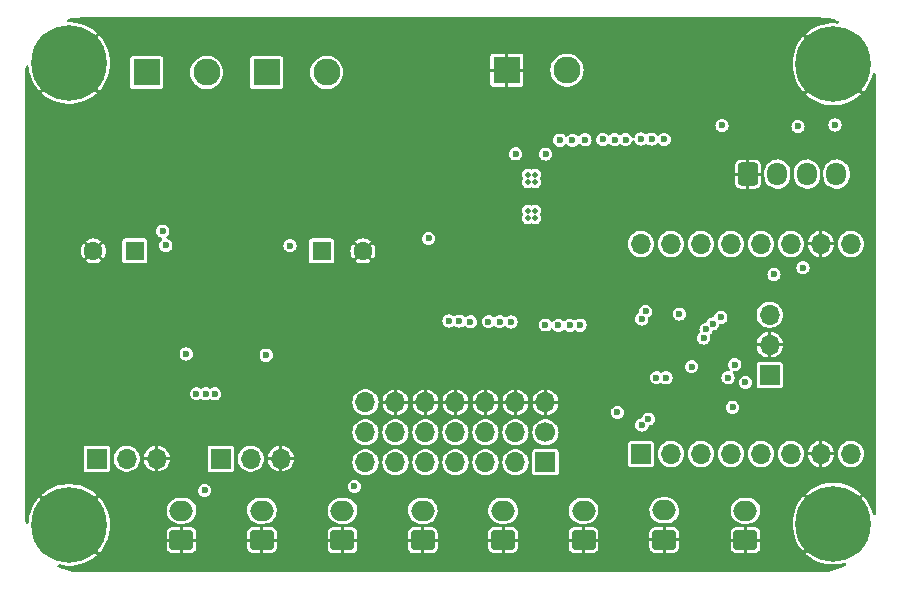
<source format=gbr>
G04 #@! TF.GenerationSoftware,KiCad,Pcbnew,7.0.5*
G04 #@! TF.CreationDate,2024-02-12T19:58:57-06:00*
G04 #@! TF.ProjectId,ATTinyBreakOut_DFRobot_Amp,41545469-6e79-4427-9265-616b4f75745f,rev?*
G04 #@! TF.SameCoordinates,Original*
G04 #@! TF.FileFunction,Copper,L2,Inr*
G04 #@! TF.FilePolarity,Positive*
%FSLAX46Y46*%
G04 Gerber Fmt 4.6, Leading zero omitted, Abs format (unit mm)*
G04 Created by KiCad (PCBNEW 7.0.5) date 2024-02-12 19:58:57*
%MOMM*%
%LPD*%
G01*
G04 APERTURE LIST*
G04 Aperture macros list*
%AMRoundRect*
0 Rectangle with rounded corners*
0 $1 Rounding radius*
0 $2 $3 $4 $5 $6 $7 $8 $9 X,Y pos of 4 corners*
0 Add a 4 corners polygon primitive as box body*
4,1,4,$2,$3,$4,$5,$6,$7,$8,$9,$2,$3,0*
0 Add four circle primitives for the rounded corners*
1,1,$1+$1,$2,$3*
1,1,$1+$1,$4,$5*
1,1,$1+$1,$6,$7*
1,1,$1+$1,$8,$9*
0 Add four rect primitives between the rounded corners*
20,1,$1+$1,$2,$3,$4,$5,0*
20,1,$1+$1,$4,$5,$6,$7,0*
20,1,$1+$1,$6,$7,$8,$9,0*
20,1,$1+$1,$8,$9,$2,$3,0*%
G04 Aperture macros list end*
G04 #@! TA.AperFunction,ComponentPad*
%ADD10R,2.286000X2.286000*%
G04 #@! TD*
G04 #@! TA.AperFunction,ComponentPad*
%ADD11C,2.286000*%
G04 #@! TD*
G04 #@! TA.AperFunction,ComponentPad*
%ADD12RoundRect,0.250000X0.750000X-0.600000X0.750000X0.600000X-0.750000X0.600000X-0.750000X-0.600000X0*%
G04 #@! TD*
G04 #@! TA.AperFunction,ComponentPad*
%ADD13O,2.000000X1.700000*%
G04 #@! TD*
G04 #@! TA.AperFunction,ComponentPad*
%ADD14R,1.700000X1.700000*%
G04 #@! TD*
G04 #@! TA.AperFunction,ComponentPad*
%ADD15O,1.700000X1.700000*%
G04 #@! TD*
G04 #@! TA.AperFunction,ComponentPad*
%ADD16C,1.700000*%
G04 #@! TD*
G04 #@! TA.AperFunction,ComponentPad*
%ADD17C,6.400000*%
G04 #@! TD*
G04 #@! TA.AperFunction,ComponentPad*
%ADD18RoundRect,0.250000X-0.600000X-0.725000X0.600000X-0.725000X0.600000X0.725000X-0.600000X0.725000X0*%
G04 #@! TD*
G04 #@! TA.AperFunction,ComponentPad*
%ADD19O,1.700000X1.950000*%
G04 #@! TD*
G04 #@! TA.AperFunction,ComponentPad*
%ADD20R,1.600000X1.600000*%
G04 #@! TD*
G04 #@! TA.AperFunction,ComponentPad*
%ADD21C,1.600000*%
G04 #@! TD*
G04 #@! TA.AperFunction,ComponentPad*
%ADD22C,0.600000*%
G04 #@! TD*
G04 #@! TA.AperFunction,ViaPad*
%ADD23C,0.600000*%
G04 #@! TD*
G04 #@! TA.AperFunction,ViaPad*
%ADD24C,0.500000*%
G04 #@! TD*
G04 APERTURE END LIST*
D10*
X149260000Y-73300000D03*
D11*
X154340000Y-73300000D03*
D12*
X169450000Y-113090000D03*
D13*
X169450000Y-110590000D03*
D10*
X118760000Y-73500000D03*
D11*
X123840000Y-73500000D03*
D14*
X171500000Y-99100000D03*
D15*
X171500000Y-96560000D03*
X171500000Y-94020000D03*
D16*
X152520000Y-103970000D03*
D15*
X152520000Y-101430000D03*
X149980000Y-103970000D03*
X149980000Y-101430000D03*
X147440000Y-103970000D03*
X147440000Y-101430000D03*
X144900000Y-103970000D03*
X144900000Y-101430000D03*
X142360000Y-103970000D03*
X142360000Y-101430000D03*
X139820000Y-103970000D03*
X139820000Y-101430000D03*
X137280000Y-103970000D03*
X137280000Y-101430000D03*
D12*
X121700000Y-113090000D03*
D13*
X121700000Y-110590000D03*
D14*
X160600000Y-105800000D03*
D15*
X160600000Y-88020000D03*
X163140000Y-105800000D03*
X163140000Y-88020000D03*
X165680000Y-105800000D03*
X165680000Y-88020000D03*
X168220000Y-105800000D03*
X168220000Y-88020000D03*
X170760000Y-105800000D03*
X170760000Y-88020000D03*
X173300000Y-105800000D03*
X173300000Y-88020000D03*
X175840000Y-105800000D03*
X175840000Y-88020000D03*
X178380000Y-105800000D03*
X178380000Y-88020000D03*
D12*
X162580000Y-113080000D03*
D13*
X162580000Y-110580000D03*
D12*
X142130000Y-113100000D03*
D13*
X142130000Y-110600000D03*
D17*
X176900000Y-111700000D03*
D12*
X148935000Y-113090000D03*
D13*
X148935000Y-110590000D03*
D18*
X169660000Y-82100000D03*
D19*
X172160000Y-82100000D03*
X174660000Y-82100000D03*
X177160000Y-82100000D03*
D20*
X117750000Y-88610000D03*
D21*
X114250000Y-88610000D03*
D12*
X135330000Y-113100000D03*
D13*
X135330000Y-110600000D03*
D14*
X114520000Y-106200000D03*
D15*
X117060000Y-106200000D03*
X119600000Y-106200000D03*
D14*
X152520000Y-106510000D03*
D15*
X149980000Y-106510000D03*
X147440000Y-106510000D03*
X144900000Y-106510000D03*
X142360000Y-106510000D03*
X139820000Y-106510000D03*
X137280000Y-106510000D03*
D12*
X155750000Y-113090000D03*
D13*
X155750000Y-110590000D03*
D10*
X128920000Y-73500000D03*
D11*
X134000000Y-73500000D03*
D14*
X125020000Y-106200000D03*
D15*
X127560000Y-106200000D03*
X130100000Y-106200000D03*
D17*
X112200000Y-72700000D03*
D22*
X121185600Y-92523200D03*
X122965600Y-92523200D03*
X124745600Y-92523200D03*
X126525600Y-92523200D03*
X128305600Y-92523200D03*
X130085600Y-92523200D03*
X121185600Y-91223200D03*
X122965600Y-91223200D03*
X124745600Y-91223200D03*
X126525600Y-91223200D03*
X128305600Y-91223200D03*
X130085600Y-91223200D03*
X121185600Y-89923200D03*
X122965600Y-89923200D03*
X124745600Y-89923200D03*
X126525600Y-89923200D03*
X128305600Y-89923200D03*
X130085600Y-89923200D03*
D20*
X133570000Y-88610000D03*
D21*
X137070000Y-88610000D03*
D12*
X128510000Y-113090000D03*
D13*
X128510000Y-110590000D03*
D17*
X176900000Y-72800000D03*
X112200000Y-111800000D03*
D23*
X177030000Y-77950000D03*
X145230000Y-94550000D03*
X173900000Y-78050000D03*
X167470000Y-77970000D03*
X144350000Y-94540000D03*
X154590000Y-94910000D03*
X147680000Y-94590000D03*
X148650000Y-94590000D03*
X155450000Y-94890000D03*
X153610000Y-94900000D03*
X152510000Y-94870000D03*
X164891027Y-98408225D03*
X149610000Y-94620000D03*
X146170000Y-94610000D03*
X177450000Y-92620000D03*
X135250000Y-91160000D03*
X154071000Y-84883000D03*
X134210000Y-104390000D03*
X132400000Y-92650000D03*
X162800000Y-96700000D03*
X167430000Y-69850000D03*
X110600000Y-80500000D03*
X137390000Y-69850000D03*
X139050000Y-112120000D03*
X146197000Y-89074000D03*
X144419000Y-89074000D03*
X110600000Y-90500000D03*
X147721000Y-89074000D03*
X115600000Y-95500000D03*
X162410000Y-74850000D03*
X119460000Y-95480000D03*
X160675000Y-84883000D03*
X168740000Y-78710000D03*
X115600000Y-80500000D03*
X177450000Y-102780000D03*
X119460000Y-100480000D03*
X159151000Y-84883000D03*
X122370000Y-69850000D03*
X146451000Y-79930000D03*
X157410000Y-74850000D03*
X125640000Y-111700000D03*
X123900000Y-95380000D03*
X162410000Y-69850000D03*
D24*
X149499000Y-84248000D03*
D23*
X146050000Y-111890000D03*
X133100000Y-81230000D03*
X125880000Y-81220000D03*
X152890000Y-111770000D03*
X152410000Y-69850000D03*
X162453000Y-84883000D03*
X122080000Y-81180000D03*
X148610000Y-89074000D03*
X159720000Y-111750000D03*
X155000000Y-101400000D03*
X142390000Y-69850000D03*
X135250000Y-96160000D03*
X132400000Y-97650000D03*
X142641000Y-86026000D03*
X115600000Y-90500000D03*
X110600000Y-95500000D03*
X130110000Y-85220000D03*
X154960000Y-84883000D03*
X147410000Y-69850000D03*
X125889600Y-95231200D03*
X110600000Y-85500000D03*
X127390000Y-69850000D03*
X115600000Y-85500000D03*
X110600000Y-105500000D03*
X118730000Y-112120000D03*
X122630000Y-103280000D03*
X110600000Y-100500000D03*
X139100000Y-77410000D03*
D24*
X150134000Y-84248000D03*
D23*
X158262000Y-84883000D03*
X157373000Y-84883000D03*
X161564000Y-84883000D03*
X152547000Y-84375000D03*
X172430000Y-69850000D03*
X157410000Y-69850000D03*
X120080000Y-85980000D03*
X140640000Y-99560000D03*
X172430000Y-74850000D03*
X145308000Y-89074000D03*
X130950000Y-85970000D03*
X132450000Y-111720000D03*
X127430000Y-97300000D03*
X126010000Y-98310000D03*
X117370000Y-69850000D03*
X130080000Y-95300000D03*
X115600000Y-100500000D03*
X167410000Y-74850000D03*
X132390000Y-69850000D03*
X155849000Y-84883000D03*
X121240000Y-85370000D03*
X122270000Y-106460000D03*
X139100000Y-82410000D03*
X129020000Y-103410000D03*
X149499000Y-89074000D03*
X129650000Y-81190000D03*
X179600000Y-107800000D03*
X142390000Y-74850000D03*
X166530000Y-111610000D03*
X160610000Y-79130000D03*
X130890000Y-88160000D03*
X154800000Y-79240000D03*
X153740000Y-79230000D03*
X155860000Y-79200000D03*
X158390000Y-79180000D03*
X124500000Y-100710000D03*
X157380000Y-79170000D03*
X123750000Y-100710000D03*
X122970000Y-100700000D03*
X159300000Y-79180000D03*
X142641000Y-87550000D03*
X120120000Y-86920000D03*
X152530000Y-80410000D03*
X150000000Y-80390000D03*
X120380000Y-88130000D03*
X161510000Y-79140000D03*
X162570000Y-79170000D03*
X166670000Y-94790000D03*
X161919220Y-99339280D03*
X166109465Y-95252176D03*
X162720000Y-99348500D03*
X167980000Y-99348500D03*
X168550000Y-98230000D03*
X167370000Y-94220000D03*
X158600000Y-102280000D03*
X168370030Y-101839970D03*
X165918500Y-95974561D03*
X163860000Y-93940000D03*
X160680000Y-94370000D03*
X160680000Y-103340000D03*
X161231500Y-102831500D03*
X160991711Y-93713767D03*
X169450000Y-99730000D03*
X128870000Y-97430000D03*
X136330000Y-108540500D03*
D24*
X151023000Y-85200500D03*
X151023000Y-82787500D03*
X151023000Y-85835500D03*
X151023000Y-82152500D03*
X151658000Y-82787500D03*
X151658000Y-85835500D03*
X151658000Y-85200500D03*
X151658000Y-82152500D03*
D23*
X122100000Y-97330000D03*
X123660000Y-108870000D03*
X174330000Y-90028500D03*
X171870000Y-90580000D03*
G04 #@! TA.AperFunction,Conductor*
G36*
X130815600Y-93199200D02*
G01*
X120455600Y-93199200D01*
X120455600Y-89238400D01*
X130815600Y-89238400D01*
X130815600Y-93199200D01*
G37*
G04 #@! TD.AperFunction*
G04 #@! TA.AperFunction,Conductor*
G36*
X175675372Y-68838559D02*
G01*
X176002303Y-68852833D01*
X176091821Y-68856742D01*
X176097294Y-68857220D01*
X176509215Y-68911451D01*
X176514624Y-68912405D01*
X176920250Y-69002330D01*
X176925547Y-69003750D01*
X177237373Y-69102068D01*
X177282039Y-69116151D01*
X177340992Y-69155711D01*
X177369199Y-69220864D01*
X177357703Y-69290924D01*
X177310155Y-69343647D01*
X177241651Y-69362294D01*
X177230527Y-69361580D01*
X177087277Y-69346000D01*
X176712722Y-69346000D01*
X176340395Y-69386493D01*
X176340367Y-69386498D01*
X175974598Y-69467010D01*
X175974593Y-69467011D01*
X175619667Y-69586601D01*
X175279735Y-69743870D01*
X174958815Y-69936961D01*
X174660645Y-70163625D01*
X174660639Y-70163630D01*
X174548991Y-70269387D01*
X175862000Y-71582395D01*
X175765130Y-71665130D01*
X175682395Y-71761999D01*
X174367079Y-70446683D01*
X174146254Y-70706660D01*
X173936067Y-71016662D01*
X173936065Y-71016666D01*
X173760629Y-71347575D01*
X173760625Y-71347583D01*
X173621998Y-71695515D01*
X173521796Y-72056406D01*
X173461204Y-72426007D01*
X173440927Y-72799996D01*
X173440927Y-72800003D01*
X173461204Y-73173992D01*
X173521796Y-73543593D01*
X173621998Y-73904484D01*
X173760625Y-74252416D01*
X173760629Y-74252424D01*
X173936065Y-74583333D01*
X173936067Y-74583337D01*
X174146251Y-74893334D01*
X174367079Y-75153315D01*
X175682395Y-73837999D01*
X175765130Y-73934870D01*
X175861999Y-74017603D01*
X174548991Y-75330611D01*
X174660639Y-75436369D01*
X174660645Y-75436374D01*
X174958815Y-75663038D01*
X175279735Y-75856129D01*
X175619667Y-76013398D01*
X175974593Y-76132988D01*
X175974598Y-76132989D01*
X176340367Y-76213501D01*
X176340395Y-76213506D01*
X176712722Y-76253999D01*
X176712738Y-76254000D01*
X177087262Y-76254000D01*
X177087277Y-76253999D01*
X177459604Y-76213506D01*
X177459632Y-76213501D01*
X177825401Y-76132989D01*
X177825406Y-76132988D01*
X178180332Y-76013398D01*
X178520264Y-75856129D01*
X178841184Y-75663038D01*
X179139354Y-75436374D01*
X179139360Y-75436369D01*
X179251007Y-75330611D01*
X177938000Y-74017604D01*
X178034870Y-73934870D01*
X178117604Y-73837999D01*
X179432920Y-75153315D01*
X179653744Y-74893340D01*
X179863932Y-74583337D01*
X179863934Y-74583333D01*
X180039370Y-74252424D01*
X180039374Y-74252416D01*
X180178001Y-73904484D01*
X180252093Y-73637632D01*
X180289590Y-73577346D01*
X180353728Y-73546902D01*
X180424144Y-73555967D01*
X180478480Y-73601662D01*
X180499486Y-73669480D01*
X180499500Y-73671341D01*
X180499500Y-110828658D01*
X180479498Y-110896779D01*
X180425842Y-110943272D01*
X180355568Y-110953376D01*
X180290988Y-110923882D01*
X180252604Y-110864156D01*
X180252093Y-110862367D01*
X180178001Y-110595515D01*
X180039374Y-110247583D01*
X180039370Y-110247575D01*
X179863934Y-109916666D01*
X179863932Y-109916662D01*
X179653748Y-109606665D01*
X179432919Y-109346684D01*
X178117604Y-110661999D01*
X178034870Y-110565130D01*
X177937999Y-110482395D01*
X179251007Y-109169387D01*
X179139360Y-109063630D01*
X179139354Y-109063625D01*
X178841184Y-108836961D01*
X178520264Y-108643870D01*
X178180332Y-108486601D01*
X177825406Y-108367011D01*
X177825401Y-108367010D01*
X177459632Y-108286498D01*
X177459604Y-108286493D01*
X177087277Y-108246000D01*
X176712722Y-108246000D01*
X176340395Y-108286493D01*
X176340367Y-108286498D01*
X175974598Y-108367010D01*
X175974593Y-108367011D01*
X175619667Y-108486601D01*
X175279735Y-108643870D01*
X174958815Y-108836961D01*
X174660645Y-109063625D01*
X174660639Y-109063630D01*
X174548991Y-109169387D01*
X175861999Y-110482395D01*
X175765130Y-110565130D01*
X175682395Y-110661999D01*
X174367079Y-109346683D01*
X174146254Y-109606660D01*
X173936067Y-109916662D01*
X173936065Y-109916666D01*
X173760629Y-110247575D01*
X173760625Y-110247583D01*
X173621998Y-110595515D01*
X173521796Y-110956406D01*
X173461204Y-111326007D01*
X173440927Y-111699996D01*
X173440927Y-111700003D01*
X173461204Y-112073992D01*
X173521796Y-112443593D01*
X173621998Y-112804484D01*
X173760625Y-113152416D01*
X173760629Y-113152424D01*
X173936065Y-113483333D01*
X173936067Y-113483337D01*
X174146251Y-113793334D01*
X174367079Y-114053315D01*
X175682395Y-112737999D01*
X175765130Y-112834870D01*
X175861999Y-112917604D01*
X174548991Y-114230611D01*
X174660639Y-114336369D01*
X174660645Y-114336374D01*
X174958815Y-114563038D01*
X175279735Y-114756129D01*
X175619667Y-114913398D01*
X175974593Y-115032988D01*
X175974598Y-115032989D01*
X176340367Y-115113501D01*
X176340395Y-115113506D01*
X176712722Y-115153999D01*
X176712738Y-115154000D01*
X177087262Y-115154000D01*
X177087277Y-115153999D01*
X177459604Y-115113506D01*
X177459632Y-115113501D01*
X177825401Y-115032989D01*
X177828696Y-115032075D01*
X177829064Y-115033402D01*
X177894451Y-115030777D01*
X177955669Y-115066734D01*
X177987729Y-115130080D01*
X177980452Y-115200703D01*
X177936149Y-115256180D01*
X177922004Y-115264767D01*
X177715471Y-115372264D01*
X177710487Y-115374587D01*
X177326614Y-115533559D01*
X177321447Y-115535440D01*
X176925182Y-115660347D01*
X176919870Y-115661770D01*
X176514211Y-115751666D01*
X176508795Y-115752621D01*
X176096850Y-115806817D01*
X176091372Y-115807296D01*
X175674889Y-115825439D01*
X175672142Y-115825499D01*
X175619273Y-115825495D01*
X175619205Y-115825500D01*
X113281368Y-115825998D01*
X113278619Y-115825938D01*
X112862154Y-115807755D01*
X112856679Y-115807276D01*
X112650706Y-115780158D01*
X112444737Y-115753040D01*
X112439321Y-115752085D01*
X112033682Y-115662151D01*
X112028370Y-115660727D01*
X111632107Y-115535778D01*
X111626940Y-115533897D01*
X111280191Y-115390259D01*
X111224911Y-115345709D01*
X111202492Y-115278345D01*
X111220052Y-115209554D01*
X111272015Y-115161177D01*
X111341884Y-115148573D01*
X111355498Y-115150797D01*
X111640367Y-115213501D01*
X111640395Y-115213506D01*
X112012722Y-115253999D01*
X112012738Y-115254000D01*
X112387262Y-115254000D01*
X112387277Y-115253999D01*
X112759604Y-115213506D01*
X112759632Y-115213501D01*
X113125401Y-115132989D01*
X113125406Y-115132988D01*
X113480332Y-115013398D01*
X113820264Y-114856129D01*
X114141184Y-114663038D01*
X114439354Y-114436374D01*
X114439360Y-114436369D01*
X114551007Y-114330611D01*
X113237999Y-113017604D01*
X113334870Y-112934870D01*
X113417604Y-112837999D01*
X114732920Y-114153315D01*
X114953744Y-113893340D01*
X115163932Y-113583337D01*
X115163934Y-113583333D01*
X115339370Y-113252424D01*
X115339374Y-113252416D01*
X115454686Y-112963000D01*
X120446000Y-112963000D01*
X121216182Y-112963000D01*
X121200000Y-113018111D01*
X121200000Y-113161889D01*
X121216182Y-113217000D01*
X120446001Y-113217000D01*
X120446001Y-113738202D01*
X120446002Y-113738226D01*
X120452452Y-113798232D01*
X120452452Y-113798234D01*
X120503100Y-113934023D01*
X120589952Y-114050047D01*
X120705976Y-114136899D01*
X120705975Y-114136899D01*
X120841761Y-114187546D01*
X120841769Y-114187548D01*
X120901785Y-114193999D01*
X121573000Y-114193999D01*
X121573000Y-113576881D01*
X121664237Y-113590000D01*
X121735763Y-113590000D01*
X121827000Y-113576881D01*
X121827000Y-114193999D01*
X122498203Y-114193999D01*
X122498226Y-114193997D01*
X122558232Y-114187547D01*
X122558234Y-114187547D01*
X122694023Y-114136899D01*
X122810047Y-114050047D01*
X122896899Y-113934023D01*
X122947546Y-113798238D01*
X122947548Y-113798230D01*
X122953999Y-113738222D01*
X122954000Y-113738205D01*
X122954000Y-113217000D01*
X122183818Y-113217000D01*
X122200000Y-113161889D01*
X122200000Y-113018111D01*
X122183818Y-112963000D01*
X122953999Y-112963000D01*
X127256000Y-112963000D01*
X128026182Y-112963000D01*
X128010000Y-113018111D01*
X128010000Y-113161889D01*
X128026182Y-113217000D01*
X127256001Y-113217000D01*
X127256001Y-113738202D01*
X127256002Y-113738226D01*
X127262452Y-113798232D01*
X127262452Y-113798234D01*
X127313100Y-113934023D01*
X127399952Y-114050047D01*
X127515976Y-114136899D01*
X127515975Y-114136899D01*
X127651761Y-114187546D01*
X127651769Y-114187548D01*
X127711785Y-114193999D01*
X128383000Y-114193999D01*
X128383000Y-113576881D01*
X128474237Y-113590000D01*
X128545763Y-113590000D01*
X128637000Y-113576881D01*
X128637000Y-114193999D01*
X129308203Y-114193999D01*
X129308226Y-114193997D01*
X129368232Y-114187547D01*
X129368234Y-114187547D01*
X129504023Y-114136899D01*
X129620047Y-114050047D01*
X129706899Y-113934023D01*
X129757546Y-113798238D01*
X129757548Y-113798230D01*
X129763999Y-113738222D01*
X129764000Y-113738205D01*
X129764000Y-113217000D01*
X128993818Y-113217000D01*
X129010000Y-113161889D01*
X129010000Y-113018111D01*
X128996754Y-112973000D01*
X134076000Y-112973000D01*
X134846182Y-112973000D01*
X134830000Y-113028111D01*
X134830000Y-113171889D01*
X134846182Y-113227000D01*
X134076001Y-113227000D01*
X134076001Y-113748202D01*
X134076002Y-113748226D01*
X134082452Y-113808232D01*
X134082452Y-113808234D01*
X134133100Y-113944023D01*
X134219952Y-114060047D01*
X134335976Y-114146899D01*
X134335975Y-114146899D01*
X134471761Y-114197546D01*
X134471769Y-114197548D01*
X134531785Y-114203999D01*
X135203000Y-114203999D01*
X135203000Y-113586881D01*
X135294237Y-113600000D01*
X135365763Y-113600000D01*
X135457000Y-113586881D01*
X135457000Y-114203999D01*
X136128203Y-114203999D01*
X136128226Y-114203997D01*
X136188232Y-114197547D01*
X136188234Y-114197547D01*
X136324023Y-114146899D01*
X136440047Y-114060047D01*
X136526899Y-113944023D01*
X136577546Y-113808238D01*
X136577548Y-113808230D01*
X136583999Y-113748222D01*
X136584000Y-113748205D01*
X136584000Y-113227000D01*
X135813818Y-113227000D01*
X135830000Y-113171889D01*
X135830000Y-113028111D01*
X135813818Y-112973000D01*
X136583999Y-112973000D01*
X140876000Y-112973000D01*
X141646182Y-112973000D01*
X141630000Y-113028111D01*
X141630000Y-113171889D01*
X141646182Y-113227000D01*
X140876001Y-113227000D01*
X140876001Y-113748202D01*
X140876002Y-113748226D01*
X140882452Y-113808232D01*
X140882452Y-113808234D01*
X140933100Y-113944023D01*
X141019952Y-114060047D01*
X141135976Y-114146899D01*
X141135975Y-114146899D01*
X141271761Y-114197546D01*
X141271769Y-114197548D01*
X141331785Y-114203999D01*
X142003000Y-114203999D01*
X142003000Y-113586881D01*
X142094237Y-113600000D01*
X142165763Y-113600000D01*
X142257000Y-113586881D01*
X142257000Y-114203999D01*
X142928203Y-114203999D01*
X142928226Y-114203997D01*
X142988232Y-114197547D01*
X142988234Y-114197547D01*
X143124023Y-114146899D01*
X143240047Y-114060047D01*
X143326899Y-113944023D01*
X143377546Y-113808238D01*
X143377548Y-113808230D01*
X143383999Y-113748222D01*
X143384000Y-113748205D01*
X143384000Y-113227000D01*
X142613818Y-113227000D01*
X142630000Y-113171889D01*
X142630000Y-113028111D01*
X142613818Y-112973000D01*
X143383999Y-112973000D01*
X143383999Y-112963000D01*
X147681000Y-112963000D01*
X148451182Y-112963000D01*
X148435000Y-113018111D01*
X148435000Y-113161889D01*
X148451182Y-113217000D01*
X147681001Y-113217000D01*
X147681001Y-113738202D01*
X147681002Y-113738226D01*
X147687452Y-113798232D01*
X147687452Y-113798234D01*
X147738100Y-113934023D01*
X147824952Y-114050047D01*
X147940976Y-114136899D01*
X147940975Y-114136899D01*
X148076761Y-114187546D01*
X148076769Y-114187548D01*
X148136785Y-114193999D01*
X148808000Y-114193999D01*
X148808000Y-113576881D01*
X148899237Y-113590000D01*
X148970763Y-113590000D01*
X149062000Y-113576881D01*
X149062000Y-114193999D01*
X149733203Y-114193999D01*
X149733226Y-114193997D01*
X149793232Y-114187547D01*
X149793234Y-114187547D01*
X149929023Y-114136899D01*
X150045047Y-114050047D01*
X150131899Y-113934023D01*
X150182546Y-113798238D01*
X150182548Y-113798230D01*
X150188999Y-113738222D01*
X150189000Y-113738205D01*
X150189000Y-113217000D01*
X149418818Y-113217000D01*
X149435000Y-113161889D01*
X149435000Y-113018111D01*
X149418818Y-112963000D01*
X150188999Y-112963000D01*
X154496000Y-112963000D01*
X155266182Y-112963000D01*
X155250000Y-113018111D01*
X155250000Y-113161889D01*
X155266182Y-113217000D01*
X154496001Y-113217000D01*
X154496001Y-113738202D01*
X154496002Y-113738226D01*
X154502452Y-113798232D01*
X154502452Y-113798234D01*
X154553100Y-113934023D01*
X154639952Y-114050047D01*
X154755976Y-114136899D01*
X154755975Y-114136899D01*
X154891761Y-114187546D01*
X154891769Y-114187548D01*
X154951785Y-114193999D01*
X155623000Y-114193999D01*
X155623000Y-113576881D01*
X155714237Y-113590000D01*
X155785763Y-113590000D01*
X155877000Y-113576881D01*
X155877000Y-114193999D01*
X156548203Y-114193999D01*
X156548226Y-114193997D01*
X156608232Y-114187547D01*
X156608234Y-114187547D01*
X156744023Y-114136899D01*
X156860047Y-114050047D01*
X156946899Y-113934023D01*
X156997546Y-113798238D01*
X156997548Y-113798230D01*
X157003999Y-113738222D01*
X157004000Y-113738205D01*
X157004000Y-113217000D01*
X156233818Y-113217000D01*
X156250000Y-113161889D01*
X156250000Y-113018111D01*
X156233818Y-112963000D01*
X157003999Y-112963000D01*
X157003999Y-112953000D01*
X161326000Y-112953000D01*
X162096182Y-112953000D01*
X162080000Y-113008111D01*
X162080000Y-113151889D01*
X162096182Y-113207000D01*
X161326001Y-113207000D01*
X161326001Y-113728202D01*
X161326002Y-113728226D01*
X161332452Y-113788232D01*
X161332452Y-113788234D01*
X161383100Y-113924023D01*
X161469952Y-114040047D01*
X161585976Y-114126899D01*
X161585975Y-114126899D01*
X161721761Y-114177546D01*
X161721769Y-114177548D01*
X161781785Y-114183999D01*
X162453000Y-114183999D01*
X162453000Y-113566881D01*
X162544237Y-113580000D01*
X162615763Y-113580000D01*
X162707000Y-113566881D01*
X162707000Y-114183999D01*
X163378203Y-114183999D01*
X163378226Y-114183997D01*
X163438232Y-114177547D01*
X163438234Y-114177547D01*
X163574023Y-114126899D01*
X163690047Y-114040047D01*
X163776899Y-113924023D01*
X163827546Y-113788238D01*
X163827548Y-113788230D01*
X163833999Y-113728222D01*
X163834000Y-113728205D01*
X163834000Y-113207000D01*
X163063818Y-113207000D01*
X163080000Y-113151889D01*
X163080000Y-113008111D01*
X163066754Y-112963000D01*
X168196000Y-112963000D01*
X168966182Y-112963000D01*
X168950000Y-113018111D01*
X168950000Y-113161889D01*
X168966182Y-113217000D01*
X168196001Y-113217000D01*
X168196001Y-113738202D01*
X168196002Y-113738226D01*
X168202452Y-113798232D01*
X168202452Y-113798234D01*
X168253100Y-113934023D01*
X168339952Y-114050047D01*
X168455976Y-114136899D01*
X168455975Y-114136899D01*
X168591761Y-114187546D01*
X168591769Y-114187548D01*
X168651785Y-114193999D01*
X169323000Y-114193999D01*
X169323000Y-113576881D01*
X169414237Y-113590000D01*
X169485763Y-113590000D01*
X169577000Y-113576881D01*
X169577000Y-114193999D01*
X170248203Y-114193999D01*
X170248226Y-114193997D01*
X170308232Y-114187547D01*
X170308234Y-114187547D01*
X170444023Y-114136899D01*
X170560047Y-114050047D01*
X170646899Y-113934023D01*
X170697546Y-113798238D01*
X170697548Y-113798230D01*
X170703999Y-113738222D01*
X170704000Y-113738205D01*
X170704000Y-113217000D01*
X169933818Y-113217000D01*
X169950000Y-113161889D01*
X169950000Y-113018111D01*
X169933818Y-112963000D01*
X170703999Y-112963000D01*
X170703999Y-112441797D01*
X170703997Y-112441773D01*
X170697547Y-112381767D01*
X170697547Y-112381765D01*
X170646899Y-112245976D01*
X170560047Y-112129952D01*
X170444023Y-112043100D01*
X170444024Y-112043100D01*
X170308238Y-111992453D01*
X170308230Y-111992451D01*
X170248222Y-111986000D01*
X169577000Y-111986000D01*
X169577000Y-112603118D01*
X169485763Y-112590000D01*
X169414237Y-112590000D01*
X169323000Y-112603118D01*
X169323000Y-111986000D01*
X168651797Y-111986000D01*
X168651773Y-111986002D01*
X168591767Y-111992452D01*
X168591765Y-111992452D01*
X168455976Y-112043100D01*
X168339952Y-112129952D01*
X168253100Y-112245976D01*
X168202453Y-112381761D01*
X168202451Y-112381769D01*
X168196000Y-112441777D01*
X168196000Y-112963000D01*
X163066754Y-112963000D01*
X163063818Y-112953000D01*
X163833999Y-112953000D01*
X163833999Y-112431797D01*
X163833997Y-112431773D01*
X163827547Y-112371767D01*
X163827547Y-112371765D01*
X163776899Y-112235976D01*
X163690047Y-112119952D01*
X163574023Y-112033100D01*
X163574024Y-112033100D01*
X163438238Y-111982453D01*
X163438230Y-111982451D01*
X163378222Y-111976000D01*
X162707000Y-111976000D01*
X162707000Y-112593118D01*
X162615763Y-112580000D01*
X162544237Y-112580000D01*
X162453000Y-112593118D01*
X162453000Y-111976000D01*
X161781797Y-111976000D01*
X161781773Y-111976002D01*
X161721767Y-111982452D01*
X161721765Y-111982452D01*
X161585976Y-112033100D01*
X161469952Y-112119952D01*
X161383100Y-112235976D01*
X161332453Y-112371761D01*
X161332451Y-112371769D01*
X161326000Y-112431777D01*
X161326000Y-112953000D01*
X157003999Y-112953000D01*
X157003999Y-112441797D01*
X157003997Y-112441773D01*
X156997547Y-112381767D01*
X156997547Y-112381765D01*
X156946899Y-112245976D01*
X156860047Y-112129952D01*
X156744023Y-112043100D01*
X156744024Y-112043100D01*
X156608238Y-111992453D01*
X156608230Y-111992451D01*
X156548222Y-111986000D01*
X155877000Y-111986000D01*
X155877000Y-112603118D01*
X155785763Y-112590000D01*
X155714237Y-112590000D01*
X155623000Y-112603118D01*
X155623000Y-111986000D01*
X154951797Y-111986000D01*
X154951773Y-111986002D01*
X154891767Y-111992452D01*
X154891765Y-111992452D01*
X154755976Y-112043100D01*
X154639952Y-112129952D01*
X154553100Y-112245976D01*
X154502453Y-112381761D01*
X154502451Y-112381769D01*
X154496000Y-112441777D01*
X154496000Y-112963000D01*
X150188999Y-112963000D01*
X150188999Y-112441797D01*
X150188997Y-112441773D01*
X150182547Y-112381767D01*
X150182547Y-112381765D01*
X150131899Y-112245976D01*
X150045047Y-112129952D01*
X149929023Y-112043100D01*
X149929024Y-112043100D01*
X149793238Y-111992453D01*
X149793230Y-111992451D01*
X149733222Y-111986000D01*
X149062000Y-111986000D01*
X149062000Y-112603118D01*
X148970763Y-112590000D01*
X148899237Y-112590000D01*
X148808000Y-112603118D01*
X148808000Y-111986000D01*
X148136797Y-111986000D01*
X148136773Y-111986002D01*
X148076767Y-111992452D01*
X148076765Y-111992452D01*
X147940976Y-112043100D01*
X147824952Y-112129952D01*
X147738100Y-112245976D01*
X147687453Y-112381761D01*
X147687451Y-112381769D01*
X147681000Y-112441777D01*
X147681000Y-112963000D01*
X143383999Y-112963000D01*
X143383999Y-112451797D01*
X143383997Y-112451773D01*
X143377547Y-112391767D01*
X143377547Y-112391765D01*
X143326899Y-112255976D01*
X143240047Y-112139952D01*
X143124023Y-112053100D01*
X143124024Y-112053100D01*
X142988238Y-112002453D01*
X142988230Y-112002451D01*
X142928222Y-111996000D01*
X142257000Y-111996000D01*
X142257000Y-112613118D01*
X142165763Y-112600000D01*
X142094237Y-112600000D01*
X142003000Y-112613118D01*
X142003000Y-111996000D01*
X141331797Y-111996000D01*
X141331773Y-111996002D01*
X141271767Y-112002452D01*
X141271765Y-112002452D01*
X141135976Y-112053100D01*
X141019952Y-112139952D01*
X140933100Y-112255976D01*
X140882453Y-112391761D01*
X140882451Y-112391769D01*
X140876000Y-112451777D01*
X140876000Y-112973000D01*
X136583999Y-112973000D01*
X136583999Y-112451797D01*
X136583997Y-112451773D01*
X136577547Y-112391767D01*
X136577547Y-112391765D01*
X136526899Y-112255976D01*
X136440047Y-112139952D01*
X136324023Y-112053100D01*
X136324024Y-112053100D01*
X136188238Y-112002453D01*
X136188230Y-112002451D01*
X136128222Y-111996000D01*
X135457000Y-111996000D01*
X135457000Y-112613118D01*
X135365763Y-112600000D01*
X135294237Y-112600000D01*
X135203000Y-112613118D01*
X135203000Y-111996000D01*
X134531797Y-111996000D01*
X134531773Y-111996002D01*
X134471767Y-112002452D01*
X134471765Y-112002452D01*
X134335976Y-112053100D01*
X134219952Y-112139952D01*
X134133100Y-112255976D01*
X134082453Y-112391761D01*
X134082451Y-112391769D01*
X134076000Y-112451777D01*
X134076000Y-112973000D01*
X128996754Y-112973000D01*
X128993818Y-112963000D01*
X129763999Y-112963000D01*
X129763999Y-112441797D01*
X129763997Y-112441773D01*
X129757547Y-112381767D01*
X129757547Y-112381765D01*
X129706899Y-112245976D01*
X129620047Y-112129952D01*
X129504023Y-112043100D01*
X129504024Y-112043100D01*
X129368238Y-111992453D01*
X129368230Y-111992451D01*
X129308222Y-111986000D01*
X128637000Y-111986000D01*
X128637000Y-112603118D01*
X128545763Y-112590000D01*
X128474237Y-112590000D01*
X128383000Y-112603118D01*
X128383000Y-111986000D01*
X127711797Y-111986000D01*
X127711773Y-111986002D01*
X127651767Y-111992452D01*
X127651765Y-111992452D01*
X127515976Y-112043100D01*
X127399952Y-112129952D01*
X127313100Y-112245976D01*
X127262453Y-112381761D01*
X127262451Y-112381769D01*
X127256000Y-112441777D01*
X127256000Y-112963000D01*
X122953999Y-112963000D01*
X122953999Y-112441797D01*
X122953997Y-112441773D01*
X122947547Y-112381767D01*
X122947547Y-112381765D01*
X122896899Y-112245976D01*
X122810047Y-112129952D01*
X122694023Y-112043100D01*
X122694024Y-112043100D01*
X122558238Y-111992453D01*
X122558230Y-111992451D01*
X122498222Y-111986000D01*
X121827000Y-111986000D01*
X121827000Y-112603118D01*
X121735763Y-112590000D01*
X121664237Y-112590000D01*
X121573000Y-112603118D01*
X121573000Y-111986000D01*
X120901797Y-111986000D01*
X120901773Y-111986002D01*
X120841767Y-111992452D01*
X120841765Y-111992452D01*
X120705976Y-112043100D01*
X120589952Y-112129952D01*
X120503100Y-112245976D01*
X120452453Y-112381761D01*
X120452451Y-112381769D01*
X120446000Y-112441777D01*
X120446000Y-112963000D01*
X115454686Y-112963000D01*
X115478001Y-112904484D01*
X115578203Y-112543593D01*
X115638795Y-112173992D01*
X115659073Y-111800003D01*
X115659073Y-111799996D01*
X115638795Y-111426007D01*
X115578203Y-111056406D01*
X115478001Y-110695515D01*
X115414925Y-110537205D01*
X120441732Y-110537205D01*
X120451768Y-110747893D01*
X120451769Y-110747904D01*
X120501498Y-110952886D01*
X120501498Y-110952888D01*
X120501499Y-110952890D01*
X120589124Y-111144762D01*
X120711478Y-111316584D01*
X120711480Y-111316586D01*
X120711481Y-111316587D01*
X120721965Y-111326583D01*
X120864138Y-111462145D01*
X120864140Y-111462146D01*
X120864142Y-111462148D01*
X120943874Y-111513388D01*
X121041587Y-111576184D01*
X121237411Y-111654580D01*
X121444533Y-111694500D01*
X121444537Y-111694500D01*
X121902613Y-111694500D01*
X121902630Y-111694499D01*
X122059969Y-111679474D01*
X122059969Y-111679473D01*
X122059979Y-111679473D01*
X122262368Y-111620047D01*
X122449854Y-111523391D01*
X122615659Y-111393000D01*
X122753792Y-111233587D01*
X122859259Y-111050913D01*
X122928248Y-110851580D01*
X122928249Y-110851574D01*
X122958267Y-110642794D01*
X122953714Y-110547205D01*
X122953238Y-110537205D01*
X127251732Y-110537205D01*
X127261768Y-110747893D01*
X127261769Y-110747904D01*
X127311498Y-110952886D01*
X127311498Y-110952888D01*
X127311499Y-110952890D01*
X127399124Y-111144762D01*
X127521478Y-111316584D01*
X127521480Y-111316586D01*
X127521481Y-111316587D01*
X127531965Y-111326583D01*
X127674138Y-111462145D01*
X127674140Y-111462146D01*
X127674142Y-111462148D01*
X127753874Y-111513388D01*
X127851587Y-111576184D01*
X128047411Y-111654580D01*
X128254533Y-111694500D01*
X128254537Y-111694500D01*
X128712613Y-111694500D01*
X128712630Y-111694499D01*
X128869969Y-111679474D01*
X128869969Y-111679473D01*
X128869979Y-111679473D01*
X129072368Y-111620047D01*
X129259854Y-111523391D01*
X129425659Y-111393000D01*
X129563792Y-111233587D01*
X129669259Y-111050913D01*
X129738248Y-110851580D01*
X129738249Y-110851574D01*
X129768267Y-110642794D01*
X129763714Y-110547205D01*
X134071732Y-110547205D01*
X134081768Y-110757893D01*
X134081769Y-110757904D01*
X134131498Y-110962886D01*
X134131498Y-110962888D01*
X134131499Y-110962890D01*
X134219124Y-111154762D01*
X134341478Y-111326584D01*
X134494138Y-111472145D01*
X134494140Y-111472146D01*
X134494142Y-111472148D01*
X134558318Y-111513391D01*
X134671587Y-111586184D01*
X134867411Y-111664580D01*
X135074533Y-111704500D01*
X135074537Y-111704500D01*
X135532613Y-111704500D01*
X135532630Y-111704499D01*
X135689969Y-111689474D01*
X135689969Y-111689473D01*
X135689979Y-111689473D01*
X135892368Y-111630047D01*
X135897084Y-111627616D01*
X135996849Y-111576183D01*
X136079854Y-111533391D01*
X136245659Y-111403000D01*
X136383792Y-111243587D01*
X136489259Y-111060913D01*
X136558248Y-110861580D01*
X136558959Y-110856635D01*
X136588267Y-110652794D01*
X136584091Y-110565130D01*
X136583237Y-110547205D01*
X140871732Y-110547205D01*
X140881768Y-110757893D01*
X140881769Y-110757904D01*
X140931498Y-110962886D01*
X140931498Y-110962888D01*
X140931499Y-110962890D01*
X141019124Y-111154762D01*
X141141478Y-111326584D01*
X141294138Y-111472145D01*
X141294140Y-111472146D01*
X141294142Y-111472148D01*
X141358318Y-111513391D01*
X141471587Y-111586184D01*
X141667411Y-111664580D01*
X141874533Y-111704500D01*
X141874537Y-111704500D01*
X142332613Y-111704500D01*
X142332630Y-111704499D01*
X142489969Y-111689474D01*
X142489969Y-111689473D01*
X142489979Y-111689473D01*
X142692368Y-111630047D01*
X142697084Y-111627616D01*
X142796849Y-111576183D01*
X142879854Y-111533391D01*
X143045659Y-111403000D01*
X143183792Y-111243587D01*
X143289259Y-111060913D01*
X143358248Y-110861580D01*
X143358959Y-110856635D01*
X143388267Y-110652794D01*
X143384091Y-110565130D01*
X143382761Y-110537205D01*
X147676732Y-110537205D01*
X147686768Y-110747893D01*
X147686769Y-110747904D01*
X147736498Y-110952886D01*
X147736498Y-110952888D01*
X147736499Y-110952890D01*
X147824124Y-111144762D01*
X147946478Y-111316584D01*
X147946480Y-111316586D01*
X147946481Y-111316587D01*
X147956965Y-111326583D01*
X148099138Y-111462145D01*
X148099140Y-111462146D01*
X148099142Y-111462148D01*
X148178874Y-111513388D01*
X148276587Y-111576184D01*
X148472411Y-111654580D01*
X148679533Y-111694500D01*
X148679537Y-111694500D01*
X149137613Y-111694500D01*
X149137630Y-111694499D01*
X149294969Y-111679474D01*
X149294969Y-111679473D01*
X149294979Y-111679473D01*
X149497368Y-111620047D01*
X149684854Y-111523391D01*
X149850659Y-111393000D01*
X149988792Y-111233587D01*
X150094259Y-111050913D01*
X150163248Y-110851580D01*
X150163249Y-110851574D01*
X150193267Y-110642794D01*
X150188714Y-110547205D01*
X150188238Y-110537205D01*
X154491732Y-110537205D01*
X154501768Y-110747893D01*
X154501769Y-110747904D01*
X154551498Y-110952886D01*
X154551498Y-110952888D01*
X154551499Y-110952890D01*
X154639124Y-111144762D01*
X154761478Y-111316584D01*
X154761480Y-111316586D01*
X154761481Y-111316587D01*
X154771965Y-111326583D01*
X154914138Y-111462145D01*
X154914140Y-111462146D01*
X154914142Y-111462148D01*
X154993874Y-111513388D01*
X155091587Y-111576184D01*
X155287411Y-111654580D01*
X155494533Y-111694500D01*
X155494537Y-111694500D01*
X155952613Y-111694500D01*
X155952630Y-111694499D01*
X156109969Y-111679474D01*
X156109969Y-111679473D01*
X156109979Y-111679473D01*
X156312368Y-111620047D01*
X156499854Y-111523391D01*
X156665659Y-111393000D01*
X156803792Y-111233587D01*
X156909259Y-111050913D01*
X156978248Y-110851580D01*
X156978249Y-110851574D01*
X157008267Y-110642794D01*
X157003714Y-110547205D01*
X157002761Y-110527205D01*
X161321732Y-110527205D01*
X161331768Y-110737893D01*
X161331769Y-110737904D01*
X161381498Y-110942886D01*
X161381498Y-110942888D01*
X161387672Y-110956406D01*
X161469124Y-111134762D01*
X161591478Y-111306584D01*
X161744138Y-111452145D01*
X161744140Y-111452146D01*
X161744142Y-111452148D01*
X161775263Y-111472148D01*
X161921587Y-111566184D01*
X162117411Y-111644580D01*
X162324533Y-111684500D01*
X162324537Y-111684500D01*
X162782613Y-111684500D01*
X162782630Y-111684499D01*
X162939969Y-111669474D01*
X162939969Y-111669473D01*
X162939979Y-111669473D01*
X163142368Y-111610047D01*
X163329854Y-111513391D01*
X163495659Y-111383000D01*
X163633792Y-111223587D01*
X163739259Y-111040913D01*
X163808248Y-110841580D01*
X163835391Y-110652794D01*
X163838267Y-110632794D01*
X163833714Y-110537205D01*
X168191732Y-110537205D01*
X168201768Y-110747893D01*
X168201769Y-110747904D01*
X168251498Y-110952886D01*
X168251498Y-110952888D01*
X168251499Y-110952890D01*
X168339124Y-111144762D01*
X168461478Y-111316584D01*
X168461480Y-111316586D01*
X168461481Y-111316587D01*
X168471965Y-111326583D01*
X168614138Y-111462145D01*
X168614140Y-111462146D01*
X168614142Y-111462148D01*
X168693874Y-111513388D01*
X168791587Y-111576184D01*
X168987411Y-111654580D01*
X169194533Y-111694500D01*
X169194537Y-111694500D01*
X169652613Y-111694500D01*
X169652630Y-111694499D01*
X169809969Y-111679474D01*
X169809969Y-111679473D01*
X169809979Y-111679473D01*
X170012368Y-111620047D01*
X170199854Y-111523391D01*
X170365659Y-111393000D01*
X170503792Y-111233587D01*
X170609259Y-111050913D01*
X170678248Y-110851580D01*
X170678249Y-110851574D01*
X170708267Y-110642794D01*
X170703714Y-110547205D01*
X170698231Y-110432098D01*
X170648501Y-110227110D01*
X170560876Y-110035238D01*
X170438522Y-109863416D01*
X170285862Y-109717855D01*
X170285859Y-109717853D01*
X170285857Y-109717851D01*
X170108413Y-109603816D01*
X169998848Y-109559953D01*
X169912589Y-109525420D01*
X169912586Y-109525419D01*
X169912585Y-109525419D01*
X169705471Y-109485500D01*
X169705467Y-109485500D01*
X169247387Y-109485500D01*
X169247369Y-109485500D01*
X169090030Y-109500525D01*
X169090015Y-109500528D01*
X168887629Y-109559953D01*
X168700148Y-109656607D01*
X168700141Y-109656611D01*
X168534347Y-109786994D01*
X168534334Y-109787006D01*
X168396212Y-109946407D01*
X168396206Y-109946415D01*
X168290743Y-110129083D01*
X168290739Y-110129092D01*
X168221753Y-110328417D01*
X168221750Y-110328425D01*
X168191732Y-110537205D01*
X163833714Y-110537205D01*
X163828231Y-110422098D01*
X163778501Y-110217110D01*
X163690876Y-110025238D01*
X163568522Y-109853416D01*
X163415862Y-109707855D01*
X163415859Y-109707853D01*
X163415857Y-109707851D01*
X163238413Y-109593816D01*
X163128848Y-109549953D01*
X163042589Y-109515420D01*
X163042586Y-109515419D01*
X163042585Y-109515419D01*
X162835471Y-109475500D01*
X162835467Y-109475500D01*
X162377387Y-109475500D01*
X162377369Y-109475500D01*
X162220030Y-109490525D01*
X162220015Y-109490528D01*
X162017629Y-109549953D01*
X161830148Y-109646607D01*
X161830141Y-109646611D01*
X161664347Y-109776994D01*
X161664334Y-109777006D01*
X161526212Y-109936407D01*
X161526206Y-109936415D01*
X161420743Y-110119083D01*
X161420739Y-110119092D01*
X161351753Y-110318417D01*
X161351750Y-110318425D01*
X161321732Y-110527205D01*
X157002761Y-110527205D01*
X156998231Y-110432098D01*
X156948501Y-110227110D01*
X156860876Y-110035238D01*
X156738522Y-109863416D01*
X156585862Y-109717855D01*
X156585859Y-109717853D01*
X156585857Y-109717851D01*
X156408413Y-109603816D01*
X156298848Y-109559953D01*
X156212589Y-109525420D01*
X156212586Y-109525419D01*
X156212585Y-109525419D01*
X156005471Y-109485500D01*
X156005467Y-109485500D01*
X155547387Y-109485500D01*
X155547369Y-109485500D01*
X155390030Y-109500525D01*
X155390015Y-109500528D01*
X155187629Y-109559953D01*
X155000148Y-109656607D01*
X155000141Y-109656611D01*
X154834347Y-109786994D01*
X154834334Y-109787006D01*
X154696212Y-109946407D01*
X154696206Y-109946415D01*
X154590743Y-110129083D01*
X154590739Y-110129092D01*
X154521753Y-110328417D01*
X154521750Y-110328425D01*
X154491732Y-110537205D01*
X150188238Y-110537205D01*
X150183231Y-110432098D01*
X150133501Y-110227110D01*
X150045876Y-110035238D01*
X149923522Y-109863416D01*
X149770862Y-109717855D01*
X149770859Y-109717853D01*
X149770857Y-109717851D01*
X149593413Y-109603816D01*
X149483848Y-109559953D01*
X149397589Y-109525420D01*
X149397586Y-109525419D01*
X149397585Y-109525419D01*
X149190471Y-109485500D01*
X149190467Y-109485500D01*
X148732387Y-109485500D01*
X148732369Y-109485500D01*
X148575030Y-109500525D01*
X148575015Y-109500528D01*
X148372629Y-109559953D01*
X148185148Y-109656607D01*
X148185141Y-109656611D01*
X148019347Y-109786994D01*
X148019334Y-109787006D01*
X147881212Y-109946407D01*
X147881206Y-109946415D01*
X147775743Y-110129083D01*
X147775739Y-110129092D01*
X147706753Y-110328417D01*
X147706750Y-110328425D01*
X147676732Y-110537205D01*
X143382761Y-110537205D01*
X143378231Y-110442098D01*
X143328501Y-110237110D01*
X143240876Y-110045238D01*
X143118522Y-109873416D01*
X142965862Y-109727855D01*
X142965859Y-109727853D01*
X142965857Y-109727851D01*
X142788413Y-109613816D01*
X142678848Y-109569953D01*
X142592589Y-109535420D01*
X142592586Y-109535419D01*
X142592585Y-109535419D01*
X142385471Y-109495500D01*
X142385467Y-109495500D01*
X141927387Y-109495500D01*
X141927369Y-109495500D01*
X141770030Y-109510525D01*
X141770015Y-109510528D01*
X141567629Y-109569953D01*
X141380148Y-109666607D01*
X141380141Y-109666611D01*
X141214347Y-109796994D01*
X141214334Y-109797006D01*
X141076212Y-109956407D01*
X141076206Y-109956415D01*
X140970743Y-110139083D01*
X140970739Y-110139092D01*
X140901753Y-110338417D01*
X140901750Y-110338425D01*
X140871732Y-110547205D01*
X136583237Y-110547205D01*
X136578231Y-110442098D01*
X136528501Y-110237110D01*
X136440876Y-110045238D01*
X136318522Y-109873416D01*
X136165862Y-109727855D01*
X136165859Y-109727853D01*
X136165857Y-109727851D01*
X135988413Y-109613816D01*
X135878848Y-109569953D01*
X135792589Y-109535420D01*
X135792586Y-109535419D01*
X135792585Y-109535419D01*
X135585471Y-109495500D01*
X135585467Y-109495500D01*
X135127387Y-109495500D01*
X135127369Y-109495500D01*
X134970030Y-109510525D01*
X134970015Y-109510528D01*
X134767629Y-109569953D01*
X134580148Y-109666607D01*
X134580141Y-109666611D01*
X134414347Y-109796994D01*
X134414334Y-109797006D01*
X134276212Y-109956407D01*
X134276206Y-109956415D01*
X134170743Y-110139083D01*
X134170739Y-110139092D01*
X134101753Y-110338417D01*
X134101750Y-110338425D01*
X134071732Y-110547205D01*
X129763714Y-110547205D01*
X129758231Y-110432098D01*
X129708501Y-110227110D01*
X129620876Y-110035238D01*
X129498522Y-109863416D01*
X129345862Y-109717855D01*
X129345859Y-109717853D01*
X129345857Y-109717851D01*
X129168413Y-109603816D01*
X129058848Y-109559953D01*
X128972589Y-109525420D01*
X128972586Y-109525419D01*
X128972585Y-109525419D01*
X128765471Y-109485500D01*
X128765467Y-109485500D01*
X128307387Y-109485500D01*
X128307369Y-109485500D01*
X128150030Y-109500525D01*
X128150015Y-109500528D01*
X127947629Y-109559953D01*
X127760148Y-109656607D01*
X127760141Y-109656611D01*
X127594347Y-109786994D01*
X127594334Y-109787006D01*
X127456212Y-109946407D01*
X127456206Y-109946415D01*
X127350743Y-110129083D01*
X127350739Y-110129092D01*
X127281753Y-110328417D01*
X127281750Y-110328425D01*
X127251732Y-110537205D01*
X122953238Y-110537205D01*
X122948231Y-110432098D01*
X122898501Y-110227110D01*
X122810876Y-110035238D01*
X122688522Y-109863416D01*
X122535862Y-109717855D01*
X122535859Y-109717853D01*
X122535857Y-109717851D01*
X122358413Y-109603816D01*
X122248848Y-109559953D01*
X122162589Y-109525420D01*
X122162586Y-109525419D01*
X122162585Y-109525419D01*
X121955471Y-109485500D01*
X121955467Y-109485500D01*
X121497387Y-109485500D01*
X121497369Y-109485500D01*
X121340030Y-109500525D01*
X121340015Y-109500528D01*
X121137629Y-109559953D01*
X120950148Y-109656607D01*
X120950141Y-109656611D01*
X120784347Y-109786994D01*
X120784334Y-109787006D01*
X120646212Y-109946407D01*
X120646206Y-109946415D01*
X120540743Y-110129083D01*
X120540739Y-110129092D01*
X120471753Y-110328417D01*
X120471750Y-110328425D01*
X120441732Y-110537205D01*
X115414925Y-110537205D01*
X115339374Y-110347583D01*
X115339370Y-110347575D01*
X115163934Y-110016666D01*
X115163932Y-110016662D01*
X114953748Y-109706665D01*
X114732919Y-109446684D01*
X113417603Y-110761999D01*
X113334870Y-110665130D01*
X113237999Y-110582395D01*
X114551007Y-109269387D01*
X114439360Y-109163630D01*
X114439354Y-109163625D01*
X114141184Y-108936961D01*
X114029894Y-108870000D01*
X123100715Y-108870000D01*
X123119771Y-109014752D01*
X123175644Y-109149641D01*
X123175649Y-109149649D01*
X123264525Y-109265474D01*
X123370360Y-109346684D01*
X123380357Y-109354355D01*
X123515246Y-109410228D01*
X123660000Y-109429285D01*
X123804754Y-109410228D01*
X123939643Y-109354355D01*
X124055474Y-109265474D01*
X124144355Y-109149643D01*
X124200228Y-109014754D01*
X124219285Y-108870000D01*
X124200228Y-108725246D01*
X124144355Y-108590358D01*
X124106098Y-108540500D01*
X135770715Y-108540500D01*
X135789771Y-108685252D01*
X135845644Y-108820141D01*
X135845649Y-108820149D01*
X135934525Y-108935974D01*
X136037193Y-109014754D01*
X136050357Y-109024855D01*
X136185246Y-109080728D01*
X136330000Y-109099785D01*
X136474754Y-109080728D01*
X136609643Y-109024855D01*
X136725474Y-108935974D01*
X136814355Y-108820143D01*
X136870228Y-108685254D01*
X136889285Y-108540500D01*
X136870228Y-108395746D01*
X136814355Y-108260858D01*
X136725474Y-108145026D01*
X136725472Y-108145024D01*
X136725471Y-108145023D01*
X136609649Y-108056149D01*
X136609641Y-108056144D01*
X136474752Y-108000271D01*
X136330000Y-107981215D01*
X136185247Y-108000271D01*
X136117802Y-108028208D01*
X136050358Y-108056145D01*
X136050357Y-108056146D01*
X136050356Y-108056146D01*
X135934526Y-108145026D01*
X135845646Y-108260856D01*
X135845645Y-108260858D01*
X135824993Y-108310715D01*
X135789771Y-108395747D01*
X135770715Y-108540499D01*
X135770715Y-108540500D01*
X124106098Y-108540500D01*
X124055474Y-108474526D01*
X124055472Y-108474524D01*
X124055471Y-108474523D01*
X123939649Y-108385649D01*
X123939641Y-108385644D01*
X123804752Y-108329771D01*
X123660000Y-108310715D01*
X123515247Y-108329771D01*
X123447801Y-108357708D01*
X123380358Y-108385645D01*
X123380357Y-108385646D01*
X123380356Y-108385646D01*
X123264526Y-108474526D01*
X123175646Y-108590356D01*
X123175645Y-108590358D01*
X123147708Y-108657801D01*
X123119771Y-108725247D01*
X123100715Y-108869999D01*
X123100715Y-108870000D01*
X114029894Y-108870000D01*
X113820264Y-108743870D01*
X113480332Y-108586601D01*
X113125406Y-108467011D01*
X113125401Y-108467010D01*
X112759632Y-108386498D01*
X112759604Y-108386493D01*
X112387277Y-108346000D01*
X112012722Y-108346000D01*
X111640395Y-108386493D01*
X111640367Y-108386498D01*
X111274598Y-108467010D01*
X111274593Y-108467011D01*
X110919667Y-108586601D01*
X110579735Y-108743870D01*
X110258815Y-108936961D01*
X109960645Y-109163625D01*
X109960639Y-109163630D01*
X109848991Y-109269387D01*
X111161999Y-110582395D01*
X111065130Y-110665130D01*
X110982395Y-110762000D01*
X109667079Y-109446683D01*
X109446254Y-109706660D01*
X109236067Y-110016662D01*
X109236065Y-110016666D01*
X109060629Y-110347575D01*
X109060625Y-110347583D01*
X108921998Y-110695515D01*
X108821796Y-111056406D01*
X108761204Y-111426007D01*
X108750794Y-111618003D01*
X108727133Y-111684941D01*
X108671039Y-111728460D01*
X108600321Y-111734745D01*
X108537432Y-111701798D01*
X108502338Y-111640082D01*
X108500055Y-111627616D01*
X108499059Y-111620047D01*
X108478286Y-111462145D01*
X108473182Y-111423350D01*
X108472703Y-111417872D01*
X108454560Y-111001388D01*
X108454500Y-110998639D01*
X108454503Y-110969817D01*
X108454696Y-109169387D01*
X108454920Y-107075063D01*
X113415500Y-107075063D01*
X113415501Y-107075073D01*
X113430265Y-107149300D01*
X113486516Y-107233484D01*
X113570697Y-107289733D01*
X113570699Y-107289734D01*
X113644933Y-107304500D01*
X115395066Y-107304499D01*
X115395069Y-107304498D01*
X115395073Y-107304498D01*
X115444326Y-107294701D01*
X115469301Y-107289734D01*
X115553484Y-107233484D01*
X115609734Y-107149301D01*
X115624500Y-107075067D01*
X115624500Y-106200004D01*
X115950768Y-106200004D01*
X115969654Y-106403819D01*
X116010474Y-106547285D01*
X116025672Y-106600701D01*
X116116912Y-106783935D01*
X116116913Y-106783936D01*
X116240266Y-106947284D01*
X116391536Y-107085185D01*
X116565566Y-107192940D01*
X116565568Y-107192940D01*
X116565573Y-107192944D01*
X116756444Y-107266888D01*
X116957653Y-107304500D01*
X116957655Y-107304500D01*
X117162345Y-107304500D01*
X117162347Y-107304500D01*
X117363556Y-107266888D01*
X117554427Y-107192944D01*
X117728462Y-107085186D01*
X117879732Y-106947285D01*
X118003088Y-106783935D01*
X118094328Y-106600701D01*
X118150345Y-106403821D01*
X118156640Y-106335880D01*
X118157463Y-106327001D01*
X118503037Y-106327001D01*
X118510147Y-106403725D01*
X118566138Y-106600514D01*
X118566140Y-106600519D01*
X118657340Y-106783672D01*
X118780637Y-106946946D01*
X118931838Y-107084784D01*
X119105796Y-107192493D01*
X119105803Y-107192496D01*
X119296578Y-107266403D01*
X119296576Y-107266403D01*
X119473000Y-107299381D01*
X119472999Y-106686881D01*
X119564237Y-106700000D01*
X119635763Y-106700000D01*
X119727000Y-106686881D01*
X119727000Y-107299381D01*
X119903422Y-107266403D01*
X120094196Y-107192496D01*
X120094203Y-107192493D01*
X120268161Y-107084784D01*
X120278824Y-107075063D01*
X123915500Y-107075063D01*
X123915501Y-107075073D01*
X123930265Y-107149300D01*
X123986516Y-107233484D01*
X124070697Y-107289733D01*
X124070699Y-107289734D01*
X124144933Y-107304500D01*
X125895066Y-107304499D01*
X125895069Y-107304498D01*
X125895073Y-107304498D01*
X125944326Y-107294701D01*
X125969301Y-107289734D01*
X126053484Y-107233484D01*
X126109734Y-107149301D01*
X126124500Y-107075067D01*
X126124500Y-106200004D01*
X126450768Y-106200004D01*
X126469654Y-106403819D01*
X126510474Y-106547285D01*
X126525672Y-106600701D01*
X126616912Y-106783935D01*
X126616913Y-106783936D01*
X126740266Y-106947284D01*
X126891536Y-107085185D01*
X127065566Y-107192940D01*
X127065568Y-107192940D01*
X127065573Y-107192944D01*
X127256444Y-107266888D01*
X127457653Y-107304500D01*
X127457655Y-107304500D01*
X127662345Y-107304500D01*
X127662347Y-107304500D01*
X127863556Y-107266888D01*
X128054427Y-107192944D01*
X128228462Y-107085186D01*
X128379732Y-106947285D01*
X128503088Y-106783935D01*
X128594328Y-106600701D01*
X128650345Y-106403821D01*
X128656640Y-106335880D01*
X128657463Y-106327001D01*
X129003037Y-106327001D01*
X129010147Y-106403725D01*
X129066138Y-106600514D01*
X129066140Y-106600519D01*
X129157340Y-106783672D01*
X129280637Y-106946946D01*
X129431838Y-107084784D01*
X129605796Y-107192493D01*
X129605803Y-107192496D01*
X129796578Y-107266403D01*
X129796576Y-107266403D01*
X129973000Y-107299381D01*
X129973000Y-106686881D01*
X130064237Y-106700000D01*
X130135763Y-106700000D01*
X130226999Y-106686881D01*
X130227000Y-107299381D01*
X130403422Y-107266403D01*
X130594196Y-107192496D01*
X130594203Y-107192493D01*
X130768161Y-107084784D01*
X130919362Y-106946946D01*
X131042659Y-106783672D01*
X131133859Y-106600519D01*
X131133861Y-106600514D01*
X131159613Y-106510004D01*
X136170768Y-106510004D01*
X136189654Y-106713819D01*
X136233206Y-106866888D01*
X136245672Y-106910701D01*
X136336912Y-107093935D01*
X136336913Y-107093936D01*
X136460266Y-107257284D01*
X136611536Y-107395185D01*
X136785566Y-107502940D01*
X136785568Y-107502940D01*
X136785573Y-107502944D01*
X136976444Y-107576888D01*
X137177653Y-107614500D01*
X137177655Y-107614500D01*
X137382345Y-107614500D01*
X137382347Y-107614500D01*
X137583556Y-107576888D01*
X137774427Y-107502944D01*
X137948462Y-107395186D01*
X138099732Y-107257285D01*
X138223088Y-107093935D01*
X138314328Y-106910701D01*
X138370345Y-106713821D01*
X138385777Y-106547284D01*
X138389232Y-106510004D01*
X138710768Y-106510004D01*
X138729654Y-106713819D01*
X138773206Y-106866888D01*
X138785672Y-106910701D01*
X138876912Y-107093935D01*
X138876913Y-107093936D01*
X139000266Y-107257284D01*
X139151536Y-107395185D01*
X139325566Y-107502940D01*
X139325568Y-107502940D01*
X139325573Y-107502944D01*
X139516444Y-107576888D01*
X139717653Y-107614500D01*
X139717655Y-107614500D01*
X139922345Y-107614500D01*
X139922347Y-107614500D01*
X140123556Y-107576888D01*
X140314427Y-107502944D01*
X140488462Y-107395186D01*
X140639732Y-107257285D01*
X140763088Y-107093935D01*
X140854328Y-106910701D01*
X140910345Y-106713821D01*
X140925777Y-106547284D01*
X140929232Y-106510004D01*
X141250768Y-106510004D01*
X141269654Y-106713819D01*
X141313206Y-106866888D01*
X141325672Y-106910701D01*
X141416912Y-107093935D01*
X141416913Y-107093936D01*
X141540266Y-107257284D01*
X141691536Y-107395185D01*
X141865566Y-107502940D01*
X141865568Y-107502940D01*
X141865573Y-107502944D01*
X142056444Y-107576888D01*
X142257653Y-107614500D01*
X142257655Y-107614500D01*
X142462345Y-107614500D01*
X142462347Y-107614500D01*
X142663556Y-107576888D01*
X142854427Y-107502944D01*
X143028462Y-107395186D01*
X143179732Y-107257285D01*
X143303088Y-107093935D01*
X143394328Y-106910701D01*
X143450345Y-106713821D01*
X143465777Y-106547284D01*
X143469232Y-106510004D01*
X143790768Y-106510004D01*
X143809654Y-106713819D01*
X143853206Y-106866888D01*
X143865672Y-106910701D01*
X143956912Y-107093935D01*
X143956913Y-107093936D01*
X144080266Y-107257284D01*
X144231536Y-107395185D01*
X144405566Y-107502940D01*
X144405568Y-107502940D01*
X144405573Y-107502944D01*
X144596444Y-107576888D01*
X144797653Y-107614500D01*
X144797655Y-107614500D01*
X145002345Y-107614500D01*
X145002347Y-107614500D01*
X145203556Y-107576888D01*
X145394427Y-107502944D01*
X145568462Y-107395186D01*
X145719732Y-107257285D01*
X145843088Y-107093935D01*
X145934328Y-106910701D01*
X145990345Y-106713821D01*
X146005777Y-106547284D01*
X146009232Y-106510004D01*
X146330768Y-106510004D01*
X146349654Y-106713819D01*
X146393206Y-106866888D01*
X146405672Y-106910701D01*
X146496912Y-107093935D01*
X146496913Y-107093936D01*
X146620266Y-107257284D01*
X146771536Y-107395185D01*
X146945566Y-107502940D01*
X146945568Y-107502940D01*
X146945573Y-107502944D01*
X147136444Y-107576888D01*
X147337653Y-107614500D01*
X147337655Y-107614500D01*
X147542345Y-107614500D01*
X147542347Y-107614500D01*
X147743556Y-107576888D01*
X147934427Y-107502944D01*
X148108462Y-107395186D01*
X148259732Y-107257285D01*
X148383088Y-107093935D01*
X148474328Y-106910701D01*
X148530345Y-106713821D01*
X148545777Y-106547284D01*
X148549232Y-106510004D01*
X148870768Y-106510004D01*
X148889654Y-106713819D01*
X148933206Y-106866888D01*
X148945672Y-106910701D01*
X149036912Y-107093935D01*
X149036913Y-107093936D01*
X149160266Y-107257284D01*
X149311536Y-107395185D01*
X149485566Y-107502940D01*
X149485568Y-107502940D01*
X149485573Y-107502944D01*
X149676444Y-107576888D01*
X149877653Y-107614500D01*
X149877655Y-107614500D01*
X150082345Y-107614500D01*
X150082347Y-107614500D01*
X150283556Y-107576888D01*
X150474427Y-107502944D01*
X150648462Y-107395186D01*
X150659566Y-107385063D01*
X151415500Y-107385063D01*
X151415501Y-107385073D01*
X151430265Y-107459300D01*
X151486516Y-107543484D01*
X151570697Y-107599733D01*
X151570699Y-107599734D01*
X151644933Y-107614500D01*
X153395066Y-107614499D01*
X153395069Y-107614498D01*
X153395073Y-107614498D01*
X153444326Y-107604701D01*
X153469301Y-107599734D01*
X153553484Y-107543484D01*
X153609734Y-107459301D01*
X153624500Y-107385067D01*
X153624500Y-106675063D01*
X159495500Y-106675063D01*
X159495501Y-106675073D01*
X159510265Y-106749300D01*
X159566516Y-106833484D01*
X159650697Y-106889733D01*
X159650699Y-106889734D01*
X159724933Y-106904500D01*
X161475066Y-106904499D01*
X161475069Y-106904498D01*
X161475073Y-106904498D01*
X161524326Y-106894701D01*
X161549301Y-106889734D01*
X161633484Y-106833484D01*
X161689734Y-106749301D01*
X161704500Y-106675067D01*
X161704500Y-105800004D01*
X162030768Y-105800004D01*
X162049654Y-106003819D01*
X162105474Y-106200004D01*
X162105672Y-106200701D01*
X162196912Y-106383935D01*
X162196913Y-106383936D01*
X162320266Y-106547284D01*
X162471536Y-106685185D01*
X162645566Y-106792940D01*
X162645568Y-106792940D01*
X162645573Y-106792944D01*
X162836444Y-106866888D01*
X163037653Y-106904500D01*
X163037655Y-106904500D01*
X163242345Y-106904500D01*
X163242347Y-106904500D01*
X163443556Y-106866888D01*
X163634427Y-106792944D01*
X163808462Y-106685186D01*
X163959732Y-106547285D01*
X164083088Y-106383935D01*
X164174328Y-106200701D01*
X164230345Y-106003821D01*
X164236640Y-105935880D01*
X164249232Y-105800004D01*
X164570768Y-105800004D01*
X164589654Y-106003819D01*
X164645474Y-106200004D01*
X164645672Y-106200701D01*
X164736912Y-106383935D01*
X164736913Y-106383936D01*
X164860266Y-106547284D01*
X165011536Y-106685185D01*
X165185566Y-106792940D01*
X165185568Y-106792940D01*
X165185573Y-106792944D01*
X165376444Y-106866888D01*
X165577653Y-106904500D01*
X165577655Y-106904500D01*
X165782345Y-106904500D01*
X165782347Y-106904500D01*
X165983556Y-106866888D01*
X166174427Y-106792944D01*
X166348462Y-106685186D01*
X166499732Y-106547285D01*
X166623088Y-106383935D01*
X166714328Y-106200701D01*
X166770345Y-106003821D01*
X166776640Y-105935880D01*
X166789232Y-105800004D01*
X167110768Y-105800004D01*
X167129654Y-106003819D01*
X167185474Y-106200004D01*
X167185672Y-106200701D01*
X167276912Y-106383935D01*
X167276913Y-106383936D01*
X167400266Y-106547284D01*
X167551536Y-106685185D01*
X167725566Y-106792940D01*
X167725568Y-106792940D01*
X167725573Y-106792944D01*
X167916444Y-106866888D01*
X168117653Y-106904500D01*
X168117655Y-106904500D01*
X168322345Y-106904500D01*
X168322347Y-106904500D01*
X168523556Y-106866888D01*
X168714427Y-106792944D01*
X168888462Y-106685186D01*
X169039732Y-106547285D01*
X169163088Y-106383935D01*
X169254328Y-106200701D01*
X169310345Y-106003821D01*
X169316640Y-105935880D01*
X169329232Y-105800004D01*
X169650768Y-105800004D01*
X169669654Y-106003819D01*
X169725474Y-106200004D01*
X169725672Y-106200701D01*
X169816912Y-106383935D01*
X169816913Y-106383936D01*
X169940266Y-106547284D01*
X170091536Y-106685185D01*
X170265566Y-106792940D01*
X170265568Y-106792940D01*
X170265573Y-106792944D01*
X170456444Y-106866888D01*
X170657653Y-106904500D01*
X170657655Y-106904500D01*
X170862345Y-106904500D01*
X170862347Y-106904500D01*
X171063556Y-106866888D01*
X171254427Y-106792944D01*
X171428462Y-106685186D01*
X171579732Y-106547285D01*
X171703088Y-106383935D01*
X171794328Y-106200701D01*
X171850345Y-106003821D01*
X171856640Y-105935880D01*
X171869232Y-105800004D01*
X172190768Y-105800004D01*
X172209654Y-106003819D01*
X172265474Y-106200004D01*
X172265672Y-106200701D01*
X172356912Y-106383935D01*
X172356913Y-106383936D01*
X172480266Y-106547284D01*
X172631536Y-106685185D01*
X172805566Y-106792940D01*
X172805568Y-106792940D01*
X172805573Y-106792944D01*
X172996444Y-106866888D01*
X173197653Y-106904500D01*
X173197655Y-106904500D01*
X173402345Y-106904500D01*
X173402347Y-106904500D01*
X173603556Y-106866888D01*
X173794427Y-106792944D01*
X173968462Y-106685186D01*
X174119732Y-106547285D01*
X174243088Y-106383935D01*
X174334328Y-106200701D01*
X174390345Y-106003821D01*
X174396640Y-105935880D01*
X174397463Y-105927001D01*
X174743037Y-105927001D01*
X174750147Y-106003725D01*
X174806138Y-106200514D01*
X174806140Y-106200519D01*
X174897340Y-106383672D01*
X175020637Y-106546946D01*
X175171838Y-106684784D01*
X175345796Y-106792493D01*
X175345803Y-106792496D01*
X175536578Y-106866403D01*
X175536576Y-106866403D01*
X175713000Y-106899381D01*
X175713000Y-106286881D01*
X175804237Y-106300000D01*
X175875763Y-106300000D01*
X175967000Y-106286881D01*
X175967000Y-106899380D01*
X176143422Y-106866403D01*
X176334196Y-106792496D01*
X176334203Y-106792493D01*
X176508161Y-106684784D01*
X176659362Y-106546946D01*
X176782659Y-106383672D01*
X176873859Y-106200519D01*
X176873861Y-106200514D01*
X176929852Y-106003725D01*
X176936962Y-105927001D01*
X176936962Y-105927000D01*
X176323818Y-105927000D01*
X176340000Y-105871889D01*
X176340000Y-105800004D01*
X177270768Y-105800004D01*
X177289654Y-106003819D01*
X177345474Y-106200004D01*
X177345672Y-106200701D01*
X177436912Y-106383935D01*
X177436913Y-106383936D01*
X177560266Y-106547284D01*
X177711536Y-106685185D01*
X177885566Y-106792940D01*
X177885568Y-106792940D01*
X177885573Y-106792944D01*
X178076444Y-106866888D01*
X178277653Y-106904500D01*
X178277655Y-106904500D01*
X178482345Y-106904500D01*
X178482347Y-106904500D01*
X178683556Y-106866888D01*
X178874427Y-106792944D01*
X179048462Y-106685186D01*
X179199732Y-106547285D01*
X179323088Y-106383935D01*
X179414328Y-106200701D01*
X179470345Y-106003821D01*
X179476640Y-105935880D01*
X179489232Y-105800004D01*
X179489232Y-105799995D01*
X179470345Y-105596180D01*
X179460250Y-105560699D01*
X179414328Y-105399299D01*
X179323088Y-105216065D01*
X179282538Y-105162368D01*
X179199733Y-105052715D01*
X179048463Y-104914814D01*
X178874433Y-104807059D01*
X178874428Y-104807057D01*
X178874427Y-104807056D01*
X178874422Y-104807054D01*
X178683559Y-104733113D01*
X178683560Y-104733113D01*
X178683557Y-104733112D01*
X178683556Y-104733112D01*
X178482347Y-104695500D01*
X178277653Y-104695500D01*
X178076444Y-104733112D01*
X178076439Y-104733113D01*
X177885577Y-104807054D01*
X177885566Y-104807059D01*
X177711536Y-104914814D01*
X177560266Y-105052715D01*
X177436913Y-105216063D01*
X177345671Y-105399301D01*
X177289654Y-105596180D01*
X177270768Y-105799995D01*
X177270768Y-105800004D01*
X176340000Y-105800004D01*
X176340000Y-105728111D01*
X176323818Y-105673000D01*
X176936962Y-105673000D01*
X176936962Y-105672998D01*
X176929852Y-105596274D01*
X176873861Y-105399485D01*
X176873859Y-105399480D01*
X176782659Y-105216327D01*
X176659362Y-105053053D01*
X176508161Y-104915215D01*
X176334203Y-104807506D01*
X176334196Y-104807503D01*
X176143422Y-104733596D01*
X176143424Y-104733596D01*
X175967000Y-104700617D01*
X175967000Y-105313118D01*
X175875763Y-105300000D01*
X175804237Y-105300000D01*
X175713000Y-105313118D01*
X175713000Y-104700617D01*
X175536576Y-104733596D01*
X175345803Y-104807503D01*
X175345796Y-104807506D01*
X175171838Y-104915215D01*
X175020637Y-105053053D01*
X174897340Y-105216327D01*
X174806140Y-105399480D01*
X174806138Y-105399485D01*
X174750147Y-105596274D01*
X174743037Y-105672998D01*
X174743038Y-105673000D01*
X175356182Y-105673000D01*
X175340000Y-105728111D01*
X175340000Y-105871889D01*
X175356182Y-105927000D01*
X174743038Y-105927000D01*
X174743037Y-105927001D01*
X174397463Y-105927001D01*
X174409232Y-105800004D01*
X174409232Y-105799995D01*
X174390345Y-105596180D01*
X174380250Y-105560699D01*
X174334328Y-105399299D01*
X174243088Y-105216065D01*
X174202538Y-105162368D01*
X174119733Y-105052715D01*
X173968463Y-104914814D01*
X173794433Y-104807059D01*
X173794428Y-104807057D01*
X173794427Y-104807056D01*
X173794422Y-104807054D01*
X173603559Y-104733113D01*
X173603560Y-104733113D01*
X173603557Y-104733112D01*
X173603556Y-104733112D01*
X173402347Y-104695500D01*
X173197653Y-104695500D01*
X172996444Y-104733112D01*
X172996439Y-104733113D01*
X172805577Y-104807054D01*
X172805566Y-104807059D01*
X172631536Y-104914814D01*
X172480266Y-105052715D01*
X172356913Y-105216063D01*
X172265671Y-105399301D01*
X172209654Y-105596180D01*
X172190768Y-105799995D01*
X172190768Y-105800004D01*
X171869232Y-105800004D01*
X171869232Y-105799995D01*
X171850345Y-105596180D01*
X171840250Y-105560699D01*
X171794328Y-105399299D01*
X171703088Y-105216065D01*
X171662538Y-105162368D01*
X171579733Y-105052715D01*
X171428463Y-104914814D01*
X171254433Y-104807059D01*
X171254428Y-104807057D01*
X171254427Y-104807056D01*
X171254422Y-104807054D01*
X171063559Y-104733113D01*
X171063560Y-104733113D01*
X171063557Y-104733112D01*
X171063556Y-104733112D01*
X170862347Y-104695500D01*
X170657653Y-104695500D01*
X170456444Y-104733112D01*
X170456439Y-104733113D01*
X170265577Y-104807054D01*
X170265566Y-104807059D01*
X170091536Y-104914814D01*
X169940266Y-105052715D01*
X169816913Y-105216063D01*
X169725671Y-105399301D01*
X169669654Y-105596180D01*
X169650768Y-105799995D01*
X169650768Y-105800004D01*
X169329232Y-105800004D01*
X169329232Y-105799995D01*
X169310345Y-105596180D01*
X169300250Y-105560699D01*
X169254328Y-105399299D01*
X169163088Y-105216065D01*
X169122538Y-105162368D01*
X169039733Y-105052715D01*
X168888463Y-104914814D01*
X168714433Y-104807059D01*
X168714428Y-104807057D01*
X168714427Y-104807056D01*
X168714422Y-104807054D01*
X168523559Y-104733113D01*
X168523560Y-104733113D01*
X168523557Y-104733112D01*
X168523556Y-104733112D01*
X168322347Y-104695500D01*
X168117653Y-104695500D01*
X167916444Y-104733112D01*
X167916439Y-104733113D01*
X167725577Y-104807054D01*
X167725566Y-104807059D01*
X167551536Y-104914814D01*
X167400266Y-105052715D01*
X167276913Y-105216063D01*
X167185671Y-105399301D01*
X167129654Y-105596180D01*
X167110768Y-105799995D01*
X167110768Y-105800004D01*
X166789232Y-105800004D01*
X166789232Y-105799995D01*
X166770345Y-105596180D01*
X166760250Y-105560699D01*
X166714328Y-105399299D01*
X166623088Y-105216065D01*
X166582538Y-105162368D01*
X166499733Y-105052715D01*
X166348463Y-104914814D01*
X166174433Y-104807059D01*
X166174428Y-104807057D01*
X166174427Y-104807056D01*
X166174422Y-104807054D01*
X165983559Y-104733113D01*
X165983560Y-104733113D01*
X165983557Y-104733112D01*
X165983556Y-104733112D01*
X165782347Y-104695500D01*
X165577653Y-104695500D01*
X165376444Y-104733112D01*
X165376439Y-104733113D01*
X165185577Y-104807054D01*
X165185566Y-104807059D01*
X165011536Y-104914814D01*
X164860266Y-105052715D01*
X164736913Y-105216063D01*
X164645671Y-105399301D01*
X164589654Y-105596180D01*
X164570768Y-105799995D01*
X164570768Y-105800004D01*
X164249232Y-105800004D01*
X164249232Y-105799995D01*
X164230345Y-105596180D01*
X164220250Y-105560699D01*
X164174328Y-105399299D01*
X164083088Y-105216065D01*
X164042538Y-105162368D01*
X163959733Y-105052715D01*
X163808463Y-104914814D01*
X163634433Y-104807059D01*
X163634428Y-104807057D01*
X163634427Y-104807056D01*
X163634422Y-104807054D01*
X163443559Y-104733113D01*
X163443560Y-104733113D01*
X163443557Y-104733112D01*
X163443556Y-104733112D01*
X163242347Y-104695500D01*
X163037653Y-104695500D01*
X162836444Y-104733112D01*
X162836439Y-104733113D01*
X162645577Y-104807054D01*
X162645566Y-104807059D01*
X162471536Y-104914814D01*
X162320266Y-105052715D01*
X162196913Y-105216063D01*
X162105671Y-105399301D01*
X162049654Y-105596180D01*
X162030768Y-105799995D01*
X162030768Y-105800004D01*
X161704500Y-105800004D01*
X161704499Y-104924934D01*
X161704498Y-104924930D01*
X161704498Y-104924926D01*
X161689734Y-104850699D01*
X161633483Y-104766515D01*
X161549302Y-104710266D01*
X161475067Y-104695500D01*
X159724936Y-104695500D01*
X159724926Y-104695501D01*
X159650699Y-104710265D01*
X159566515Y-104766516D01*
X159510266Y-104850697D01*
X159495500Y-104924930D01*
X159495500Y-106675063D01*
X153624500Y-106675063D01*
X153624499Y-105634934D01*
X153624498Y-105634930D01*
X153624498Y-105634926D01*
X153609734Y-105560699D01*
X153553483Y-105476515D01*
X153469302Y-105420266D01*
X153395067Y-105405500D01*
X151644936Y-105405500D01*
X151644926Y-105405501D01*
X151570699Y-105420265D01*
X151486515Y-105476516D01*
X151430266Y-105560697D01*
X151415500Y-105634930D01*
X151415500Y-107385063D01*
X150659566Y-107385063D01*
X150799732Y-107257285D01*
X150923088Y-107093935D01*
X151014328Y-106910701D01*
X151070345Y-106713821D01*
X151085777Y-106547284D01*
X151089232Y-106510004D01*
X151089232Y-106509995D01*
X151070345Y-106306180D01*
X151064228Y-106284680D01*
X151014328Y-106109299D01*
X150923088Y-105926065D01*
X150880147Y-105869202D01*
X150799733Y-105762715D01*
X150648463Y-105624814D01*
X150474433Y-105517059D01*
X150474428Y-105517057D01*
X150474427Y-105517056D01*
X150474422Y-105517054D01*
X150283559Y-105443113D01*
X150283560Y-105443113D01*
X150283557Y-105443112D01*
X150283556Y-105443112D01*
X150082347Y-105405500D01*
X149877653Y-105405500D01*
X149676444Y-105443112D01*
X149676439Y-105443113D01*
X149485577Y-105517054D01*
X149485566Y-105517059D01*
X149311536Y-105624814D01*
X149160266Y-105762715D01*
X149036913Y-105926063D01*
X148945671Y-106109301D01*
X148889654Y-106306180D01*
X148870768Y-106509995D01*
X148870768Y-106510004D01*
X148549232Y-106510004D01*
X148549232Y-106509995D01*
X148530345Y-106306180D01*
X148524228Y-106284680D01*
X148474328Y-106109299D01*
X148383088Y-105926065D01*
X148340147Y-105869202D01*
X148259733Y-105762715D01*
X148108463Y-105624814D01*
X147934433Y-105517059D01*
X147934428Y-105517057D01*
X147934427Y-105517056D01*
X147934422Y-105517054D01*
X147743559Y-105443113D01*
X147743560Y-105443113D01*
X147743557Y-105443112D01*
X147743556Y-105443112D01*
X147542347Y-105405500D01*
X147337653Y-105405500D01*
X147136444Y-105443112D01*
X147136439Y-105443113D01*
X146945577Y-105517054D01*
X146945566Y-105517059D01*
X146771536Y-105624814D01*
X146620266Y-105762715D01*
X146496913Y-105926063D01*
X146405671Y-106109301D01*
X146349654Y-106306180D01*
X146330768Y-106509995D01*
X146330768Y-106510004D01*
X146009232Y-106510004D01*
X146009232Y-106509995D01*
X145990345Y-106306180D01*
X145984228Y-106284680D01*
X145934328Y-106109299D01*
X145843088Y-105926065D01*
X145800147Y-105869202D01*
X145719733Y-105762715D01*
X145568463Y-105624814D01*
X145394433Y-105517059D01*
X145394428Y-105517057D01*
X145394427Y-105517056D01*
X145394422Y-105517054D01*
X145203559Y-105443113D01*
X145203560Y-105443113D01*
X145203557Y-105443112D01*
X145203556Y-105443112D01*
X145002347Y-105405500D01*
X144797653Y-105405500D01*
X144596444Y-105443112D01*
X144596439Y-105443113D01*
X144405577Y-105517054D01*
X144405566Y-105517059D01*
X144231536Y-105624814D01*
X144080266Y-105762715D01*
X143956913Y-105926063D01*
X143865671Y-106109301D01*
X143809654Y-106306180D01*
X143790768Y-106509995D01*
X143790768Y-106510004D01*
X143469232Y-106510004D01*
X143469232Y-106509995D01*
X143450345Y-106306180D01*
X143444228Y-106284680D01*
X143394328Y-106109299D01*
X143303088Y-105926065D01*
X143260147Y-105869202D01*
X143179733Y-105762715D01*
X143028463Y-105624814D01*
X142854433Y-105517059D01*
X142854428Y-105517057D01*
X142854427Y-105517056D01*
X142854422Y-105517054D01*
X142663559Y-105443113D01*
X142663560Y-105443113D01*
X142663557Y-105443112D01*
X142663556Y-105443112D01*
X142462347Y-105405500D01*
X142257653Y-105405500D01*
X142056444Y-105443112D01*
X142056439Y-105443113D01*
X141865577Y-105517054D01*
X141865566Y-105517059D01*
X141691536Y-105624814D01*
X141540266Y-105762715D01*
X141416913Y-105926063D01*
X141325671Y-106109301D01*
X141269654Y-106306180D01*
X141250768Y-106509995D01*
X141250768Y-106510004D01*
X140929232Y-106510004D01*
X140929232Y-106509995D01*
X140910345Y-106306180D01*
X140904228Y-106284680D01*
X140854328Y-106109299D01*
X140763088Y-105926065D01*
X140720147Y-105869202D01*
X140639733Y-105762715D01*
X140488463Y-105624814D01*
X140314433Y-105517059D01*
X140314428Y-105517057D01*
X140314427Y-105517056D01*
X140314422Y-105517054D01*
X140123559Y-105443113D01*
X140123560Y-105443113D01*
X140123557Y-105443112D01*
X140123556Y-105443112D01*
X139922347Y-105405500D01*
X139717653Y-105405500D01*
X139516444Y-105443112D01*
X139516439Y-105443113D01*
X139325577Y-105517054D01*
X139325566Y-105517059D01*
X139151536Y-105624814D01*
X139000266Y-105762715D01*
X138876913Y-105926063D01*
X138785671Y-106109301D01*
X138729654Y-106306180D01*
X138710768Y-106509995D01*
X138710768Y-106510004D01*
X138389232Y-106510004D01*
X138389232Y-106509995D01*
X138370345Y-106306180D01*
X138364228Y-106284680D01*
X138314328Y-106109299D01*
X138223088Y-105926065D01*
X138180147Y-105869202D01*
X138099733Y-105762715D01*
X137948463Y-105624814D01*
X137774433Y-105517059D01*
X137774428Y-105517057D01*
X137774427Y-105517056D01*
X137774422Y-105517054D01*
X137583559Y-105443113D01*
X137583560Y-105443113D01*
X137583557Y-105443112D01*
X137583556Y-105443112D01*
X137382347Y-105405500D01*
X137177653Y-105405500D01*
X136976444Y-105443112D01*
X136976439Y-105443113D01*
X136785577Y-105517054D01*
X136785566Y-105517059D01*
X136611536Y-105624814D01*
X136460266Y-105762715D01*
X136336913Y-105926063D01*
X136245671Y-106109301D01*
X136189654Y-106306180D01*
X136170768Y-106509995D01*
X136170768Y-106510004D01*
X131159613Y-106510004D01*
X131189852Y-106403725D01*
X131196962Y-106327001D01*
X131196962Y-106327000D01*
X130583818Y-106327000D01*
X130600000Y-106271889D01*
X130600000Y-106128111D01*
X130583818Y-106073000D01*
X131196962Y-106073000D01*
X131196962Y-106072998D01*
X131189852Y-105996274D01*
X131133861Y-105799485D01*
X131133859Y-105799480D01*
X131042659Y-105616327D01*
X130919362Y-105453053D01*
X130768161Y-105315215D01*
X130594203Y-105207506D01*
X130594196Y-105207503D01*
X130403422Y-105133596D01*
X130403424Y-105133596D01*
X130227000Y-105100617D01*
X130226999Y-105713118D01*
X130135763Y-105700000D01*
X130064237Y-105700000D01*
X129973000Y-105713118D01*
X129973000Y-105100617D01*
X129796576Y-105133596D01*
X129605803Y-105207503D01*
X129605796Y-105207506D01*
X129431838Y-105315215D01*
X129280637Y-105453053D01*
X129157340Y-105616327D01*
X129066140Y-105799480D01*
X129066138Y-105799485D01*
X129010147Y-105996274D01*
X129003037Y-106072998D01*
X129003038Y-106073000D01*
X129616182Y-106073000D01*
X129600000Y-106128111D01*
X129600000Y-106271889D01*
X129616182Y-106327000D01*
X129003038Y-106327000D01*
X129003037Y-106327001D01*
X128657463Y-106327001D01*
X128669232Y-106200004D01*
X128669232Y-106199995D01*
X128650345Y-105996180D01*
X128630395Y-105926063D01*
X128594328Y-105799299D01*
X128503088Y-105616065D01*
X128461276Y-105560697D01*
X128379733Y-105452715D01*
X128228463Y-105314814D01*
X128054433Y-105207059D01*
X128054428Y-105207057D01*
X128054427Y-105207056D01*
X128054422Y-105207054D01*
X127863559Y-105133113D01*
X127863560Y-105133113D01*
X127863557Y-105133112D01*
X127863556Y-105133112D01*
X127662347Y-105095500D01*
X127457653Y-105095500D01*
X127256444Y-105133112D01*
X127256439Y-105133113D01*
X127065577Y-105207054D01*
X127065566Y-105207059D01*
X126891536Y-105314814D01*
X126740266Y-105452715D01*
X126616913Y-105616063D01*
X126525671Y-105799301D01*
X126469654Y-105996180D01*
X126450768Y-106199995D01*
X126450768Y-106200004D01*
X126124500Y-106200004D01*
X126124499Y-105324934D01*
X126124498Y-105324930D01*
X126124498Y-105324926D01*
X126109734Y-105250699D01*
X126053483Y-105166515D01*
X125969302Y-105110266D01*
X125895067Y-105095500D01*
X124144936Y-105095500D01*
X124144926Y-105095501D01*
X124070699Y-105110265D01*
X123986515Y-105166516D01*
X123930266Y-105250697D01*
X123915500Y-105324930D01*
X123915500Y-107075063D01*
X120278824Y-107075063D01*
X120419362Y-106946946D01*
X120542659Y-106783672D01*
X120633859Y-106600519D01*
X120633861Y-106600514D01*
X120689852Y-106403725D01*
X120696962Y-106327001D01*
X120696962Y-106327000D01*
X120083818Y-106327000D01*
X120100000Y-106271889D01*
X120100000Y-106128111D01*
X120083818Y-106073000D01*
X120696962Y-106073000D01*
X120696962Y-106072998D01*
X120689852Y-105996274D01*
X120633861Y-105799485D01*
X120633859Y-105799480D01*
X120542659Y-105616327D01*
X120419362Y-105453053D01*
X120268161Y-105315215D01*
X120094203Y-105207506D01*
X120094196Y-105207503D01*
X119903422Y-105133596D01*
X119903424Y-105133596D01*
X119727000Y-105100617D01*
X119727000Y-105713118D01*
X119635763Y-105700000D01*
X119564237Y-105700000D01*
X119473000Y-105713118D01*
X119473000Y-105100617D01*
X119296576Y-105133596D01*
X119105803Y-105207503D01*
X119105796Y-105207506D01*
X118931838Y-105315215D01*
X118780637Y-105453053D01*
X118657340Y-105616327D01*
X118566140Y-105799480D01*
X118566138Y-105799485D01*
X118510147Y-105996274D01*
X118503037Y-106072998D01*
X118503038Y-106073000D01*
X119116182Y-106073000D01*
X119100000Y-106128111D01*
X119100000Y-106271889D01*
X119116182Y-106327000D01*
X118503038Y-106327000D01*
X118503037Y-106327001D01*
X118157463Y-106327001D01*
X118169232Y-106200004D01*
X118169232Y-106199995D01*
X118150345Y-105996180D01*
X118130395Y-105926063D01*
X118094328Y-105799299D01*
X118003088Y-105616065D01*
X117961276Y-105560697D01*
X117879733Y-105452715D01*
X117728463Y-105314814D01*
X117554433Y-105207059D01*
X117554428Y-105207057D01*
X117554427Y-105207056D01*
X117554422Y-105207054D01*
X117363559Y-105133113D01*
X117363560Y-105133113D01*
X117363557Y-105133112D01*
X117363556Y-105133112D01*
X117162347Y-105095500D01*
X116957653Y-105095500D01*
X116756444Y-105133112D01*
X116756439Y-105133113D01*
X116565577Y-105207054D01*
X116565566Y-105207059D01*
X116391536Y-105314814D01*
X116240266Y-105452715D01*
X116116913Y-105616063D01*
X116025671Y-105799301D01*
X115969654Y-105996180D01*
X115950768Y-106199995D01*
X115950768Y-106200004D01*
X115624500Y-106200004D01*
X115624499Y-105324934D01*
X115624498Y-105324930D01*
X115624498Y-105324926D01*
X115609734Y-105250699D01*
X115553483Y-105166515D01*
X115469302Y-105110266D01*
X115395067Y-105095500D01*
X113644936Y-105095500D01*
X113644926Y-105095501D01*
X113570699Y-105110265D01*
X113486515Y-105166516D01*
X113430266Y-105250697D01*
X113415500Y-105324930D01*
X113415500Y-107075063D01*
X108454920Y-107075063D01*
X108455253Y-103970004D01*
X136170768Y-103970004D01*
X136189654Y-104173819D01*
X136189655Y-104173821D01*
X136245672Y-104370701D01*
X136336912Y-104553935D01*
X136336913Y-104553936D01*
X136460266Y-104717284D01*
X136611536Y-104855185D01*
X136785566Y-104962940D01*
X136785568Y-104962940D01*
X136785573Y-104962944D01*
X136976444Y-105036888D01*
X137177653Y-105074500D01*
X137177655Y-105074500D01*
X137382345Y-105074500D01*
X137382347Y-105074500D01*
X137583556Y-105036888D01*
X137774427Y-104962944D01*
X137948462Y-104855186D01*
X138099732Y-104717285D01*
X138105033Y-104710266D01*
X138120006Y-104690436D01*
X138223088Y-104553935D01*
X138314328Y-104370701D01*
X138370345Y-104173821D01*
X138389232Y-103970004D01*
X138710768Y-103970004D01*
X138729654Y-104173819D01*
X138729655Y-104173821D01*
X138785672Y-104370701D01*
X138876912Y-104553935D01*
X138876913Y-104553936D01*
X139000266Y-104717284D01*
X139151536Y-104855185D01*
X139325566Y-104962940D01*
X139325568Y-104962940D01*
X139325573Y-104962944D01*
X139516444Y-105036888D01*
X139717653Y-105074500D01*
X139717655Y-105074500D01*
X139922345Y-105074500D01*
X139922347Y-105074500D01*
X140123556Y-105036888D01*
X140314427Y-104962944D01*
X140488462Y-104855186D01*
X140639732Y-104717285D01*
X140645033Y-104710266D01*
X140660006Y-104690436D01*
X140763088Y-104553935D01*
X140854328Y-104370701D01*
X140910345Y-104173821D01*
X140929232Y-103970004D01*
X141250768Y-103970004D01*
X141269654Y-104173819D01*
X141269655Y-104173821D01*
X141325672Y-104370701D01*
X141416912Y-104553935D01*
X141416913Y-104553936D01*
X141540266Y-104717284D01*
X141691536Y-104855185D01*
X141865566Y-104962940D01*
X141865568Y-104962940D01*
X141865573Y-104962944D01*
X142056444Y-105036888D01*
X142257653Y-105074500D01*
X142257655Y-105074500D01*
X142462345Y-105074500D01*
X142462347Y-105074500D01*
X142663556Y-105036888D01*
X142854427Y-104962944D01*
X143028462Y-104855186D01*
X143179732Y-104717285D01*
X143185033Y-104710266D01*
X143200006Y-104690436D01*
X143303088Y-104553935D01*
X143394328Y-104370701D01*
X143450345Y-104173821D01*
X143469232Y-103970004D01*
X143790768Y-103970004D01*
X143809654Y-104173819D01*
X143809655Y-104173821D01*
X143865672Y-104370701D01*
X143956912Y-104553935D01*
X143956913Y-104553936D01*
X144080266Y-104717284D01*
X144231536Y-104855185D01*
X144405566Y-104962940D01*
X144405568Y-104962940D01*
X144405573Y-104962944D01*
X144596444Y-105036888D01*
X144797653Y-105074500D01*
X144797655Y-105074500D01*
X145002345Y-105074500D01*
X145002347Y-105074500D01*
X145203556Y-105036888D01*
X145394427Y-104962944D01*
X145568462Y-104855186D01*
X145719732Y-104717285D01*
X145725033Y-104710266D01*
X145740006Y-104690436D01*
X145843088Y-104553935D01*
X145934328Y-104370701D01*
X145990345Y-104173821D01*
X146009232Y-103970004D01*
X146330768Y-103970004D01*
X146349654Y-104173819D01*
X146349655Y-104173821D01*
X146405672Y-104370701D01*
X146496912Y-104553935D01*
X146496913Y-104553936D01*
X146620266Y-104717284D01*
X146771536Y-104855185D01*
X146945566Y-104962940D01*
X146945568Y-104962940D01*
X146945573Y-104962944D01*
X147136444Y-105036888D01*
X147337653Y-105074500D01*
X147337655Y-105074500D01*
X147542345Y-105074500D01*
X147542347Y-105074500D01*
X147743556Y-105036888D01*
X147934427Y-104962944D01*
X148108462Y-104855186D01*
X148259732Y-104717285D01*
X148265033Y-104710266D01*
X148280006Y-104690436D01*
X148383088Y-104553935D01*
X148474328Y-104370701D01*
X148530345Y-104173821D01*
X148549232Y-103970004D01*
X148870768Y-103970004D01*
X148889654Y-104173819D01*
X148889655Y-104173821D01*
X148945672Y-104370701D01*
X149036912Y-104553935D01*
X149036913Y-104553936D01*
X149160266Y-104717284D01*
X149311536Y-104855185D01*
X149485566Y-104962940D01*
X149485568Y-104962940D01*
X149485573Y-104962944D01*
X149676444Y-105036888D01*
X149877653Y-105074500D01*
X149877655Y-105074500D01*
X150082345Y-105074500D01*
X150082347Y-105074500D01*
X150283556Y-105036888D01*
X150474427Y-104962944D01*
X150648462Y-104855186D01*
X150799732Y-104717285D01*
X150805033Y-104710266D01*
X150820006Y-104690436D01*
X150923088Y-104553935D01*
X151014328Y-104370701D01*
X151070345Y-104173821D01*
X151089232Y-103970004D01*
X151410768Y-103970004D01*
X151429654Y-104173819D01*
X151429655Y-104173821D01*
X151485672Y-104370701D01*
X151576912Y-104553935D01*
X151576913Y-104553936D01*
X151700266Y-104717284D01*
X151851536Y-104855185D01*
X152025566Y-104962940D01*
X152025568Y-104962940D01*
X152025573Y-104962944D01*
X152216444Y-105036888D01*
X152417653Y-105074500D01*
X152417655Y-105074500D01*
X152622345Y-105074500D01*
X152622347Y-105074500D01*
X152823556Y-105036888D01*
X153014427Y-104962944D01*
X153188462Y-104855186D01*
X153339732Y-104717285D01*
X153345033Y-104710266D01*
X153360006Y-104690436D01*
X153463088Y-104553935D01*
X153554328Y-104370701D01*
X153610345Y-104173821D01*
X153629232Y-103970000D01*
X153620913Y-103880228D01*
X153610345Y-103766180D01*
X153610345Y-103766179D01*
X153554328Y-103569299D01*
X153463088Y-103386065D01*
X153428301Y-103340000D01*
X160120715Y-103340000D01*
X160139771Y-103484752D01*
X160195644Y-103619641D01*
X160195649Y-103619649D01*
X160284525Y-103735474D01*
X160400350Y-103824350D01*
X160400357Y-103824355D01*
X160535246Y-103880228D01*
X160680000Y-103899285D01*
X160824754Y-103880228D01*
X160959643Y-103824355D01*
X161075474Y-103735474D01*
X161164355Y-103619643D01*
X161220228Y-103484754D01*
X161220229Y-103484744D01*
X161222365Y-103476777D01*
X161224095Y-103477240D01*
X161248709Y-103421579D01*
X161307969Y-103382479D01*
X161328467Y-103378018D01*
X161376254Y-103371728D01*
X161511143Y-103315855D01*
X161626974Y-103226974D01*
X161715855Y-103111143D01*
X161771728Y-102976254D01*
X161790785Y-102831500D01*
X161771728Y-102686746D01*
X161715855Y-102551858D01*
X161626974Y-102436026D01*
X161626972Y-102436024D01*
X161626971Y-102436023D01*
X161511149Y-102347149D01*
X161511141Y-102347144D01*
X161376252Y-102291271D01*
X161231500Y-102272215D01*
X161086747Y-102291271D01*
X161029015Y-102315185D01*
X160951858Y-102347145D01*
X160951857Y-102347146D01*
X160951856Y-102347146D01*
X160836026Y-102436026D01*
X160747146Y-102551856D01*
X160747145Y-102551858D01*
X160743918Y-102559649D01*
X160691269Y-102686752D01*
X160689134Y-102694723D01*
X160687409Y-102694261D01*
X160662764Y-102749949D01*
X160603492Y-102789030D01*
X160583026Y-102793481D01*
X160535247Y-102799771D01*
X160485861Y-102820228D01*
X160400358Y-102855645D01*
X160400357Y-102855646D01*
X160400356Y-102855646D01*
X160284526Y-102944526D01*
X160195646Y-103060356D01*
X160195645Y-103060358D01*
X160167708Y-103127801D01*
X160139771Y-103195247D01*
X160120715Y-103339999D01*
X160120715Y-103340000D01*
X153428301Y-103340000D01*
X153410064Y-103315850D01*
X153339733Y-103222715D01*
X153188463Y-103084814D01*
X153014433Y-102977059D01*
X153014428Y-102977057D01*
X153014427Y-102977056D01*
X152823559Y-102903113D01*
X152823560Y-102903113D01*
X152823557Y-102903112D01*
X152823556Y-102903112D01*
X152622347Y-102865500D01*
X152417653Y-102865500D01*
X152216444Y-102903112D01*
X152216439Y-102903113D01*
X152025577Y-102977054D01*
X152025566Y-102977059D01*
X151851536Y-103084814D01*
X151700266Y-103222715D01*
X151576913Y-103386063D01*
X151485671Y-103569301D01*
X151429654Y-103766180D01*
X151410768Y-103969995D01*
X151410768Y-103970004D01*
X151089232Y-103970004D01*
X151089232Y-103970000D01*
X151080913Y-103880228D01*
X151070345Y-103766180D01*
X151070345Y-103766179D01*
X151014328Y-103569299D01*
X150923088Y-103386065D01*
X150870064Y-103315850D01*
X150799733Y-103222715D01*
X150648463Y-103084814D01*
X150474433Y-102977059D01*
X150474428Y-102977057D01*
X150474427Y-102977056D01*
X150283559Y-102903113D01*
X150283560Y-102903113D01*
X150283557Y-102903112D01*
X150283556Y-102903112D01*
X150082347Y-102865500D01*
X149877653Y-102865500D01*
X149676444Y-102903112D01*
X149676439Y-102903113D01*
X149485577Y-102977054D01*
X149485566Y-102977059D01*
X149311536Y-103084814D01*
X149160266Y-103222715D01*
X149036913Y-103386063D01*
X148945671Y-103569301D01*
X148889654Y-103766180D01*
X148870768Y-103969995D01*
X148870768Y-103970004D01*
X148549232Y-103970004D01*
X148549232Y-103970000D01*
X148540913Y-103880228D01*
X148530345Y-103766180D01*
X148530345Y-103766179D01*
X148474328Y-103569299D01*
X148383088Y-103386065D01*
X148330064Y-103315850D01*
X148259733Y-103222715D01*
X148108463Y-103084814D01*
X147934433Y-102977059D01*
X147934428Y-102977057D01*
X147934427Y-102977056D01*
X147743559Y-102903113D01*
X147743560Y-102903113D01*
X147743557Y-102903112D01*
X147743556Y-102903112D01*
X147542347Y-102865500D01*
X147337653Y-102865500D01*
X147136444Y-102903112D01*
X147136439Y-102903113D01*
X146945577Y-102977054D01*
X146945566Y-102977059D01*
X146771536Y-103084814D01*
X146620266Y-103222715D01*
X146496913Y-103386063D01*
X146405671Y-103569301D01*
X146349654Y-103766180D01*
X146330768Y-103969995D01*
X146330768Y-103970004D01*
X146009232Y-103970004D01*
X146009232Y-103970000D01*
X146000913Y-103880228D01*
X145990345Y-103766180D01*
X145990345Y-103766179D01*
X145934328Y-103569299D01*
X145843088Y-103386065D01*
X145790064Y-103315850D01*
X145719733Y-103222715D01*
X145568463Y-103084814D01*
X145394433Y-102977059D01*
X145394428Y-102977057D01*
X145394427Y-102977056D01*
X145203559Y-102903113D01*
X145203560Y-102903113D01*
X145203557Y-102903112D01*
X145203556Y-102903112D01*
X145002347Y-102865500D01*
X144797653Y-102865500D01*
X144596444Y-102903112D01*
X144596439Y-102903113D01*
X144405577Y-102977054D01*
X144405566Y-102977059D01*
X144231536Y-103084814D01*
X144080266Y-103222715D01*
X143956913Y-103386063D01*
X143865671Y-103569301D01*
X143809654Y-103766180D01*
X143790768Y-103969995D01*
X143790768Y-103970004D01*
X143469232Y-103970004D01*
X143469232Y-103970000D01*
X143460913Y-103880228D01*
X143450345Y-103766180D01*
X143450345Y-103766179D01*
X143394328Y-103569299D01*
X143303088Y-103386065D01*
X143250064Y-103315850D01*
X143179733Y-103222715D01*
X143028463Y-103084814D01*
X142854433Y-102977059D01*
X142854428Y-102977057D01*
X142854427Y-102977056D01*
X142663559Y-102903113D01*
X142663560Y-102903113D01*
X142663557Y-102903112D01*
X142663556Y-102903112D01*
X142462347Y-102865500D01*
X142257653Y-102865500D01*
X142056444Y-102903112D01*
X142056439Y-102903113D01*
X141865577Y-102977054D01*
X141865566Y-102977059D01*
X141691536Y-103084814D01*
X141540266Y-103222715D01*
X141416913Y-103386063D01*
X141325671Y-103569301D01*
X141269654Y-103766180D01*
X141250768Y-103969995D01*
X141250768Y-103970004D01*
X140929232Y-103970004D01*
X140929232Y-103970000D01*
X140920913Y-103880228D01*
X140910345Y-103766180D01*
X140910345Y-103766179D01*
X140854328Y-103569299D01*
X140763088Y-103386065D01*
X140710064Y-103315850D01*
X140639733Y-103222715D01*
X140488463Y-103084814D01*
X140314433Y-102977059D01*
X140314428Y-102977057D01*
X140314427Y-102977056D01*
X140123559Y-102903113D01*
X140123560Y-102903113D01*
X140123557Y-102903112D01*
X140123556Y-102903112D01*
X139922347Y-102865500D01*
X139717653Y-102865500D01*
X139516444Y-102903112D01*
X139516439Y-102903113D01*
X139325577Y-102977054D01*
X139325566Y-102977059D01*
X139151536Y-103084814D01*
X139000266Y-103222715D01*
X138876913Y-103386063D01*
X138785671Y-103569301D01*
X138729654Y-103766180D01*
X138710768Y-103969995D01*
X138710768Y-103970004D01*
X138389232Y-103970004D01*
X138389232Y-103970000D01*
X138380913Y-103880228D01*
X138370345Y-103766180D01*
X138370345Y-103766179D01*
X138314328Y-103569299D01*
X138223088Y-103386065D01*
X138170064Y-103315850D01*
X138099733Y-103222715D01*
X137948463Y-103084814D01*
X137774433Y-102977059D01*
X137774428Y-102977057D01*
X137774427Y-102977056D01*
X137583559Y-102903113D01*
X137583560Y-102903113D01*
X137583557Y-102903112D01*
X137583556Y-102903112D01*
X137382347Y-102865500D01*
X137177653Y-102865500D01*
X136976444Y-102903112D01*
X136976439Y-102903113D01*
X136785577Y-102977054D01*
X136785566Y-102977059D01*
X136611536Y-103084814D01*
X136460266Y-103222715D01*
X136336913Y-103386063D01*
X136245671Y-103569301D01*
X136189654Y-103766180D01*
X136170768Y-103969995D01*
X136170768Y-103970004D01*
X108455253Y-103970004D01*
X108455525Y-101430004D01*
X136170768Y-101430004D01*
X136189654Y-101633819D01*
X136225783Y-101760798D01*
X136245672Y-101830701D01*
X136336912Y-102013935D01*
X136336913Y-102013936D01*
X136460266Y-102177284D01*
X136611536Y-102315185D01*
X136785566Y-102422940D01*
X136785568Y-102422940D01*
X136785573Y-102422944D01*
X136976444Y-102496888D01*
X137177653Y-102534500D01*
X137177655Y-102534500D01*
X137382345Y-102534500D01*
X137382347Y-102534500D01*
X137583556Y-102496888D01*
X137774427Y-102422944D01*
X137948462Y-102315186D01*
X138099732Y-102177285D01*
X138223088Y-102013935D01*
X138314328Y-101830701D01*
X138370345Y-101633821D01*
X138377155Y-101560326D01*
X138377463Y-101557001D01*
X138723037Y-101557001D01*
X138730147Y-101633725D01*
X138786138Y-101830514D01*
X138786140Y-101830519D01*
X138877340Y-102013672D01*
X139000637Y-102176946D01*
X139151838Y-102314784D01*
X139325796Y-102422493D01*
X139325803Y-102422496D01*
X139516578Y-102496403D01*
X139516576Y-102496403D01*
X139693000Y-102529381D01*
X139693000Y-101916881D01*
X139784237Y-101930000D01*
X139855763Y-101930000D01*
X139947000Y-101916881D01*
X139947000Y-102529380D01*
X140123422Y-102496403D01*
X140314196Y-102422496D01*
X140314203Y-102422493D01*
X140488161Y-102314784D01*
X140639362Y-102176946D01*
X140762659Y-102013672D01*
X140853859Y-101830519D01*
X140853861Y-101830514D01*
X140909852Y-101633725D01*
X140916962Y-101557001D01*
X141263037Y-101557001D01*
X141270147Y-101633725D01*
X141326138Y-101830514D01*
X141326140Y-101830519D01*
X141417340Y-102013672D01*
X141540637Y-102176946D01*
X141691838Y-102314784D01*
X141865796Y-102422493D01*
X141865803Y-102422496D01*
X142056578Y-102496403D01*
X142056576Y-102496403D01*
X142233000Y-102529381D01*
X142233000Y-101916881D01*
X142324237Y-101930000D01*
X142395763Y-101930000D01*
X142487000Y-101916881D01*
X142487000Y-102529381D01*
X142663422Y-102496403D01*
X142854196Y-102422496D01*
X142854203Y-102422493D01*
X143028161Y-102314784D01*
X143179362Y-102176946D01*
X143302659Y-102013672D01*
X143393859Y-101830519D01*
X143393861Y-101830514D01*
X143449852Y-101633725D01*
X143456962Y-101557001D01*
X143803037Y-101557001D01*
X143810147Y-101633725D01*
X143866138Y-101830514D01*
X143866140Y-101830519D01*
X143957340Y-102013672D01*
X144080637Y-102176946D01*
X144231838Y-102314784D01*
X144405796Y-102422493D01*
X144405803Y-102422496D01*
X144596578Y-102496403D01*
X144596576Y-102496403D01*
X144773000Y-102529381D01*
X144773000Y-101916881D01*
X144864237Y-101930000D01*
X144935763Y-101930000D01*
X145027000Y-101916881D01*
X145027000Y-102529381D01*
X145203422Y-102496403D01*
X145394196Y-102422496D01*
X145394203Y-102422493D01*
X145568161Y-102314784D01*
X145719362Y-102176946D01*
X145842659Y-102013672D01*
X145933859Y-101830519D01*
X145933861Y-101830514D01*
X145989852Y-101633725D01*
X145996962Y-101557001D01*
X146343037Y-101557001D01*
X146350147Y-101633725D01*
X146406138Y-101830514D01*
X146406140Y-101830519D01*
X146497340Y-102013672D01*
X146620637Y-102176946D01*
X146771838Y-102314784D01*
X146945796Y-102422493D01*
X146945803Y-102422496D01*
X147136578Y-102496403D01*
X147136576Y-102496403D01*
X147313000Y-102529381D01*
X147313000Y-101916881D01*
X147404237Y-101930000D01*
X147475763Y-101930000D01*
X147567000Y-101916881D01*
X147567000Y-102529381D01*
X147743422Y-102496403D01*
X147934196Y-102422496D01*
X147934203Y-102422493D01*
X148108161Y-102314784D01*
X148259362Y-102176946D01*
X148382659Y-102013672D01*
X148473859Y-101830519D01*
X148473861Y-101830514D01*
X148529852Y-101633725D01*
X148536962Y-101557001D01*
X148883037Y-101557001D01*
X148890147Y-101633725D01*
X148946138Y-101830514D01*
X148946140Y-101830519D01*
X149037340Y-102013672D01*
X149160637Y-102176946D01*
X149311838Y-102314784D01*
X149485796Y-102422493D01*
X149485803Y-102422496D01*
X149676578Y-102496403D01*
X149676576Y-102496403D01*
X149853000Y-102529381D01*
X149853000Y-101916881D01*
X149944237Y-101930000D01*
X150015763Y-101930000D01*
X150107000Y-101916881D01*
X150107000Y-102529381D01*
X150283422Y-102496403D01*
X150474196Y-102422496D01*
X150474203Y-102422493D01*
X150648161Y-102314784D01*
X150799362Y-102176946D01*
X150922659Y-102013672D01*
X151013859Y-101830519D01*
X151013861Y-101830514D01*
X151069852Y-101633725D01*
X151076962Y-101557001D01*
X151423037Y-101557001D01*
X151430147Y-101633725D01*
X151486138Y-101830514D01*
X151486140Y-101830519D01*
X151577340Y-102013672D01*
X151700637Y-102176946D01*
X151851838Y-102314784D01*
X152025796Y-102422493D01*
X152025803Y-102422496D01*
X152216578Y-102496403D01*
X152216576Y-102496403D01*
X152393000Y-102529381D01*
X152393000Y-101916881D01*
X152484237Y-101930000D01*
X152555763Y-101930000D01*
X152647000Y-101916881D01*
X152647000Y-102529381D01*
X152823422Y-102496403D01*
X153014196Y-102422496D01*
X153014203Y-102422493D01*
X153188161Y-102314784D01*
X153226317Y-102280000D01*
X158040715Y-102280000D01*
X158059771Y-102424752D01*
X158115644Y-102559641D01*
X158115649Y-102559649D01*
X158204525Y-102675474D01*
X158320350Y-102764350D01*
X158320357Y-102764355D01*
X158455246Y-102820228D01*
X158600000Y-102839285D01*
X158744754Y-102820228D01*
X158879643Y-102764355D01*
X158995474Y-102675474D01*
X159084355Y-102559643D01*
X159140228Y-102424754D01*
X159159285Y-102280000D01*
X159140228Y-102135246D01*
X159084355Y-102000358D01*
X158995474Y-101884526D01*
X158995472Y-101884524D01*
X158995471Y-101884523D01*
X158937409Y-101839970D01*
X167810745Y-101839970D01*
X167829801Y-101984722D01*
X167885674Y-102119611D01*
X167885679Y-102119619D01*
X167974555Y-102235444D01*
X168090380Y-102324320D01*
X168090387Y-102324325D01*
X168225276Y-102380198D01*
X168370030Y-102399255D01*
X168514784Y-102380198D01*
X168649673Y-102324325D01*
X168765504Y-102235444D01*
X168854385Y-102119613D01*
X168910258Y-101984724D01*
X168929315Y-101839970D01*
X168910258Y-101695216D01*
X168854385Y-101560328D01*
X168765504Y-101444496D01*
X168765502Y-101444494D01*
X168765501Y-101444493D01*
X168649679Y-101355619D01*
X168649671Y-101355614D01*
X168514782Y-101299741D01*
X168370030Y-101280685D01*
X168225277Y-101299741D01*
X168157832Y-101327678D01*
X168090388Y-101355615D01*
X168090387Y-101355616D01*
X168090386Y-101355616D01*
X167974556Y-101444496D01*
X167885676Y-101560326D01*
X167885675Y-101560328D01*
X167857738Y-101627772D01*
X167829801Y-101695217D01*
X167810745Y-101839969D01*
X167810745Y-101839970D01*
X158937409Y-101839970D01*
X158879649Y-101795649D01*
X158879641Y-101795644D01*
X158744752Y-101739771D01*
X158600000Y-101720715D01*
X158455247Y-101739771D01*
X158404485Y-101760798D01*
X158320358Y-101795645D01*
X158320357Y-101795646D01*
X158320356Y-101795646D01*
X158204526Y-101884526D01*
X158115646Y-102000356D01*
X158115645Y-102000358D01*
X158110021Y-102013936D01*
X158059771Y-102135247D01*
X158040715Y-102279999D01*
X158040715Y-102280000D01*
X153226317Y-102280000D01*
X153339362Y-102176946D01*
X153462659Y-102013672D01*
X153553859Y-101830519D01*
X153553861Y-101830514D01*
X153609852Y-101633725D01*
X153616962Y-101557001D01*
X153616962Y-101557000D01*
X153003818Y-101557000D01*
X153020000Y-101501889D01*
X153020000Y-101358111D01*
X153003818Y-101303000D01*
X153616962Y-101303000D01*
X153616962Y-101302998D01*
X153609852Y-101226274D01*
X153553861Y-101029485D01*
X153553859Y-101029480D01*
X153462659Y-100846327D01*
X153339362Y-100683053D01*
X153188161Y-100545215D01*
X153014203Y-100437506D01*
X153014196Y-100437503D01*
X152823422Y-100363596D01*
X152823424Y-100363596D01*
X152647000Y-100330617D01*
X152647000Y-100943118D01*
X152555763Y-100930000D01*
X152484237Y-100930000D01*
X152393000Y-100943118D01*
X152393000Y-100330617D01*
X152216576Y-100363596D01*
X152025803Y-100437503D01*
X152025796Y-100437506D01*
X151851838Y-100545215D01*
X151700637Y-100683053D01*
X151577340Y-100846327D01*
X151486140Y-101029480D01*
X151486138Y-101029485D01*
X151430147Y-101226274D01*
X151423037Y-101302998D01*
X151423038Y-101303000D01*
X152036182Y-101303000D01*
X152020000Y-101358111D01*
X152020000Y-101501889D01*
X152036182Y-101557000D01*
X151423038Y-101557000D01*
X151423037Y-101557001D01*
X151076962Y-101557001D01*
X151076962Y-101557000D01*
X150463818Y-101557000D01*
X150480000Y-101501889D01*
X150480000Y-101358111D01*
X150463818Y-101303000D01*
X151076962Y-101303000D01*
X151076962Y-101302998D01*
X151069852Y-101226274D01*
X151013861Y-101029485D01*
X151013859Y-101029480D01*
X150922659Y-100846327D01*
X150799362Y-100683053D01*
X150648161Y-100545215D01*
X150474203Y-100437506D01*
X150474196Y-100437503D01*
X150283422Y-100363596D01*
X150283424Y-100363596D01*
X150107000Y-100330617D01*
X150107000Y-100943118D01*
X150015763Y-100930000D01*
X149944237Y-100930000D01*
X149853000Y-100943118D01*
X149853000Y-100330617D01*
X149676576Y-100363596D01*
X149485803Y-100437503D01*
X149485796Y-100437506D01*
X149311838Y-100545215D01*
X149160637Y-100683053D01*
X149037340Y-100846327D01*
X148946140Y-101029480D01*
X148946138Y-101029485D01*
X148890147Y-101226274D01*
X148883037Y-101302998D01*
X148883038Y-101303000D01*
X149496182Y-101303000D01*
X149480000Y-101358111D01*
X149480000Y-101501889D01*
X149496182Y-101557000D01*
X148883038Y-101557000D01*
X148883037Y-101557001D01*
X148536962Y-101557001D01*
X148536962Y-101557000D01*
X147923818Y-101557000D01*
X147940000Y-101501889D01*
X147940000Y-101358111D01*
X147923818Y-101303000D01*
X148536962Y-101303000D01*
X148536962Y-101302998D01*
X148529852Y-101226274D01*
X148473861Y-101029485D01*
X148473859Y-101029480D01*
X148382659Y-100846327D01*
X148259362Y-100683053D01*
X148108161Y-100545215D01*
X147934203Y-100437506D01*
X147934196Y-100437503D01*
X147743422Y-100363596D01*
X147743424Y-100363596D01*
X147567000Y-100330617D01*
X147567000Y-100943118D01*
X147475763Y-100930000D01*
X147404237Y-100930000D01*
X147313000Y-100943118D01*
X147313000Y-100330617D01*
X147136576Y-100363596D01*
X146945803Y-100437503D01*
X146945796Y-100437506D01*
X146771838Y-100545215D01*
X146620637Y-100683053D01*
X146497340Y-100846327D01*
X146406140Y-101029480D01*
X146406138Y-101029485D01*
X146350147Y-101226274D01*
X146343037Y-101302998D01*
X146343038Y-101303000D01*
X146956182Y-101303000D01*
X146940000Y-101358111D01*
X146940000Y-101501889D01*
X146956182Y-101557000D01*
X146343038Y-101557000D01*
X146343037Y-101557001D01*
X145996962Y-101557001D01*
X145996962Y-101557000D01*
X145383818Y-101557000D01*
X145400000Y-101501889D01*
X145400000Y-101358111D01*
X145383818Y-101303000D01*
X145996962Y-101303000D01*
X145996962Y-101302998D01*
X145989852Y-101226274D01*
X145933861Y-101029485D01*
X145933859Y-101029480D01*
X145842659Y-100846327D01*
X145719362Y-100683053D01*
X145568161Y-100545215D01*
X145394203Y-100437506D01*
X145394196Y-100437503D01*
X145203422Y-100363596D01*
X145203424Y-100363596D01*
X145027000Y-100330617D01*
X145027000Y-100943118D01*
X144935763Y-100930000D01*
X144864237Y-100930000D01*
X144773000Y-100943118D01*
X144773000Y-100330617D01*
X144596576Y-100363596D01*
X144405803Y-100437503D01*
X144405796Y-100437506D01*
X144231838Y-100545215D01*
X144080637Y-100683053D01*
X143957340Y-100846327D01*
X143866140Y-101029480D01*
X143866138Y-101029485D01*
X143810147Y-101226274D01*
X143803037Y-101302998D01*
X143803038Y-101303000D01*
X144416182Y-101303000D01*
X144400000Y-101358111D01*
X144400000Y-101501889D01*
X144416182Y-101557000D01*
X143803038Y-101557000D01*
X143803037Y-101557001D01*
X143456962Y-101557001D01*
X143456962Y-101557000D01*
X142843818Y-101557000D01*
X142860000Y-101501889D01*
X142860000Y-101358111D01*
X142843818Y-101303000D01*
X143456962Y-101303000D01*
X143456962Y-101302998D01*
X143449852Y-101226274D01*
X143393861Y-101029485D01*
X143393859Y-101029480D01*
X143302659Y-100846327D01*
X143179362Y-100683053D01*
X143028161Y-100545215D01*
X142854203Y-100437506D01*
X142854196Y-100437503D01*
X142663422Y-100363596D01*
X142663424Y-100363596D01*
X142487000Y-100330617D01*
X142487000Y-100943118D01*
X142395763Y-100930000D01*
X142324237Y-100930000D01*
X142233000Y-100943118D01*
X142233000Y-100330617D01*
X142056576Y-100363596D01*
X141865803Y-100437503D01*
X141865796Y-100437506D01*
X141691838Y-100545215D01*
X141540637Y-100683053D01*
X141417340Y-100846327D01*
X141326140Y-101029480D01*
X141326138Y-101029485D01*
X141270147Y-101226274D01*
X141263037Y-101302998D01*
X141263038Y-101303000D01*
X141876182Y-101303000D01*
X141860000Y-101358111D01*
X141860000Y-101501889D01*
X141876182Y-101557000D01*
X141263038Y-101557000D01*
X141263037Y-101557001D01*
X140916962Y-101557001D01*
X140916962Y-101557000D01*
X140303818Y-101557000D01*
X140320000Y-101501889D01*
X140320000Y-101358111D01*
X140303818Y-101303000D01*
X140916962Y-101303000D01*
X140916962Y-101302998D01*
X140909852Y-101226274D01*
X140853861Y-101029485D01*
X140853859Y-101029480D01*
X140762659Y-100846327D01*
X140639362Y-100683053D01*
X140488161Y-100545215D01*
X140314203Y-100437506D01*
X140314196Y-100437503D01*
X140123422Y-100363596D01*
X140123424Y-100363596D01*
X139947000Y-100330617D01*
X139947000Y-100943118D01*
X139855763Y-100930000D01*
X139784237Y-100930000D01*
X139693000Y-100943118D01*
X139693000Y-100330617D01*
X139516576Y-100363596D01*
X139325803Y-100437503D01*
X139325796Y-100437506D01*
X139151838Y-100545215D01*
X139000637Y-100683053D01*
X138877340Y-100846327D01*
X138786140Y-101029480D01*
X138786138Y-101029485D01*
X138730147Y-101226274D01*
X138723037Y-101302998D01*
X138723038Y-101303000D01*
X139336182Y-101303000D01*
X139320000Y-101358111D01*
X139320000Y-101501889D01*
X139336182Y-101557000D01*
X138723038Y-101557000D01*
X138723037Y-101557001D01*
X138377463Y-101557001D01*
X138389232Y-101430004D01*
X138389232Y-101429995D01*
X138370345Y-101226180D01*
X138361290Y-101194355D01*
X138314328Y-101029299D01*
X138223088Y-100846065D01*
X138120337Y-100710000D01*
X138099733Y-100682715D01*
X137948463Y-100544814D01*
X137774433Y-100437059D01*
X137774428Y-100437057D01*
X137774427Y-100437056D01*
X137757135Y-100430357D01*
X137583559Y-100363113D01*
X137583560Y-100363113D01*
X137583557Y-100363112D01*
X137583556Y-100363112D01*
X137382347Y-100325500D01*
X137177653Y-100325500D01*
X136976444Y-100363112D01*
X136976439Y-100363113D01*
X136785577Y-100437054D01*
X136785566Y-100437059D01*
X136611536Y-100544814D01*
X136460266Y-100682715D01*
X136336913Y-100846063D01*
X136245671Y-101029301D01*
X136189654Y-101226180D01*
X136170768Y-101429995D01*
X136170768Y-101430004D01*
X108455525Y-101430004D01*
X108455603Y-100700000D01*
X122410715Y-100700000D01*
X122429771Y-100844752D01*
X122485644Y-100979641D01*
X122485649Y-100979649D01*
X122574525Y-101095474D01*
X122663221Y-101163533D01*
X122690357Y-101184355D01*
X122825246Y-101240228D01*
X122897622Y-101249756D01*
X122969999Y-101259285D01*
X122969999Y-101259284D01*
X122970000Y-101259285D01*
X123114754Y-101240228D01*
X123249643Y-101184355D01*
X123276779Y-101163532D01*
X123342997Y-101137931D01*
X123412546Y-101152195D01*
X123430185Y-101163529D01*
X123470357Y-101194355D01*
X123605246Y-101250228D01*
X123674042Y-101259285D01*
X123749999Y-101269285D01*
X123749999Y-101269284D01*
X123750000Y-101269285D01*
X123894754Y-101250228D01*
X124029643Y-101194355D01*
X124048293Y-101180043D01*
X124114509Y-101154441D01*
X124184058Y-101168703D01*
X124201704Y-101180042D01*
X124207323Y-101184354D01*
X124220357Y-101194355D01*
X124355246Y-101250228D01*
X124424042Y-101259285D01*
X124499999Y-101269285D01*
X124499999Y-101269284D01*
X124500000Y-101269285D01*
X124644754Y-101250228D01*
X124779643Y-101194355D01*
X124895474Y-101105474D01*
X124984355Y-100989643D01*
X125040228Y-100854754D01*
X125059285Y-100710000D01*
X125040228Y-100565246D01*
X124984355Y-100430358D01*
X124895474Y-100314526D01*
X124895472Y-100314524D01*
X124895471Y-100314523D01*
X124779649Y-100225649D01*
X124779641Y-100225644D01*
X124644752Y-100169771D01*
X124500000Y-100150715D01*
X124355247Y-100169771D01*
X124307056Y-100189733D01*
X124220358Y-100225645D01*
X124220356Y-100225646D01*
X124220357Y-100225646D01*
X124220353Y-100225648D01*
X124201701Y-100239960D01*
X124135480Y-100265558D01*
X124065931Y-100251291D01*
X124048297Y-100239958D01*
X124029649Y-100225649D01*
X124029641Y-100225644D01*
X123894752Y-100169771D01*
X123750000Y-100150715D01*
X123605247Y-100169771D01*
X123557056Y-100189733D01*
X123470358Y-100225645D01*
X123470356Y-100225646D01*
X123470357Y-100225646D01*
X123470352Y-100225649D01*
X123443218Y-100246469D01*
X123376997Y-100272068D01*
X123307448Y-100257802D01*
X123289812Y-100246468D01*
X123249644Y-100215646D01*
X123249643Y-100215645D01*
X123222735Y-100204499D01*
X123114752Y-100159771D01*
X122970000Y-100140715D01*
X122825247Y-100159771D01*
X122757802Y-100187708D01*
X122690358Y-100215645D01*
X122690357Y-100215646D01*
X122690356Y-100215646D01*
X122574526Y-100304526D01*
X122485646Y-100420356D01*
X122485645Y-100420358D01*
X122478542Y-100437506D01*
X122429771Y-100555247D01*
X122410715Y-100699999D01*
X122410715Y-100700000D01*
X108455603Y-100700000D01*
X108455749Y-99339280D01*
X161359935Y-99339280D01*
X161378991Y-99484032D01*
X161434864Y-99618921D01*
X161434869Y-99618929D01*
X161523745Y-99734754D01*
X161639570Y-99823630D01*
X161639577Y-99823635D01*
X161774466Y-99879508D01*
X161844500Y-99888728D01*
X161919219Y-99898565D01*
X161919219Y-99898564D01*
X161919220Y-99898565D01*
X162063974Y-99879508D01*
X162198863Y-99823635D01*
X162236898Y-99794448D01*
X162303116Y-99768848D01*
X162372665Y-99783112D01*
X162390299Y-99794444D01*
X162440357Y-99832855D01*
X162575246Y-99888728D01*
X162720000Y-99907785D01*
X162864754Y-99888728D01*
X162999643Y-99832855D01*
X163115474Y-99743974D01*
X163204355Y-99628143D01*
X163260228Y-99493254D01*
X163279285Y-99348500D01*
X167420715Y-99348500D01*
X167439771Y-99493252D01*
X167495644Y-99628141D01*
X167495649Y-99628149D01*
X167584525Y-99743974D01*
X167688337Y-99823632D01*
X167700357Y-99832855D01*
X167835246Y-99888728D01*
X167980000Y-99907785D01*
X168124754Y-99888728D01*
X168259643Y-99832855D01*
X168375474Y-99743974D01*
X168386197Y-99730000D01*
X168890715Y-99730000D01*
X168909771Y-99874752D01*
X168965644Y-100009641D01*
X168965649Y-100009649D01*
X169054525Y-100125474D01*
X169170350Y-100214350D01*
X169170357Y-100214355D01*
X169305246Y-100270228D01*
X169450000Y-100289285D01*
X169594754Y-100270228D01*
X169729643Y-100214355D01*
X169845474Y-100125474D01*
X169934355Y-100009643D01*
X169948679Y-99975063D01*
X170395500Y-99975063D01*
X170395501Y-99975073D01*
X170410265Y-100049300D01*
X170466516Y-100133484D01*
X170550697Y-100189733D01*
X170550699Y-100189734D01*
X170624933Y-100204500D01*
X172375066Y-100204499D01*
X172375069Y-100204498D01*
X172375073Y-100204498D01*
X172424326Y-100194701D01*
X172449301Y-100189734D01*
X172533484Y-100133484D01*
X172589734Y-100049301D01*
X172604500Y-99975067D01*
X172604499Y-98224934D01*
X172604498Y-98224930D01*
X172604498Y-98224926D01*
X172589734Y-98150699D01*
X172533483Y-98066515D01*
X172449302Y-98010266D01*
X172375067Y-97995500D01*
X170624936Y-97995500D01*
X170624926Y-97995501D01*
X170550699Y-98010265D01*
X170466515Y-98066516D01*
X170410266Y-98150697D01*
X170395500Y-98224930D01*
X170395500Y-99975063D01*
X169948679Y-99975063D01*
X169990228Y-99874754D01*
X170009285Y-99730000D01*
X169990228Y-99585246D01*
X169934355Y-99450358D01*
X169845474Y-99334526D01*
X169845472Y-99334524D01*
X169845471Y-99334523D01*
X169729649Y-99245649D01*
X169729641Y-99245644D01*
X169594752Y-99189771D01*
X169450000Y-99170715D01*
X169305247Y-99189771D01*
X169237801Y-99217708D01*
X169170358Y-99245645D01*
X169170357Y-99245646D01*
X169170356Y-99245646D01*
X169054526Y-99334526D01*
X168965646Y-99450356D01*
X168965645Y-99450358D01*
X168951697Y-99484032D01*
X168909771Y-99585247D01*
X168890715Y-99729999D01*
X168890715Y-99730000D01*
X168386197Y-99730000D01*
X168464355Y-99628143D01*
X168520228Y-99493254D01*
X168539285Y-99348500D01*
X168520228Y-99203746D01*
X168464355Y-99068858D01*
X168457280Y-99059638D01*
X168401280Y-98986657D01*
X168375679Y-98920437D01*
X168389944Y-98850888D01*
X168439545Y-98800092D01*
X168508734Y-98784176D01*
X168517682Y-98785030D01*
X168550000Y-98789285D01*
X168694754Y-98770228D01*
X168829643Y-98714355D01*
X168945474Y-98625474D01*
X169034355Y-98509643D01*
X169090228Y-98374754D01*
X169109285Y-98230000D01*
X169090228Y-98085246D01*
X169034355Y-97950358D01*
X168945474Y-97834526D01*
X168945472Y-97834524D01*
X168945471Y-97834523D01*
X168829649Y-97745649D01*
X168829641Y-97745644D01*
X168694752Y-97689771D01*
X168550000Y-97670715D01*
X168405247Y-97689771D01*
X168357259Y-97709649D01*
X168270358Y-97745645D01*
X168270357Y-97745646D01*
X168270356Y-97745646D01*
X168154526Y-97834526D01*
X168065646Y-97950356D01*
X168065645Y-97950358D01*
X168040830Y-98010266D01*
X168009771Y-98085247D01*
X167990715Y-98229999D01*
X167990715Y-98230000D01*
X168009771Y-98374752D01*
X168009772Y-98374754D01*
X168065645Y-98509643D01*
X168128719Y-98591842D01*
X168154320Y-98658062D01*
X168140056Y-98727610D01*
X168090455Y-98778407D01*
X168021265Y-98794323D01*
X168012313Y-98793468D01*
X167980003Y-98789215D01*
X167980000Y-98789215D01*
X167835247Y-98808271D01*
X167767801Y-98836208D01*
X167700358Y-98864145D01*
X167700357Y-98864146D01*
X167700356Y-98864146D01*
X167584526Y-98953026D01*
X167495646Y-99068856D01*
X167495645Y-99068858D01*
X167467708Y-99136301D01*
X167439771Y-99203747D01*
X167420715Y-99348499D01*
X167420715Y-99348500D01*
X163279285Y-99348500D01*
X163260228Y-99203746D01*
X163204355Y-99068858D01*
X163115474Y-98953026D01*
X163115472Y-98953024D01*
X163115471Y-98953023D01*
X162999649Y-98864149D01*
X162999641Y-98864144D01*
X162864752Y-98808271D01*
X162720000Y-98789215D01*
X162575247Y-98808271D01*
X162507802Y-98836208D01*
X162440358Y-98864145D01*
X162440356Y-98864146D01*
X162440357Y-98864146D01*
X162440351Y-98864149D01*
X162402321Y-98893331D01*
X162336101Y-98918931D01*
X162266552Y-98904666D01*
X162248914Y-98893331D01*
X162198863Y-98854925D01*
X162063974Y-98799052D01*
X162063972Y-98799051D01*
X161919220Y-98779995D01*
X161774467Y-98799051D01*
X161707021Y-98826988D01*
X161639578Y-98854925D01*
X161639577Y-98854926D01*
X161639576Y-98854926D01*
X161523746Y-98943806D01*
X161434866Y-99059636D01*
X161434865Y-99059638D01*
X161431046Y-99068858D01*
X161378991Y-99194527D01*
X161359935Y-99339279D01*
X161359935Y-99339280D01*
X108455749Y-99339280D01*
X108455849Y-98408225D01*
X164331742Y-98408225D01*
X164350798Y-98552977D01*
X164406671Y-98687866D01*
X164406676Y-98687874D01*
X164495552Y-98803699D01*
X164574328Y-98864146D01*
X164611384Y-98892580D01*
X164746273Y-98948453D01*
X164891027Y-98967510D01*
X165035781Y-98948453D01*
X165170670Y-98892580D01*
X165286501Y-98803699D01*
X165375382Y-98687868D01*
X165431255Y-98552979D01*
X165450312Y-98408225D01*
X165431255Y-98263471D01*
X165375382Y-98128583D01*
X165286501Y-98012751D01*
X165286499Y-98012749D01*
X165286498Y-98012748D01*
X165170676Y-97923874D01*
X165170668Y-97923869D01*
X165035779Y-97867996D01*
X164891027Y-97848940D01*
X164746274Y-97867996D01*
X164678829Y-97895933D01*
X164611385Y-97923870D01*
X164611384Y-97923871D01*
X164611383Y-97923871D01*
X164495553Y-98012751D01*
X164406673Y-98128581D01*
X164406672Y-98128583D01*
X164378735Y-98196027D01*
X164350798Y-98263472D01*
X164331742Y-98408224D01*
X164331742Y-98408225D01*
X108455849Y-98408225D01*
X108455964Y-97330000D01*
X121540715Y-97330000D01*
X121559771Y-97474752D01*
X121615644Y-97609641D01*
X121615649Y-97609649D01*
X121704525Y-97725474D01*
X121820350Y-97814350D01*
X121820357Y-97814355D01*
X121955246Y-97870228D01*
X122100000Y-97889285D01*
X122244754Y-97870228D01*
X122379643Y-97814355D01*
X122495474Y-97725474D01*
X122584355Y-97609643D01*
X122640228Y-97474754D01*
X122646120Y-97430000D01*
X128310715Y-97430000D01*
X128329771Y-97574752D01*
X128385644Y-97709641D01*
X128385649Y-97709649D01*
X128474525Y-97825474D01*
X128557685Y-97889285D01*
X128590357Y-97914355D01*
X128725246Y-97970228D01*
X128797622Y-97979756D01*
X128869999Y-97989285D01*
X128869999Y-97989284D01*
X128870000Y-97989285D01*
X129014754Y-97970228D01*
X129149643Y-97914355D01*
X129265474Y-97825474D01*
X129354355Y-97709643D01*
X129410228Y-97574754D01*
X129429285Y-97430000D01*
X129410228Y-97285246D01*
X129354355Y-97150358D01*
X129265474Y-97034526D01*
X129265472Y-97034524D01*
X129265471Y-97034523D01*
X129149649Y-96945649D01*
X129149641Y-96945644D01*
X129014752Y-96889771D01*
X128870000Y-96870715D01*
X128725247Y-96889771D01*
X128657801Y-96917708D01*
X128590358Y-96945645D01*
X128590357Y-96945646D01*
X128590356Y-96945646D01*
X128474526Y-97034526D01*
X128385646Y-97150356D01*
X128385645Y-97150358D01*
X128357708Y-97217802D01*
X128329771Y-97285247D01*
X128310715Y-97429999D01*
X128310715Y-97430000D01*
X122646120Y-97430000D01*
X122659285Y-97330000D01*
X122640228Y-97185246D01*
X122584355Y-97050358D01*
X122495474Y-96934526D01*
X122495472Y-96934524D01*
X122495471Y-96934523D01*
X122379649Y-96845649D01*
X122379641Y-96845644D01*
X122244752Y-96789771D01*
X122100000Y-96770715D01*
X121955247Y-96789771D01*
X121887802Y-96817708D01*
X121820358Y-96845645D01*
X121820357Y-96845646D01*
X121820356Y-96845646D01*
X121704526Y-96934526D01*
X121615646Y-97050356D01*
X121615645Y-97050358D01*
X121587708Y-97117801D01*
X121559771Y-97185247D01*
X121540715Y-97329999D01*
X121540715Y-97330000D01*
X108455964Y-97330000D01*
X108456033Y-96687001D01*
X170403037Y-96687001D01*
X170410147Y-96763725D01*
X170466138Y-96960514D01*
X170466140Y-96960519D01*
X170557340Y-97143672D01*
X170680637Y-97306946D01*
X170831838Y-97444784D01*
X171005796Y-97552493D01*
X171005803Y-97552496D01*
X171196578Y-97626403D01*
X171196576Y-97626403D01*
X171373000Y-97659381D01*
X171373000Y-97046881D01*
X171464237Y-97060000D01*
X171535763Y-97060000D01*
X171627000Y-97046881D01*
X171627000Y-97659381D01*
X171803422Y-97626403D01*
X171994196Y-97552496D01*
X171994203Y-97552493D01*
X172168161Y-97444784D01*
X172319362Y-97306946D01*
X172442659Y-97143672D01*
X172533859Y-96960519D01*
X172533861Y-96960514D01*
X172589852Y-96763725D01*
X172596962Y-96687001D01*
X172596962Y-96687000D01*
X171983818Y-96687000D01*
X172000000Y-96631889D01*
X172000000Y-96488111D01*
X171983818Y-96433000D01*
X172596962Y-96433000D01*
X172596962Y-96432998D01*
X172589852Y-96356274D01*
X172533861Y-96159485D01*
X172533859Y-96159480D01*
X172442659Y-95976327D01*
X172319362Y-95813053D01*
X172168161Y-95675215D01*
X171994203Y-95567506D01*
X171994196Y-95567503D01*
X171803422Y-95493596D01*
X171803424Y-95493596D01*
X171627000Y-95460617D01*
X171627000Y-96073118D01*
X171535763Y-96060000D01*
X171464237Y-96060000D01*
X171373000Y-96073118D01*
X171373000Y-95460617D01*
X171196576Y-95493596D01*
X171005803Y-95567503D01*
X171005796Y-95567506D01*
X170831838Y-95675215D01*
X170680637Y-95813053D01*
X170557340Y-95976327D01*
X170466140Y-96159480D01*
X170466138Y-96159485D01*
X170410147Y-96356274D01*
X170403037Y-96432998D01*
X170403038Y-96433000D01*
X171016182Y-96433000D01*
X171000000Y-96488111D01*
X171000000Y-96631889D01*
X171016182Y-96687000D01*
X170403038Y-96687000D01*
X170403037Y-96687001D01*
X108456033Y-96687001D01*
X108456109Y-95974561D01*
X165359215Y-95974561D01*
X165378271Y-96119313D01*
X165434144Y-96254202D01*
X165434149Y-96254210D01*
X165523025Y-96370035D01*
X165638850Y-96458911D01*
X165638857Y-96458916D01*
X165773746Y-96514789D01*
X165918500Y-96533846D01*
X166063254Y-96514789D01*
X166198143Y-96458916D01*
X166313974Y-96370035D01*
X166402855Y-96254204D01*
X166458728Y-96119315D01*
X166477785Y-95974561D01*
X166458728Y-95829807D01*
X166449617Y-95807813D01*
X166442028Y-95737226D01*
X166473805Y-95673738D01*
X166489325Y-95659631D01*
X166504939Y-95647650D01*
X166593820Y-95531819D01*
X166641557Y-95416571D01*
X166686103Y-95361292D01*
X166741517Y-95339869D01*
X166814754Y-95330228D01*
X166949643Y-95274355D01*
X167065474Y-95185474D01*
X167154355Y-95069643D01*
X167210228Y-94934754D01*
X167216622Y-94886180D01*
X167245343Y-94821254D01*
X167304608Y-94782161D01*
X167357990Y-94777704D01*
X167369999Y-94779285D01*
X167370000Y-94779285D01*
X167514754Y-94760228D01*
X167649643Y-94704355D01*
X167765474Y-94615474D01*
X167854355Y-94499643D01*
X167910228Y-94364754D01*
X167929285Y-94220000D01*
X167910228Y-94075246D01*
X167887346Y-94020004D01*
X170390768Y-94020004D01*
X170409654Y-94223819D01*
X170465671Y-94420698D01*
X170465672Y-94420701D01*
X170556912Y-94603935D01*
X170565626Y-94615474D01*
X170680266Y-94767284D01*
X170831536Y-94905185D01*
X171005566Y-95012940D01*
X171005568Y-95012940D01*
X171005573Y-95012944D01*
X171196444Y-95086888D01*
X171397653Y-95124500D01*
X171397655Y-95124500D01*
X171602345Y-95124500D01*
X171602347Y-95124500D01*
X171803556Y-95086888D01*
X171994427Y-95012944D01*
X172168462Y-94905186D01*
X172319732Y-94767285D01*
X172321644Y-94764754D01*
X172344300Y-94734752D01*
X172443088Y-94603935D01*
X172534328Y-94420701D01*
X172590345Y-94223821D01*
X172599442Y-94125646D01*
X172609232Y-94020004D01*
X172609232Y-94019995D01*
X172590345Y-93816180D01*
X172567431Y-93735645D01*
X172534328Y-93619299D01*
X172443088Y-93436065D01*
X172354149Y-93318290D01*
X172319733Y-93272715D01*
X172168463Y-93134814D01*
X171994433Y-93027059D01*
X171994428Y-93027057D01*
X171994427Y-93027056D01*
X171915029Y-92996297D01*
X171803559Y-92953113D01*
X171803560Y-92953113D01*
X171803557Y-92953112D01*
X171803556Y-92953112D01*
X171602347Y-92915500D01*
X171397653Y-92915500D01*
X171196444Y-92953112D01*
X171196439Y-92953113D01*
X171005577Y-93027054D01*
X171005566Y-93027059D01*
X170831536Y-93134814D01*
X170680266Y-93272715D01*
X170556913Y-93436063D01*
X170465671Y-93619301D01*
X170409654Y-93816180D01*
X170390768Y-94019995D01*
X170390768Y-94020004D01*
X167887346Y-94020004D01*
X167854355Y-93940358D01*
X167765474Y-93824526D01*
X167765472Y-93824524D01*
X167765471Y-93824523D01*
X167649649Y-93735649D01*
X167649641Y-93735644D01*
X167514752Y-93679771D01*
X167370000Y-93660715D01*
X167225247Y-93679771D01*
X167157801Y-93707708D01*
X167090358Y-93735645D01*
X167090357Y-93735646D01*
X167090356Y-93735646D01*
X166974526Y-93824526D01*
X166885646Y-93940356D01*
X166885645Y-93940358D01*
X166861035Y-93999771D01*
X166829771Y-94075247D01*
X166823377Y-94123820D01*
X166794654Y-94188747D01*
X166735389Y-94227838D01*
X166682015Y-94232296D01*
X166670002Y-94230715D01*
X166669999Y-94230715D01*
X166525247Y-94249771D01*
X166499689Y-94260358D01*
X166390358Y-94305645D01*
X166390357Y-94305646D01*
X166390356Y-94305646D01*
X166274526Y-94394526D01*
X166185646Y-94510356D01*
X166185643Y-94510361D01*
X166137907Y-94625604D01*
X166093358Y-94680884D01*
X166037946Y-94702306D01*
X165964712Y-94711947D01*
X165909658Y-94734752D01*
X165829823Y-94767821D01*
X165829822Y-94767822D01*
X165829821Y-94767822D01*
X165713991Y-94856702D01*
X165625111Y-94972532D01*
X165625110Y-94972534D01*
X165603647Y-95024349D01*
X165569236Y-95107423D01*
X165550180Y-95252175D01*
X165550180Y-95252176D01*
X165569237Y-95396930D01*
X165578347Y-95418924D01*
X165585936Y-95489514D01*
X165554156Y-95553000D01*
X165538644Y-95567102D01*
X165523027Y-95579085D01*
X165434146Y-95694917D01*
X165434145Y-95694919D01*
X165416621Y-95737226D01*
X165378271Y-95829808D01*
X165359215Y-95974560D01*
X165359215Y-95974561D01*
X108456109Y-95974561D01*
X108456263Y-94540000D01*
X143790715Y-94540000D01*
X143809771Y-94684752D01*
X143865644Y-94819641D01*
X143865649Y-94819649D01*
X143954525Y-94935474D01*
X144058783Y-95015474D01*
X144070357Y-95024355D01*
X144205246Y-95080228D01*
X144350000Y-95099285D01*
X144494754Y-95080228D01*
X144629643Y-95024355D01*
X144706779Y-94965165D01*
X144772998Y-94939564D01*
X144842547Y-94953828D01*
X144860187Y-94965165D01*
X144950350Y-95034350D01*
X144950357Y-95034355D01*
X145085246Y-95090228D01*
X145230000Y-95109285D01*
X145374754Y-95090228D01*
X145509643Y-95034355D01*
X145590349Y-94972425D01*
X145656567Y-94946826D01*
X145726116Y-94961090D01*
X145767014Y-94995685D01*
X145774525Y-95005474D01*
X145890350Y-95094350D01*
X145890357Y-95094355D01*
X146025246Y-95150228D01*
X146170000Y-95169285D01*
X146314754Y-95150228D01*
X146449643Y-95094355D01*
X146565474Y-95005474D01*
X146654355Y-94889643D01*
X146710228Y-94754754D01*
X146729285Y-94610000D01*
X146726652Y-94590000D01*
X147120715Y-94590000D01*
X147139771Y-94734752D01*
X147195644Y-94869641D01*
X147195649Y-94869649D01*
X147284525Y-94985474D01*
X147394216Y-95069643D01*
X147400357Y-95074355D01*
X147535246Y-95130228D01*
X147680000Y-95149285D01*
X147824754Y-95130228D01*
X147959643Y-95074355D01*
X148075474Y-94985474D01*
X148075474Y-94985473D01*
X148075905Y-94985044D01*
X148076356Y-94984797D01*
X148082026Y-94980447D01*
X148082704Y-94981331D01*
X148138217Y-94951018D01*
X148209032Y-94956083D01*
X148247633Y-94980891D01*
X148247974Y-94980447D01*
X148253294Y-94984529D01*
X148254095Y-94985044D01*
X148254524Y-94985473D01*
X148364216Y-95069643D01*
X148370357Y-95074355D01*
X148505246Y-95130228D01*
X148650000Y-95149285D01*
X148794754Y-95130228D01*
X148929643Y-95074355D01*
X149037426Y-94991648D01*
X149103644Y-94966049D01*
X149173193Y-94980313D01*
X149208306Y-95010014D01*
X149208686Y-95009635D01*
X149213233Y-95014182D01*
X149214090Y-95014907D01*
X149214524Y-95015473D01*
X149330350Y-95104350D01*
X149330357Y-95104355D01*
X149465246Y-95160228D01*
X149610000Y-95179285D01*
X149754754Y-95160228D01*
X149889643Y-95104355D01*
X150005474Y-95015474D01*
X150094355Y-94899643D01*
X150106634Y-94870000D01*
X151950715Y-94870000D01*
X151969771Y-95014752D01*
X152025644Y-95149641D01*
X152025649Y-95149649D01*
X152114525Y-95265474D01*
X152230350Y-95354350D01*
X152230357Y-95354355D01*
X152365246Y-95410228D01*
X152437622Y-95419756D01*
X152509999Y-95429285D01*
X152509999Y-95429284D01*
X152510000Y-95429285D01*
X152654754Y-95410228D01*
X152789643Y-95354355D01*
X152905474Y-95265474D01*
X152948526Y-95209366D01*
X153005866Y-95167499D01*
X153076737Y-95163277D01*
X153138640Y-95198041D01*
X153148452Y-95209366D01*
X153214525Y-95295474D01*
X153330350Y-95384350D01*
X153330357Y-95384355D01*
X153465246Y-95440228D01*
X153534042Y-95449285D01*
X153609999Y-95459285D01*
X153609999Y-95459284D01*
X153610000Y-95459285D01*
X153754754Y-95440228D01*
X153889643Y-95384355D01*
X154005474Y-95295474D01*
X154005480Y-95295465D01*
X154006502Y-95294445D01*
X154007590Y-95293850D01*
X154012026Y-95290447D01*
X154012556Y-95291138D01*
X154068812Y-95260415D01*
X154139628Y-95265475D01*
X154187474Y-95300846D01*
X154188686Y-95299635D01*
X154194524Y-95305473D01*
X154310350Y-95394350D01*
X154310357Y-95394355D01*
X154445246Y-95450228D01*
X154590000Y-95469285D01*
X154734754Y-95450228D01*
X154869643Y-95394355D01*
X154940650Y-95339869D01*
X154956328Y-95327839D01*
X155022548Y-95302238D01*
X155092097Y-95316502D01*
X155109736Y-95327839D01*
X155153333Y-95361292D01*
X155170357Y-95374355D01*
X155305246Y-95430228D01*
X155450000Y-95449285D01*
X155594754Y-95430228D01*
X155729643Y-95374355D01*
X155845474Y-95285474D01*
X155934355Y-95169643D01*
X155990228Y-95034754D01*
X156009285Y-94890000D01*
X155990228Y-94745246D01*
X155934355Y-94610358D01*
X155845474Y-94494526D01*
X155845472Y-94494524D01*
X155845471Y-94494523D01*
X155729649Y-94405649D01*
X155729641Y-94405644D01*
X155643589Y-94370000D01*
X160120715Y-94370000D01*
X160139771Y-94514752D01*
X160195644Y-94649641D01*
X160195649Y-94649649D01*
X160284525Y-94765474D01*
X160357219Y-94821254D01*
X160400357Y-94854355D01*
X160535246Y-94910228D01*
X160680000Y-94929285D01*
X160824754Y-94910228D01*
X160959643Y-94854355D01*
X161075474Y-94765474D01*
X161164355Y-94649643D01*
X161220228Y-94514754D01*
X161239285Y-94370000D01*
X161231170Y-94308363D01*
X161242109Y-94238218D01*
X161279385Y-94191959D01*
X161387185Y-94109241D01*
X161476066Y-93993410D01*
X161498189Y-93940000D01*
X163300715Y-93940000D01*
X163319771Y-94084752D01*
X163375644Y-94219641D01*
X163375649Y-94219649D01*
X163464525Y-94335474D01*
X163569007Y-94415646D01*
X163580357Y-94424355D01*
X163715246Y-94480228D01*
X163860000Y-94499285D01*
X164004754Y-94480228D01*
X164139643Y-94424355D01*
X164255474Y-94335474D01*
X164344355Y-94219643D01*
X164400228Y-94084754D01*
X164419285Y-93940000D01*
X164400228Y-93795246D01*
X164344355Y-93660358D01*
X164255474Y-93544526D01*
X164255472Y-93544524D01*
X164255471Y-93544523D01*
X164139649Y-93455649D01*
X164139641Y-93455644D01*
X164004752Y-93399771D01*
X163860000Y-93380715D01*
X163715247Y-93399771D01*
X163647802Y-93427708D01*
X163580358Y-93455645D01*
X163580357Y-93455646D01*
X163580356Y-93455646D01*
X163464526Y-93544526D01*
X163375646Y-93660356D01*
X163375645Y-93660358D01*
X163353522Y-93713767D01*
X163319771Y-93795247D01*
X163300715Y-93939999D01*
X163300715Y-93940000D01*
X161498189Y-93940000D01*
X161531939Y-93858521D01*
X161550996Y-93713767D01*
X161531939Y-93569013D01*
X161476066Y-93434125D01*
X161387185Y-93318293D01*
X161387183Y-93318291D01*
X161387182Y-93318290D01*
X161271360Y-93229416D01*
X161271352Y-93229411D01*
X161136463Y-93173538D01*
X160991711Y-93154482D01*
X160846958Y-93173538D01*
X160779513Y-93201475D01*
X160712069Y-93229412D01*
X160712068Y-93229413D01*
X160712067Y-93229413D01*
X160596237Y-93318293D01*
X160507357Y-93434123D01*
X160507356Y-93434125D01*
X160479419Y-93501568D01*
X160451482Y-93569014D01*
X160432426Y-93713766D01*
X160432426Y-93713767D01*
X160440540Y-93775402D01*
X160429600Y-93845551D01*
X160392322Y-93891810D01*
X160284528Y-93974523D01*
X160195646Y-94090356D01*
X160195645Y-94090358D01*
X160167708Y-94157802D01*
X160139771Y-94225247D01*
X160120715Y-94369999D01*
X160120715Y-94370000D01*
X155643589Y-94370000D01*
X155594752Y-94349771D01*
X155450000Y-94330715D01*
X155305247Y-94349771D01*
X155237801Y-94377708D01*
X155170358Y-94405645D01*
X155170356Y-94405646D01*
X155170357Y-94405646D01*
X155170351Y-94405649D01*
X155083670Y-94472161D01*
X155017449Y-94497761D01*
X154947901Y-94483496D01*
X154930263Y-94472160D01*
X154869649Y-94425649D01*
X154869641Y-94425644D01*
X154734752Y-94369771D01*
X154590000Y-94350715D01*
X154445247Y-94369771D01*
X154377801Y-94397708D01*
X154310358Y-94425645D01*
X154310357Y-94425646D01*
X154310356Y-94425646D01*
X154194520Y-94514530D01*
X154193484Y-94515567D01*
X154192395Y-94516161D01*
X154187974Y-94519554D01*
X154187444Y-94518864D01*
X154131169Y-94549587D01*
X154060354Y-94544517D01*
X154012526Y-94509152D01*
X154011314Y-94510365D01*
X154005475Y-94504526D01*
X153889649Y-94415649D01*
X153889641Y-94415644D01*
X153754752Y-94359771D01*
X153610000Y-94340715D01*
X153465247Y-94359771D01*
X153402786Y-94385644D01*
X153330358Y-94415645D01*
X153330357Y-94415646D01*
X153330356Y-94415646D01*
X153214525Y-94504526D01*
X153171471Y-94560635D01*
X153114132Y-94602502D01*
X153043261Y-94606723D01*
X152981359Y-94571958D01*
X152971554Y-94560643D01*
X152905474Y-94474526D01*
X152905472Y-94474524D01*
X152905471Y-94474523D01*
X152789649Y-94385649D01*
X152789641Y-94385644D01*
X152654752Y-94329771D01*
X152510000Y-94310715D01*
X152365247Y-94329771D01*
X152297801Y-94357708D01*
X152230358Y-94385645D01*
X152230357Y-94385646D01*
X152230356Y-94385646D01*
X152114526Y-94474526D01*
X152025646Y-94590356D01*
X152025645Y-94590358D01*
X152001089Y-94649641D01*
X151969771Y-94725247D01*
X151950715Y-94869999D01*
X151950715Y-94870000D01*
X150106634Y-94870000D01*
X150150228Y-94764754D01*
X150169285Y-94620000D01*
X150168015Y-94610357D01*
X150154851Y-94510361D01*
X150150228Y-94475246D01*
X150094355Y-94340358D01*
X150005474Y-94224526D01*
X150005472Y-94224524D01*
X150005471Y-94224523D01*
X149889649Y-94135649D01*
X149889641Y-94135644D01*
X149754752Y-94079771D01*
X149610000Y-94060715D01*
X149465247Y-94079771D01*
X149439689Y-94090358D01*
X149330358Y-94135645D01*
X149330356Y-94135646D01*
X149330357Y-94135646D01*
X149330351Y-94135649D01*
X149222573Y-94218350D01*
X149156353Y-94243950D01*
X149086804Y-94229685D01*
X149051693Y-94199985D01*
X149051314Y-94200365D01*
X149046763Y-94195814D01*
X149045907Y-94195090D01*
X149045473Y-94194525D01*
X148929649Y-94105649D01*
X148929641Y-94105644D01*
X148794752Y-94049771D01*
X148650000Y-94030715D01*
X148505247Y-94049771D01*
X148437801Y-94077708D01*
X148370358Y-94105645D01*
X148370357Y-94105646D01*
X148370356Y-94105646D01*
X148254519Y-94194531D01*
X148254095Y-94194956D01*
X148253648Y-94195199D01*
X148247974Y-94199554D01*
X148247295Y-94198669D01*
X148191783Y-94228982D01*
X148120968Y-94223917D01*
X148082366Y-94199108D01*
X148082026Y-94199553D01*
X148076705Y-94195470D01*
X148075905Y-94194956D01*
X148075475Y-94194526D01*
X147959649Y-94105649D01*
X147959641Y-94105644D01*
X147824752Y-94049771D01*
X147680000Y-94030715D01*
X147535247Y-94049771D01*
X147467802Y-94077708D01*
X147400358Y-94105645D01*
X147400357Y-94105646D01*
X147400356Y-94105646D01*
X147284526Y-94194526D01*
X147195646Y-94310356D01*
X147195645Y-94310358D01*
X147175177Y-94359771D01*
X147139771Y-94445247D01*
X147120715Y-94589999D01*
X147120715Y-94590000D01*
X146726652Y-94590000D01*
X146710228Y-94465246D01*
X146654355Y-94330358D01*
X146565474Y-94214526D01*
X146565472Y-94214524D01*
X146565471Y-94214523D01*
X146449649Y-94125649D01*
X146449641Y-94125644D01*
X146314752Y-94069771D01*
X146170000Y-94050715D01*
X146025247Y-94069771D01*
X145975552Y-94090356D01*
X145890358Y-94125645D01*
X145890356Y-94125646D01*
X145890357Y-94125646D01*
X145890351Y-94125649D01*
X145809650Y-94187573D01*
X145743430Y-94213173D01*
X145673881Y-94198908D01*
X145632984Y-94164313D01*
X145625473Y-94154525D01*
X145509649Y-94065649D01*
X145509641Y-94065644D01*
X145374752Y-94009771D01*
X145230000Y-93990715D01*
X145085247Y-94009771D01*
X145017802Y-94037708D01*
X144950358Y-94065645D01*
X144950356Y-94065646D01*
X144950357Y-94065646D01*
X144950352Y-94065649D01*
X144873219Y-94124835D01*
X144806999Y-94150435D01*
X144737450Y-94136170D01*
X144719812Y-94124834D01*
X144629649Y-94055649D01*
X144629641Y-94055644D01*
X144494752Y-93999771D01*
X144350000Y-93980715D01*
X144205247Y-93999771D01*
X144156402Y-94020004D01*
X144070358Y-94055645D01*
X144070357Y-94055646D01*
X144070356Y-94055646D01*
X143954526Y-94144526D01*
X143865646Y-94260356D01*
X143865645Y-94260358D01*
X143846886Y-94305646D01*
X143809771Y-94395247D01*
X143790715Y-94539999D01*
X143790715Y-94540000D01*
X108456263Y-94540000D01*
X108456898Y-88610003D01*
X113190900Y-88610003D01*
X113211248Y-88816611D01*
X113271519Y-89015301D01*
X113369390Y-89198403D01*
X113369392Y-89198405D01*
X113420145Y-89260248D01*
X113891976Y-88788416D01*
X113922359Y-88848045D01*
X114011955Y-88937641D01*
X114071581Y-88968022D01*
X113599749Y-89439854D01*
X113661593Y-89490607D01*
X113661597Y-89490609D01*
X113844698Y-89588480D01*
X114043388Y-89648751D01*
X114249997Y-89669100D01*
X114250003Y-89669100D01*
X114456611Y-89648751D01*
X114655301Y-89588480D01*
X114838404Y-89490608D01*
X114900249Y-89439853D01*
X114895459Y-89435063D01*
X116695500Y-89435063D01*
X116695501Y-89435073D01*
X116710265Y-89509300D01*
X116766516Y-89593484D01*
X116850697Y-89649733D01*
X116850699Y-89649734D01*
X116924933Y-89664500D01*
X118575066Y-89664499D01*
X118575069Y-89664498D01*
X118575073Y-89664498D01*
X118624326Y-89654701D01*
X118649301Y-89649734D01*
X118733484Y-89593484D01*
X118789734Y-89509301D01*
X118804500Y-89435067D01*
X118804500Y-89238400D01*
X120455600Y-89238400D01*
X120455600Y-93199200D01*
X130815600Y-93199200D01*
X130815600Y-90580000D01*
X171310715Y-90580000D01*
X171329771Y-90724752D01*
X171385644Y-90859641D01*
X171385649Y-90859649D01*
X171474525Y-90975474D01*
X171563302Y-91043595D01*
X171590357Y-91064355D01*
X171725246Y-91120228D01*
X171870000Y-91139285D01*
X172014754Y-91120228D01*
X172149643Y-91064355D01*
X172265474Y-90975474D01*
X172354355Y-90859643D01*
X172410228Y-90724754D01*
X172429285Y-90580000D01*
X172410228Y-90435246D01*
X172354355Y-90300358D01*
X172265474Y-90184526D01*
X172265472Y-90184524D01*
X172265471Y-90184523D01*
X172149649Y-90095649D01*
X172149641Y-90095644D01*
X172014752Y-90039771D01*
X171929136Y-90028500D01*
X173770715Y-90028500D01*
X173789771Y-90173252D01*
X173845644Y-90308141D01*
X173845649Y-90308149D01*
X173934525Y-90423974D01*
X173982162Y-90460527D01*
X174050357Y-90512855D01*
X174185246Y-90568728D01*
X174330000Y-90587785D01*
X174474754Y-90568728D01*
X174609643Y-90512855D01*
X174725474Y-90423974D01*
X174814355Y-90308143D01*
X174870228Y-90173254D01*
X174889285Y-90028500D01*
X174870228Y-89883746D01*
X174814355Y-89748858D01*
X174725474Y-89633026D01*
X174725472Y-89633024D01*
X174725471Y-89633023D01*
X174609649Y-89544149D01*
X174609641Y-89544144D01*
X174474752Y-89488271D01*
X174330000Y-89469215D01*
X174185247Y-89488271D01*
X174117802Y-89516208D01*
X174050358Y-89544145D01*
X174050357Y-89544146D01*
X174050356Y-89544146D01*
X173934526Y-89633026D01*
X173845646Y-89748856D01*
X173845645Y-89748858D01*
X173829136Y-89788714D01*
X173789771Y-89883747D01*
X173770715Y-90028499D01*
X173770715Y-90028500D01*
X171929136Y-90028500D01*
X171870000Y-90020715D01*
X171725247Y-90039771D01*
X171681998Y-90057686D01*
X171590358Y-90095645D01*
X171590357Y-90095646D01*
X171590356Y-90095646D01*
X171474526Y-90184526D01*
X171385646Y-90300356D01*
X171385645Y-90300358D01*
X171382418Y-90308149D01*
X171329771Y-90435247D01*
X171310715Y-90579999D01*
X171310715Y-90580000D01*
X130815600Y-90580000D01*
X130815600Y-89435063D01*
X132515500Y-89435063D01*
X132515501Y-89435073D01*
X132530265Y-89509300D01*
X132586516Y-89593484D01*
X132670697Y-89649733D01*
X132670699Y-89649734D01*
X132744933Y-89664500D01*
X134395066Y-89664499D01*
X134395069Y-89664498D01*
X134395073Y-89664498D01*
X134444326Y-89654701D01*
X134469301Y-89649734D01*
X134553484Y-89593484D01*
X134609734Y-89509301D01*
X134624500Y-89435067D01*
X134624500Y-88610003D01*
X136010900Y-88610003D01*
X136031248Y-88816611D01*
X136091519Y-89015301D01*
X136189390Y-89198403D01*
X136189392Y-89198405D01*
X136240145Y-89260248D01*
X136711976Y-88788416D01*
X136742359Y-88848045D01*
X136831955Y-88937641D01*
X136891581Y-88968022D01*
X136419749Y-89439854D01*
X136481593Y-89490607D01*
X136481597Y-89490609D01*
X136664698Y-89588480D01*
X136863388Y-89648751D01*
X137069997Y-89669100D01*
X137070003Y-89669100D01*
X137276611Y-89648751D01*
X137475301Y-89588480D01*
X137658404Y-89490608D01*
X137720249Y-89439853D01*
X137248418Y-88968022D01*
X137308045Y-88937641D01*
X137397641Y-88848045D01*
X137428022Y-88788418D01*
X137899853Y-89260249D01*
X137950608Y-89198404D01*
X138048480Y-89015301D01*
X138108751Y-88816611D01*
X138129100Y-88610003D01*
X138129100Y-88609996D01*
X138108751Y-88403388D01*
X138048480Y-88204698D01*
X137950609Y-88021597D01*
X137950607Y-88021593D01*
X137899854Y-87959749D01*
X137428022Y-88431581D01*
X137397641Y-88371955D01*
X137308045Y-88282359D01*
X137248417Y-88251977D01*
X137720248Y-87780145D01*
X137658405Y-87729392D01*
X137658403Y-87729390D01*
X137475301Y-87631519D01*
X137276611Y-87571248D01*
X137070003Y-87550900D01*
X137069997Y-87550900D01*
X136863388Y-87571248D01*
X136664698Y-87631519D01*
X136481601Y-87729388D01*
X136481595Y-87729392D01*
X136419749Y-87780145D01*
X136891581Y-88251977D01*
X136831955Y-88282359D01*
X136742359Y-88371955D01*
X136711977Y-88431581D01*
X136240145Y-87959749D01*
X136189392Y-88021595D01*
X136189388Y-88021601D01*
X136091519Y-88204698D01*
X136031248Y-88403388D01*
X136010900Y-88609996D01*
X136010900Y-88610003D01*
X134624500Y-88610003D01*
X134624499Y-87784934D01*
X134624498Y-87784930D01*
X134624498Y-87784926D01*
X134609734Y-87710699D01*
X134566268Y-87645649D01*
X134553484Y-87626516D01*
X134553483Y-87626515D01*
X134469302Y-87570266D01*
X134395067Y-87555500D01*
X132744936Y-87555500D01*
X132744926Y-87555501D01*
X132670699Y-87570265D01*
X132586515Y-87626516D01*
X132530266Y-87710697D01*
X132515500Y-87784930D01*
X132515500Y-89435063D01*
X130815600Y-89435063D01*
X130815600Y-89238400D01*
X120455600Y-89238400D01*
X118804500Y-89238400D01*
X118804499Y-87784934D01*
X118804498Y-87784930D01*
X118804498Y-87784926D01*
X118789734Y-87710699D01*
X118746268Y-87645649D01*
X118733484Y-87626516D01*
X118733483Y-87626515D01*
X118649302Y-87570266D01*
X118575067Y-87555500D01*
X116924936Y-87555500D01*
X116924926Y-87555501D01*
X116850699Y-87570265D01*
X116766515Y-87626516D01*
X116710266Y-87710697D01*
X116695500Y-87784930D01*
X116695500Y-89435063D01*
X114895459Y-89435063D01*
X114428418Y-88968022D01*
X114488045Y-88937641D01*
X114577641Y-88848045D01*
X114608022Y-88788418D01*
X115079853Y-89260249D01*
X115130608Y-89198404D01*
X115228480Y-89015301D01*
X115288751Y-88816611D01*
X115309100Y-88610003D01*
X115309100Y-88609996D01*
X115288751Y-88403388D01*
X115228480Y-88204698D01*
X115130609Y-88021597D01*
X115130607Y-88021593D01*
X115079854Y-87959749D01*
X114608022Y-88431581D01*
X114577641Y-88371955D01*
X114488045Y-88282359D01*
X114428417Y-88251977D01*
X114900248Y-87780145D01*
X114838405Y-87729392D01*
X114838403Y-87729390D01*
X114655301Y-87631519D01*
X114456611Y-87571248D01*
X114250003Y-87550900D01*
X114249997Y-87550900D01*
X114043388Y-87571248D01*
X113844698Y-87631519D01*
X113661601Y-87729388D01*
X113661595Y-87729392D01*
X113599749Y-87780145D01*
X114071581Y-88251977D01*
X114011955Y-88282359D01*
X113922359Y-88371955D01*
X113891977Y-88431581D01*
X113420145Y-87959749D01*
X113369392Y-88021595D01*
X113369388Y-88021601D01*
X113271519Y-88204698D01*
X113211248Y-88403388D01*
X113190900Y-88609996D01*
X113190900Y-88610003D01*
X108456898Y-88610003D01*
X108457079Y-86920000D01*
X119560715Y-86920000D01*
X119579771Y-87064752D01*
X119635644Y-87199641D01*
X119635649Y-87199649D01*
X119724525Y-87315474D01*
X119840350Y-87404350D01*
X119840357Y-87404355D01*
X119975246Y-87460228D01*
X119986697Y-87461735D01*
X120051623Y-87490454D01*
X120090717Y-87549718D01*
X120091564Y-87620709D01*
X120053896Y-87680890D01*
X120046958Y-87686618D01*
X119984528Y-87734522D01*
X119895646Y-87850356D01*
X119895645Y-87850358D01*
X119877983Y-87892998D01*
X119839771Y-87985247D01*
X119820715Y-88129999D01*
X119820715Y-88130000D01*
X119839771Y-88274752D01*
X119895644Y-88409641D01*
X119895649Y-88409649D01*
X119984525Y-88525474D01*
X120094685Y-88610003D01*
X120100357Y-88614355D01*
X120235246Y-88670228D01*
X120307622Y-88679756D01*
X120379999Y-88689285D01*
X120379999Y-88689284D01*
X120380000Y-88689285D01*
X120524754Y-88670228D01*
X120659643Y-88614355D01*
X120775474Y-88525474D01*
X120864355Y-88409643D01*
X120920228Y-88274754D01*
X120935335Y-88160000D01*
X130330715Y-88160000D01*
X130349771Y-88304752D01*
X130405644Y-88439641D01*
X130405649Y-88439649D01*
X130494525Y-88555474D01*
X130610350Y-88644350D01*
X130610357Y-88644355D01*
X130745246Y-88700228D01*
X130817622Y-88709756D01*
X130889999Y-88719285D01*
X130889999Y-88719284D01*
X130890000Y-88719285D01*
X131034754Y-88700228D01*
X131169643Y-88644355D01*
X131285474Y-88555474D01*
X131374355Y-88439643D01*
X131430228Y-88304754D01*
X131449285Y-88160000D01*
X131430228Y-88015246D01*
X131374355Y-87880358D01*
X131285474Y-87764526D01*
X131285472Y-87764524D01*
X131285471Y-87764523D01*
X131169649Y-87675649D01*
X131169641Y-87675644D01*
X131034752Y-87619771D01*
X130890000Y-87600715D01*
X130745247Y-87619771D01*
X130682786Y-87645644D01*
X130610358Y-87675645D01*
X130610357Y-87675646D01*
X130610356Y-87675646D01*
X130494526Y-87764526D01*
X130405646Y-87880356D01*
X130405645Y-87880358D01*
X130378673Y-87945474D01*
X130349771Y-88015247D01*
X130330715Y-88159999D01*
X130330715Y-88160000D01*
X120935335Y-88160000D01*
X120939285Y-88130000D01*
X120920228Y-87985246D01*
X120864355Y-87850358D01*
X120775474Y-87734526D01*
X120775472Y-87734524D01*
X120775471Y-87734523D01*
X120659649Y-87645649D01*
X120659641Y-87645644D01*
X120524752Y-87589771D01*
X120513299Y-87588264D01*
X120448372Y-87559541D01*
X120442079Y-87550000D01*
X142081715Y-87550000D01*
X142100771Y-87694752D01*
X142156644Y-87829641D01*
X142156649Y-87829649D01*
X142245525Y-87945474D01*
X142361350Y-88034350D01*
X142361357Y-88034355D01*
X142496246Y-88090228D01*
X142641000Y-88109285D01*
X142785754Y-88090228D01*
X142920643Y-88034355D01*
X142939345Y-88020004D01*
X159490768Y-88020004D01*
X159509654Y-88223819D01*
X159560746Y-88403388D01*
X159565672Y-88420701D01*
X159656912Y-88603935D01*
X159664777Y-88614350D01*
X159780266Y-88767284D01*
X159931536Y-88905185D01*
X160105566Y-89012940D01*
X160105568Y-89012940D01*
X160105573Y-89012944D01*
X160296444Y-89086888D01*
X160497653Y-89124500D01*
X160497655Y-89124500D01*
X160702345Y-89124500D01*
X160702347Y-89124500D01*
X160903556Y-89086888D01*
X161094427Y-89012944D01*
X161268462Y-88905186D01*
X161419732Y-88767285D01*
X161543088Y-88603935D01*
X161634328Y-88420701D01*
X161690345Y-88223821D01*
X161696640Y-88155880D01*
X161709232Y-88020004D01*
X162030768Y-88020004D01*
X162049654Y-88223819D01*
X162100746Y-88403388D01*
X162105672Y-88420701D01*
X162196912Y-88603935D01*
X162204777Y-88614350D01*
X162320266Y-88767284D01*
X162471536Y-88905185D01*
X162645566Y-89012940D01*
X162645568Y-89012940D01*
X162645573Y-89012944D01*
X162836444Y-89086888D01*
X163037653Y-89124500D01*
X163037655Y-89124500D01*
X163242345Y-89124500D01*
X163242347Y-89124500D01*
X163443556Y-89086888D01*
X163634427Y-89012944D01*
X163808462Y-88905186D01*
X163959732Y-88767285D01*
X164083088Y-88603935D01*
X164174328Y-88420701D01*
X164230345Y-88223821D01*
X164236640Y-88155880D01*
X164249232Y-88020004D01*
X164570768Y-88020004D01*
X164589654Y-88223819D01*
X164640746Y-88403388D01*
X164645672Y-88420701D01*
X164736912Y-88603935D01*
X164744777Y-88614350D01*
X164860266Y-88767284D01*
X165011536Y-88905185D01*
X165185566Y-89012940D01*
X165185568Y-89012940D01*
X165185573Y-89012944D01*
X165376444Y-89086888D01*
X165577653Y-89124500D01*
X165577655Y-89124500D01*
X165782345Y-89124500D01*
X165782347Y-89124500D01*
X165983556Y-89086888D01*
X166174427Y-89012944D01*
X166348462Y-88905186D01*
X166499732Y-88767285D01*
X166623088Y-88603935D01*
X166714328Y-88420701D01*
X166770345Y-88223821D01*
X166776640Y-88155880D01*
X166789232Y-88020004D01*
X167110768Y-88020004D01*
X167129654Y-88223819D01*
X167180746Y-88403388D01*
X167185672Y-88420701D01*
X167276912Y-88603935D01*
X167284777Y-88614350D01*
X167400266Y-88767284D01*
X167551536Y-88905185D01*
X167725566Y-89012940D01*
X167725568Y-89012940D01*
X167725573Y-89012944D01*
X167916444Y-89086888D01*
X168117653Y-89124500D01*
X168117655Y-89124500D01*
X168322345Y-89124500D01*
X168322347Y-89124500D01*
X168523556Y-89086888D01*
X168714427Y-89012944D01*
X168888462Y-88905186D01*
X169039732Y-88767285D01*
X169163088Y-88603935D01*
X169254328Y-88420701D01*
X169310345Y-88223821D01*
X169316640Y-88155880D01*
X169329232Y-88020004D01*
X169650768Y-88020004D01*
X169669654Y-88223819D01*
X169720746Y-88403388D01*
X169725672Y-88420701D01*
X169816912Y-88603935D01*
X169824777Y-88614350D01*
X169940266Y-88767284D01*
X170091536Y-88905185D01*
X170265566Y-89012940D01*
X170265568Y-89012940D01*
X170265573Y-89012944D01*
X170456444Y-89086888D01*
X170657653Y-89124500D01*
X170657655Y-89124500D01*
X170862345Y-89124500D01*
X170862347Y-89124500D01*
X171063556Y-89086888D01*
X171254427Y-89012944D01*
X171428462Y-88905186D01*
X171579732Y-88767285D01*
X171703088Y-88603935D01*
X171794328Y-88420701D01*
X171850345Y-88223821D01*
X171856640Y-88155880D01*
X171869232Y-88020004D01*
X172190768Y-88020004D01*
X172209654Y-88223819D01*
X172260746Y-88403388D01*
X172265672Y-88420701D01*
X172356912Y-88603935D01*
X172364777Y-88614350D01*
X172480266Y-88767284D01*
X172631536Y-88905185D01*
X172805566Y-89012940D01*
X172805568Y-89012940D01*
X172805573Y-89012944D01*
X172996444Y-89086888D01*
X173197653Y-89124500D01*
X173197655Y-89124500D01*
X173402345Y-89124500D01*
X173402347Y-89124500D01*
X173603556Y-89086888D01*
X173794427Y-89012944D01*
X173968462Y-88905186D01*
X174119732Y-88767285D01*
X174243088Y-88603935D01*
X174334328Y-88420701D01*
X174390345Y-88223821D01*
X174396640Y-88155880D01*
X174397463Y-88147001D01*
X174743037Y-88147001D01*
X174750147Y-88223725D01*
X174806138Y-88420514D01*
X174806140Y-88420519D01*
X174897340Y-88603672D01*
X175020637Y-88766946D01*
X175171838Y-88904784D01*
X175345796Y-89012493D01*
X175345803Y-89012496D01*
X175536578Y-89086403D01*
X175536576Y-89086403D01*
X175713000Y-89119381D01*
X175713000Y-88506881D01*
X175804237Y-88520000D01*
X175875763Y-88520000D01*
X175967000Y-88506881D01*
X175967000Y-89119381D01*
X176143422Y-89086403D01*
X176334196Y-89012496D01*
X176334203Y-89012493D01*
X176508161Y-88904784D01*
X176659362Y-88766946D01*
X176782659Y-88603672D01*
X176873859Y-88420519D01*
X176873861Y-88420514D01*
X176929852Y-88223725D01*
X176936962Y-88147001D01*
X176936962Y-88147000D01*
X176323818Y-88147000D01*
X176340000Y-88091889D01*
X176340000Y-88020004D01*
X177270768Y-88020004D01*
X177289654Y-88223819D01*
X177340746Y-88403388D01*
X177345672Y-88420701D01*
X177436912Y-88603935D01*
X177444777Y-88614350D01*
X177560266Y-88767284D01*
X177711536Y-88905185D01*
X177885566Y-89012940D01*
X177885568Y-89012940D01*
X177885573Y-89012944D01*
X178076444Y-89086888D01*
X178277653Y-89124500D01*
X178277655Y-89124500D01*
X178482345Y-89124500D01*
X178482347Y-89124500D01*
X178683556Y-89086888D01*
X178874427Y-89012944D01*
X179048462Y-88905186D01*
X179199732Y-88767285D01*
X179323088Y-88603935D01*
X179414328Y-88420701D01*
X179470345Y-88223821D01*
X179476640Y-88155880D01*
X179489232Y-88020004D01*
X179489232Y-88019995D01*
X179470345Y-87816180D01*
X179468631Y-87810156D01*
X179414328Y-87619299D01*
X179323088Y-87436065D01*
X179268198Y-87363379D01*
X179199733Y-87272715D01*
X179048463Y-87134814D01*
X178874433Y-87027059D01*
X178874428Y-87027057D01*
X178874427Y-87027056D01*
X178829812Y-87009772D01*
X178683559Y-86953113D01*
X178683560Y-86953113D01*
X178683557Y-86953112D01*
X178683556Y-86953112D01*
X178482347Y-86915500D01*
X178277653Y-86915500D01*
X178076444Y-86953112D01*
X178076439Y-86953113D01*
X177885577Y-87027054D01*
X177885566Y-87027059D01*
X177711536Y-87134814D01*
X177560266Y-87272715D01*
X177436913Y-87436063D01*
X177345671Y-87619301D01*
X177289654Y-87816180D01*
X177270768Y-88019995D01*
X177270768Y-88020004D01*
X176340000Y-88020004D01*
X176340000Y-87948111D01*
X176323818Y-87893000D01*
X176936962Y-87893000D01*
X176936962Y-87892998D01*
X176929852Y-87816274D01*
X176873861Y-87619485D01*
X176873859Y-87619480D01*
X176782659Y-87436327D01*
X176659362Y-87273053D01*
X176508161Y-87135215D01*
X176334203Y-87027506D01*
X176334196Y-87027503D01*
X176143422Y-86953596D01*
X176143424Y-86953596D01*
X175967000Y-86920617D01*
X175967000Y-87533118D01*
X175875763Y-87520000D01*
X175804237Y-87520000D01*
X175713000Y-87533118D01*
X175713000Y-86920617D01*
X175536576Y-86953596D01*
X175345803Y-87027503D01*
X175345796Y-87027506D01*
X175171838Y-87135215D01*
X175020637Y-87273053D01*
X174897340Y-87436327D01*
X174806140Y-87619480D01*
X174806138Y-87619485D01*
X174750147Y-87816274D01*
X174743037Y-87892998D01*
X174743038Y-87893000D01*
X175356182Y-87893000D01*
X175340000Y-87948111D01*
X175340000Y-88091889D01*
X175356182Y-88147000D01*
X174743038Y-88147000D01*
X174743037Y-88147001D01*
X174397463Y-88147001D01*
X174409232Y-88020004D01*
X174409232Y-88019995D01*
X174390345Y-87816180D01*
X174388631Y-87810156D01*
X174334328Y-87619299D01*
X174243088Y-87436065D01*
X174188198Y-87363379D01*
X174119733Y-87272715D01*
X173968463Y-87134814D01*
X173794433Y-87027059D01*
X173794428Y-87027057D01*
X173794427Y-87027056D01*
X173749812Y-87009772D01*
X173603559Y-86953113D01*
X173603560Y-86953113D01*
X173603557Y-86953112D01*
X173603556Y-86953112D01*
X173402347Y-86915500D01*
X173197653Y-86915500D01*
X172996444Y-86953112D01*
X172996439Y-86953113D01*
X172805577Y-87027054D01*
X172805566Y-87027059D01*
X172631536Y-87134814D01*
X172480266Y-87272715D01*
X172356913Y-87436063D01*
X172265671Y-87619301D01*
X172209654Y-87816180D01*
X172190768Y-88019995D01*
X172190768Y-88020004D01*
X171869232Y-88020004D01*
X171869232Y-88019995D01*
X171850345Y-87816180D01*
X171848631Y-87810156D01*
X171794328Y-87619299D01*
X171703088Y-87436065D01*
X171648198Y-87363379D01*
X171579733Y-87272715D01*
X171428463Y-87134814D01*
X171254433Y-87027059D01*
X171254428Y-87027057D01*
X171254427Y-87027056D01*
X171209812Y-87009772D01*
X171063559Y-86953113D01*
X171063560Y-86953113D01*
X171063557Y-86953112D01*
X171063556Y-86953112D01*
X170862347Y-86915500D01*
X170657653Y-86915500D01*
X170456444Y-86953112D01*
X170456439Y-86953113D01*
X170265577Y-87027054D01*
X170265566Y-87027059D01*
X170091536Y-87134814D01*
X169940266Y-87272715D01*
X169816913Y-87436063D01*
X169725671Y-87619301D01*
X169669654Y-87816180D01*
X169650768Y-88019995D01*
X169650768Y-88020004D01*
X169329232Y-88020004D01*
X169329232Y-88019995D01*
X169310345Y-87816180D01*
X169308631Y-87810156D01*
X169254328Y-87619299D01*
X169163088Y-87436065D01*
X169108198Y-87363379D01*
X169039733Y-87272715D01*
X168888463Y-87134814D01*
X168714433Y-87027059D01*
X168714428Y-87027057D01*
X168714427Y-87027056D01*
X168669812Y-87009772D01*
X168523559Y-86953113D01*
X168523560Y-86953113D01*
X168523557Y-86953112D01*
X168523556Y-86953112D01*
X168322347Y-86915500D01*
X168117653Y-86915500D01*
X167916444Y-86953112D01*
X167916439Y-86953113D01*
X167725577Y-87027054D01*
X167725566Y-87027059D01*
X167551536Y-87134814D01*
X167400266Y-87272715D01*
X167276913Y-87436063D01*
X167185671Y-87619301D01*
X167129654Y-87816180D01*
X167110768Y-88019995D01*
X167110768Y-88020004D01*
X166789232Y-88020004D01*
X166789232Y-88019995D01*
X166770345Y-87816180D01*
X166768631Y-87810156D01*
X166714328Y-87619299D01*
X166623088Y-87436065D01*
X166568198Y-87363379D01*
X166499733Y-87272715D01*
X166348463Y-87134814D01*
X166174433Y-87027059D01*
X166174428Y-87027057D01*
X166174427Y-87027056D01*
X166129812Y-87009772D01*
X165983559Y-86953113D01*
X165983560Y-86953113D01*
X165983557Y-86953112D01*
X165983556Y-86953112D01*
X165782347Y-86915500D01*
X165577653Y-86915500D01*
X165376444Y-86953112D01*
X165376439Y-86953113D01*
X165185577Y-87027054D01*
X165185566Y-87027059D01*
X165011536Y-87134814D01*
X164860266Y-87272715D01*
X164736913Y-87436063D01*
X164645671Y-87619301D01*
X164589654Y-87816180D01*
X164570768Y-88019995D01*
X164570768Y-88020004D01*
X164249232Y-88020004D01*
X164249232Y-88019995D01*
X164230345Y-87816180D01*
X164228631Y-87810156D01*
X164174328Y-87619299D01*
X164083088Y-87436065D01*
X164028198Y-87363379D01*
X163959733Y-87272715D01*
X163808463Y-87134814D01*
X163634433Y-87027059D01*
X163634428Y-87027057D01*
X163634427Y-87027056D01*
X163589812Y-87009772D01*
X163443559Y-86953113D01*
X163443560Y-86953113D01*
X163443557Y-86953112D01*
X163443556Y-86953112D01*
X163242347Y-86915500D01*
X163037653Y-86915500D01*
X162836444Y-86953112D01*
X162836439Y-86953113D01*
X162645577Y-87027054D01*
X162645566Y-87027059D01*
X162471536Y-87134814D01*
X162320266Y-87272715D01*
X162196913Y-87436063D01*
X162105671Y-87619301D01*
X162049654Y-87816180D01*
X162030768Y-88019995D01*
X162030768Y-88020004D01*
X161709232Y-88020004D01*
X161709232Y-88019995D01*
X161690345Y-87816180D01*
X161688631Y-87810156D01*
X161634328Y-87619299D01*
X161543088Y-87436065D01*
X161488198Y-87363379D01*
X161419733Y-87272715D01*
X161268463Y-87134814D01*
X161094433Y-87027059D01*
X161094428Y-87027057D01*
X161094427Y-87027056D01*
X161049812Y-87009772D01*
X160903559Y-86953113D01*
X160903560Y-86953113D01*
X160903557Y-86953112D01*
X160903556Y-86953112D01*
X160702347Y-86915500D01*
X160497653Y-86915500D01*
X160296444Y-86953112D01*
X160296439Y-86953113D01*
X160105577Y-87027054D01*
X160105566Y-87027059D01*
X159931536Y-87134814D01*
X159780266Y-87272715D01*
X159656913Y-87436063D01*
X159565671Y-87619301D01*
X159509654Y-87816180D01*
X159490768Y-88019995D01*
X159490768Y-88020004D01*
X142939345Y-88020004D01*
X143036474Y-87945474D01*
X143125355Y-87829643D01*
X143181228Y-87694754D01*
X143200285Y-87550000D01*
X143196335Y-87520000D01*
X143181228Y-87405247D01*
X143180859Y-87404355D01*
X143125355Y-87270358D01*
X143036474Y-87154526D01*
X143036472Y-87154524D01*
X143036471Y-87154523D01*
X142920649Y-87065649D01*
X142920641Y-87065644D01*
X142785752Y-87009771D01*
X142641000Y-86990715D01*
X142496247Y-87009771D01*
X142428802Y-87037708D01*
X142361358Y-87065645D01*
X142361357Y-87065646D01*
X142361356Y-87065646D01*
X142245526Y-87154526D01*
X142156646Y-87270356D01*
X142156645Y-87270358D01*
X142137957Y-87315474D01*
X142100771Y-87405247D01*
X142081715Y-87549999D01*
X142081715Y-87550000D01*
X120442079Y-87550000D01*
X120409281Y-87500276D01*
X120408436Y-87429284D01*
X120446107Y-87369106D01*
X120453022Y-87363395D01*
X120515474Y-87315474D01*
X120604355Y-87199643D01*
X120660228Y-87064754D01*
X120679285Y-86920000D01*
X120660228Y-86775246D01*
X120604355Y-86640358D01*
X120515474Y-86524526D01*
X120515472Y-86524524D01*
X120515471Y-86524523D01*
X120399649Y-86435649D01*
X120399641Y-86435644D01*
X120264752Y-86379771D01*
X120120000Y-86360715D01*
X119975247Y-86379771D01*
X119907801Y-86407708D01*
X119840358Y-86435645D01*
X119840357Y-86435646D01*
X119840356Y-86435646D01*
X119724526Y-86524526D01*
X119635646Y-86640356D01*
X119635645Y-86640358D01*
X119607708Y-86707801D01*
X119579771Y-86775247D01*
X119560715Y-86919999D01*
X119560715Y-86920000D01*
X108457079Y-86920000D01*
X108457195Y-85835500D01*
X150513312Y-85835500D01*
X150533958Y-85979096D01*
X150594223Y-86111058D01*
X150689225Y-86220696D01*
X150811268Y-86299129D01*
X150950464Y-86340000D01*
X151095536Y-86340000D01*
X151234732Y-86299129D01*
X151272379Y-86274933D01*
X151340497Y-86254931D01*
X151408613Y-86274929D01*
X151446268Y-86299129D01*
X151585464Y-86340000D01*
X151730536Y-86340000D01*
X151869732Y-86299129D01*
X151991775Y-86220696D01*
X152086777Y-86111058D01*
X152147042Y-85979096D01*
X152167688Y-85835500D01*
X152147042Y-85691904D01*
X152091525Y-85570340D01*
X152081423Y-85500067D01*
X152091526Y-85465658D01*
X152147042Y-85344096D01*
X152167688Y-85200500D01*
X152147042Y-85056904D01*
X152086777Y-84924942D01*
X151991775Y-84815304D01*
X151991774Y-84815303D01*
X151869735Y-84736873D01*
X151869732Y-84736871D01*
X151869731Y-84736870D01*
X151869730Y-84736870D01*
X151730536Y-84696000D01*
X151585464Y-84696000D01*
X151446269Y-84736870D01*
X151446262Y-84736873D01*
X151408620Y-84761065D01*
X151340499Y-84781067D01*
X151272380Y-84761065D01*
X151234737Y-84736873D01*
X151234730Y-84736870D01*
X151095536Y-84696000D01*
X150950464Y-84696000D01*
X150811269Y-84736870D01*
X150811266Y-84736872D01*
X150689225Y-84815303D01*
X150594223Y-84924941D01*
X150533958Y-85056903D01*
X150513312Y-85200500D01*
X150533958Y-85344096D01*
X150589473Y-85465658D01*
X150599576Y-85535932D01*
X150589473Y-85570342D01*
X150533958Y-85691904D01*
X150513312Y-85835500D01*
X108457195Y-85835500D01*
X108457522Y-82787500D01*
X150513312Y-82787500D01*
X150533958Y-82931096D01*
X150594223Y-83063058D01*
X150689225Y-83172696D01*
X150811268Y-83251129D01*
X150950464Y-83292000D01*
X151095536Y-83292000D01*
X151234732Y-83251129D01*
X151272379Y-83226933D01*
X151340497Y-83206931D01*
X151408613Y-83226929D01*
X151446268Y-83251129D01*
X151585464Y-83292000D01*
X151730536Y-83292000D01*
X151869732Y-83251129D01*
X151991775Y-83172696D01*
X152086777Y-83063058D01*
X152147042Y-82931096D01*
X152167688Y-82787500D01*
X152147042Y-82643904D01*
X152091525Y-82522340D01*
X152081423Y-82452067D01*
X152091526Y-82417658D01*
X152147042Y-82296096D01*
X152167688Y-82152500D01*
X152147042Y-82008904D01*
X152130645Y-81973000D01*
X168556000Y-81973000D01*
X169202237Y-81973000D01*
X169185000Y-82031705D01*
X169185000Y-82168295D01*
X169202237Y-82227000D01*
X168556001Y-82227000D01*
X168556001Y-82873202D01*
X168556002Y-82873226D01*
X168562452Y-82933232D01*
X168562452Y-82933234D01*
X168613100Y-83069023D01*
X168699952Y-83185047D01*
X168815976Y-83271899D01*
X168815975Y-83271899D01*
X168951761Y-83322546D01*
X168951769Y-83322548D01*
X169011785Y-83328999D01*
X169533000Y-83328999D01*
X169532999Y-82561624D01*
X169626025Y-82575000D01*
X169693975Y-82575000D01*
X169787000Y-82561624D01*
X169787000Y-83328999D01*
X170308203Y-83328999D01*
X170308226Y-83328997D01*
X170368232Y-83322547D01*
X170368234Y-83322547D01*
X170504023Y-83271899D01*
X170620047Y-83185047D01*
X170706899Y-83069023D01*
X170757546Y-82933238D01*
X170757548Y-82933230D01*
X170763999Y-82873222D01*
X170764000Y-82873205D01*
X170764000Y-82277630D01*
X171055500Y-82277630D01*
X171070525Y-82434969D01*
X171070528Y-82434984D01*
X171129953Y-82637370D01*
X171226607Y-82824851D01*
X171226611Y-82824858D01*
X171356994Y-82990652D01*
X171357006Y-82990665D01*
X171447436Y-83069023D01*
X171516413Y-83128792D01*
X171699087Y-83234259D01*
X171898420Y-83303248D01*
X171898423Y-83303248D01*
X171898425Y-83303249D01*
X172107205Y-83333267D01*
X172107206Y-83333266D01*
X172107207Y-83333267D01*
X172317902Y-83323231D01*
X172522890Y-83273501D01*
X172714762Y-83185876D01*
X172886584Y-83063522D01*
X173032145Y-82910862D01*
X173146184Y-82733413D01*
X173224580Y-82537589D01*
X173264500Y-82330467D01*
X173264500Y-82277630D01*
X173555500Y-82277630D01*
X173570525Y-82434969D01*
X173570528Y-82434984D01*
X173629953Y-82637370D01*
X173726607Y-82824851D01*
X173726611Y-82824858D01*
X173856994Y-82990652D01*
X173857006Y-82990665D01*
X173947436Y-83069023D01*
X174016413Y-83128792D01*
X174199087Y-83234259D01*
X174398420Y-83303248D01*
X174398423Y-83303248D01*
X174398425Y-83303249D01*
X174607205Y-83333267D01*
X174607206Y-83333266D01*
X174607207Y-83333267D01*
X174817902Y-83323231D01*
X175022890Y-83273501D01*
X175214762Y-83185876D01*
X175386584Y-83063522D01*
X175532145Y-82910862D01*
X175646184Y-82733413D01*
X175724580Y-82537589D01*
X175764500Y-82330467D01*
X175764500Y-82277630D01*
X176055500Y-82277630D01*
X176070525Y-82434969D01*
X176070528Y-82434984D01*
X176129953Y-82637370D01*
X176226607Y-82824851D01*
X176226611Y-82824858D01*
X176356994Y-82990652D01*
X176357006Y-82990665D01*
X176447436Y-83069023D01*
X176516413Y-83128792D01*
X176699087Y-83234259D01*
X176898420Y-83303248D01*
X176898423Y-83303248D01*
X176898425Y-83303249D01*
X177107205Y-83333267D01*
X177107206Y-83333266D01*
X177107207Y-83333267D01*
X177317902Y-83323231D01*
X177522890Y-83273501D01*
X177714762Y-83185876D01*
X177886584Y-83063522D01*
X178032145Y-82910862D01*
X178146184Y-82733413D01*
X178224580Y-82537589D01*
X178264500Y-82330467D01*
X178264500Y-81922387D01*
X178264499Y-81922369D01*
X178249474Y-81765030D01*
X178249473Y-81765028D01*
X178249473Y-81765021D01*
X178190047Y-81562632D01*
X178190046Y-81562631D01*
X178190046Y-81562629D01*
X178093392Y-81375148D01*
X178093388Y-81375141D01*
X177963005Y-81209347D01*
X177963003Y-81209344D01*
X177963000Y-81209341D01*
X177962997Y-81209338D01*
X177962993Y-81209334D01*
X177803592Y-81071212D01*
X177803584Y-81071206D01*
X177620916Y-80965743D01*
X177620918Y-80965743D01*
X177620913Y-80965741D01*
X177421580Y-80896752D01*
X177421578Y-80896751D01*
X177421574Y-80896750D01*
X177212794Y-80866732D01*
X177002106Y-80876768D01*
X177002095Y-80876769D01*
X176797113Y-80926498D01*
X176797111Y-80926498D01*
X176605236Y-81014125D01*
X176433416Y-81136478D01*
X176433412Y-81136481D01*
X176287851Y-81289142D01*
X176173816Y-81466586D01*
X176095419Y-81662414D01*
X176055500Y-81869528D01*
X176055500Y-82277630D01*
X175764500Y-82277630D01*
X175764500Y-81922387D01*
X175764499Y-81922369D01*
X175749474Y-81765030D01*
X175749473Y-81765028D01*
X175749473Y-81765021D01*
X175690047Y-81562632D01*
X175690046Y-81562631D01*
X175690046Y-81562629D01*
X175593392Y-81375148D01*
X175593388Y-81375141D01*
X175463005Y-81209347D01*
X175463003Y-81209344D01*
X175463000Y-81209341D01*
X175462997Y-81209338D01*
X175462993Y-81209334D01*
X175303592Y-81071212D01*
X175303584Y-81071206D01*
X175120916Y-80965743D01*
X175120918Y-80965743D01*
X175120913Y-80965741D01*
X174921580Y-80896752D01*
X174921578Y-80896751D01*
X174921574Y-80896750D01*
X174712794Y-80866732D01*
X174502106Y-80876768D01*
X174502095Y-80876769D01*
X174297113Y-80926498D01*
X174297111Y-80926498D01*
X174105236Y-81014125D01*
X173933416Y-81136478D01*
X173933412Y-81136481D01*
X173787851Y-81289142D01*
X173673816Y-81466586D01*
X173595419Y-81662414D01*
X173555500Y-81869528D01*
X173555500Y-82277630D01*
X173264500Y-82277630D01*
X173264500Y-81922387D01*
X173264499Y-81922369D01*
X173249474Y-81765030D01*
X173249473Y-81765028D01*
X173249473Y-81765021D01*
X173190047Y-81562632D01*
X173190046Y-81562631D01*
X173190046Y-81562629D01*
X173093392Y-81375148D01*
X173093388Y-81375141D01*
X172963005Y-81209347D01*
X172963003Y-81209344D01*
X172963000Y-81209341D01*
X172962997Y-81209338D01*
X172962993Y-81209334D01*
X172803592Y-81071212D01*
X172803584Y-81071206D01*
X172620916Y-80965743D01*
X172620918Y-80965743D01*
X172620913Y-80965741D01*
X172421580Y-80896752D01*
X172421578Y-80896751D01*
X172421574Y-80896750D01*
X172212794Y-80866732D01*
X172002106Y-80876768D01*
X172002095Y-80876769D01*
X171797113Y-80926498D01*
X171797111Y-80926498D01*
X171605236Y-81014125D01*
X171433416Y-81136478D01*
X171433412Y-81136481D01*
X171287851Y-81289142D01*
X171173816Y-81466586D01*
X171095419Y-81662414D01*
X171055500Y-81869528D01*
X171055500Y-82277630D01*
X170764000Y-82277630D01*
X170764000Y-82227000D01*
X170117763Y-82227000D01*
X170135000Y-82168295D01*
X170135000Y-82031705D01*
X170117763Y-81973000D01*
X170763999Y-81973000D01*
X170763999Y-81326797D01*
X170763997Y-81326773D01*
X170757547Y-81266767D01*
X170757547Y-81266765D01*
X170706899Y-81130976D01*
X170620047Y-81014952D01*
X170504023Y-80928100D01*
X170504024Y-80928100D01*
X170368238Y-80877453D01*
X170368230Y-80877451D01*
X170308222Y-80871000D01*
X169787000Y-80871000D01*
X169787000Y-81638375D01*
X169693975Y-81625000D01*
X169626025Y-81625000D01*
X169533000Y-81638375D01*
X169533000Y-80871000D01*
X169011797Y-80871000D01*
X169011773Y-80871002D01*
X168951767Y-80877452D01*
X168951765Y-80877452D01*
X168815976Y-80928100D01*
X168699952Y-81014952D01*
X168613100Y-81130976D01*
X168562453Y-81266761D01*
X168562451Y-81266769D01*
X168556000Y-81326777D01*
X168556000Y-81973000D01*
X152130645Y-81973000D01*
X152086777Y-81876942D01*
X151991775Y-81767304D01*
X151991774Y-81767303D01*
X151907378Y-81713065D01*
X151869732Y-81688871D01*
X151869731Y-81688870D01*
X151869730Y-81688870D01*
X151730536Y-81648000D01*
X151585464Y-81648000D01*
X151446269Y-81688870D01*
X151446262Y-81688873D01*
X151408620Y-81713065D01*
X151340499Y-81733067D01*
X151272380Y-81713065D01*
X151234737Y-81688873D01*
X151234730Y-81688870D01*
X151095536Y-81648000D01*
X150950464Y-81648000D01*
X150811269Y-81688870D01*
X150811266Y-81688872D01*
X150689225Y-81767303D01*
X150594223Y-81876941D01*
X150550355Y-81973000D01*
X150533958Y-82008904D01*
X150513312Y-82152500D01*
X150531301Y-82277613D01*
X150533958Y-82296096D01*
X150589473Y-82417658D01*
X150599576Y-82487932D01*
X150589473Y-82522342D01*
X150533958Y-82643903D01*
X150513312Y-82787500D01*
X108457522Y-82787500D01*
X108457779Y-80390000D01*
X149440715Y-80390000D01*
X149459771Y-80534752D01*
X149515644Y-80669641D01*
X149515649Y-80669649D01*
X149604525Y-80785474D01*
X149715987Y-80871002D01*
X149720357Y-80874355D01*
X149855246Y-80930228D01*
X150000000Y-80949285D01*
X150144754Y-80930228D01*
X150279643Y-80874355D01*
X150395474Y-80785474D01*
X150484355Y-80669643D01*
X150540228Y-80534754D01*
X150556652Y-80410000D01*
X151970715Y-80410000D01*
X151989771Y-80554752D01*
X152045644Y-80689641D01*
X152045649Y-80689649D01*
X152134525Y-80805474D01*
X152250350Y-80894350D01*
X152250357Y-80894355D01*
X152385246Y-80950228D01*
X152530000Y-80969285D01*
X152674754Y-80950228D01*
X152809643Y-80894355D01*
X152925474Y-80805474D01*
X153014355Y-80689643D01*
X153070228Y-80554754D01*
X153089285Y-80410000D01*
X153070228Y-80265246D01*
X153014355Y-80130358D01*
X152925474Y-80014526D01*
X152925472Y-80014524D01*
X152925471Y-80014523D01*
X152809649Y-79925649D01*
X152809641Y-79925644D01*
X152674752Y-79869771D01*
X152530000Y-79850715D01*
X152385247Y-79869771D01*
X152317801Y-79897708D01*
X152250358Y-79925645D01*
X152250357Y-79925646D01*
X152250356Y-79925646D01*
X152134526Y-80014526D01*
X152045646Y-80130356D01*
X152045645Y-80130358D01*
X152017708Y-80197801D01*
X151989771Y-80265247D01*
X151970715Y-80409999D01*
X151970715Y-80410000D01*
X150556652Y-80410000D01*
X150559285Y-80390000D01*
X150540228Y-80245246D01*
X150484355Y-80110358D01*
X150395474Y-79994526D01*
X150395472Y-79994524D01*
X150395471Y-79994523D01*
X150279649Y-79905649D01*
X150279641Y-79905644D01*
X150144752Y-79849771D01*
X150000000Y-79830715D01*
X149855247Y-79849771D01*
X149806962Y-79869772D01*
X149720358Y-79905645D01*
X149720357Y-79905646D01*
X149720356Y-79905646D01*
X149604526Y-79994526D01*
X149515646Y-80110356D01*
X149515645Y-80110358D01*
X149507361Y-80130357D01*
X149459771Y-80245247D01*
X149440715Y-80389999D01*
X149440715Y-80390000D01*
X108457779Y-80390000D01*
X108457903Y-79230000D01*
X153180715Y-79230000D01*
X153199771Y-79374752D01*
X153255644Y-79509641D01*
X153255649Y-79509649D01*
X153344525Y-79625474D01*
X153460350Y-79714350D01*
X153460357Y-79714355D01*
X153595246Y-79770228D01*
X153667622Y-79779756D01*
X153739999Y-79789285D01*
X153739999Y-79789284D01*
X153740000Y-79789285D01*
X153884754Y-79770228D01*
X154019643Y-79714355D01*
X154135474Y-79625474D01*
X154166200Y-79585430D01*
X154223538Y-79543563D01*
X154294409Y-79539341D01*
X154356312Y-79574105D01*
X154366125Y-79585430D01*
X154404525Y-79635474D01*
X154520350Y-79724350D01*
X154520357Y-79724355D01*
X154655246Y-79780228D01*
X154800000Y-79799285D01*
X154944754Y-79780228D01*
X155079643Y-79724355D01*
X155195474Y-79635474D01*
X155245384Y-79570429D01*
X155302721Y-79528563D01*
X155373592Y-79524341D01*
X155435495Y-79559105D01*
X155445308Y-79570429D01*
X155464527Y-79595475D01*
X155574978Y-79680228D01*
X155580357Y-79684355D01*
X155715246Y-79740228D01*
X155787623Y-79749756D01*
X155859999Y-79759285D01*
X155859999Y-79759284D01*
X155860000Y-79759285D01*
X156004754Y-79740228D01*
X156139643Y-79684355D01*
X156255474Y-79595474D01*
X156344355Y-79479643D01*
X156400228Y-79344754D01*
X156419285Y-79200000D01*
X156415335Y-79170000D01*
X156820715Y-79170000D01*
X156839771Y-79314752D01*
X156895644Y-79449641D01*
X156895649Y-79449649D01*
X156984525Y-79565474D01*
X157100350Y-79654350D01*
X157100357Y-79654355D01*
X157235246Y-79710228D01*
X157307623Y-79719756D01*
X157379999Y-79729285D01*
X157379999Y-79729284D01*
X157380000Y-79729285D01*
X157524754Y-79710228D01*
X157659643Y-79654355D01*
X157775474Y-79565474D01*
X157781198Y-79558013D01*
X157838534Y-79516144D01*
X157909405Y-79511920D01*
X157971309Y-79546682D01*
X157981119Y-79558002D01*
X157993476Y-79574105D01*
X157994528Y-79575476D01*
X158110350Y-79664350D01*
X158110357Y-79664355D01*
X158245246Y-79720228D01*
X158390000Y-79739285D01*
X158534754Y-79720228D01*
X158669643Y-79664355D01*
X158768297Y-79588653D01*
X158834515Y-79563054D01*
X158904064Y-79577318D01*
X158921696Y-79588649D01*
X159020357Y-79664355D01*
X159155246Y-79720228D01*
X159300000Y-79739285D01*
X159444754Y-79720228D01*
X159579643Y-79664355D01*
X159695474Y-79575474D01*
X159784355Y-79459643D01*
X159840228Y-79324754D01*
X159840229Y-79324749D01*
X159842366Y-79316776D01*
X159845780Y-79317690D01*
X159867864Y-79267663D01*
X159927098Y-79228524D01*
X159998088Y-79227623D01*
X160058297Y-79265245D01*
X160080537Y-79300742D01*
X160125644Y-79409641D01*
X160125649Y-79409649D01*
X160214525Y-79525474D01*
X160305752Y-79595475D01*
X160330357Y-79614355D01*
X160465246Y-79670228D01*
X160610000Y-79689285D01*
X160754754Y-79670228D01*
X160889643Y-79614355D01*
X160976781Y-79547490D01*
X161042998Y-79521891D01*
X161112547Y-79536155D01*
X161130187Y-79547492D01*
X161230350Y-79624350D01*
X161230357Y-79624355D01*
X161365246Y-79680228D01*
X161510000Y-79699285D01*
X161654754Y-79680228D01*
X161789643Y-79624355D01*
X161905474Y-79535474D01*
X161928528Y-79505428D01*
X161985865Y-79463563D01*
X162056736Y-79459341D01*
X162118639Y-79494105D01*
X162128452Y-79505430D01*
X162174525Y-79565474D01*
X162290350Y-79654350D01*
X162290357Y-79654355D01*
X162425246Y-79710228D01*
X162570000Y-79729285D01*
X162714754Y-79710228D01*
X162849643Y-79654355D01*
X162965474Y-79565474D01*
X163054355Y-79449643D01*
X163110228Y-79314754D01*
X163129285Y-79170000D01*
X163110228Y-79025246D01*
X163054355Y-78890358D01*
X162965474Y-78774526D01*
X162965472Y-78774524D01*
X162965471Y-78774523D01*
X162849649Y-78685649D01*
X162849641Y-78685644D01*
X162714752Y-78629771D01*
X162570000Y-78610715D01*
X162425247Y-78629771D01*
X162362786Y-78655644D01*
X162290358Y-78685645D01*
X162290357Y-78685646D01*
X162290356Y-78685646D01*
X162174522Y-78774528D01*
X162151470Y-78804571D01*
X162094132Y-78846438D01*
X162023261Y-78850659D01*
X161961358Y-78815894D01*
X161951548Y-78804571D01*
X161905474Y-78744526D01*
X161876779Y-78722507D01*
X161789649Y-78655649D01*
X161789641Y-78655644D01*
X161654752Y-78599771D01*
X161510000Y-78580715D01*
X161365247Y-78599771D01*
X161297801Y-78627708D01*
X161230358Y-78655645D01*
X161230356Y-78655646D01*
X161230357Y-78655646D01*
X161230351Y-78655649D01*
X161143219Y-78722508D01*
X161076999Y-78748108D01*
X161007450Y-78733843D01*
X160989812Y-78722507D01*
X160889649Y-78645649D01*
X160889641Y-78645644D01*
X160754752Y-78589771D01*
X160610000Y-78570715D01*
X160465247Y-78589771D01*
X160397801Y-78617708D01*
X160330358Y-78645645D01*
X160330357Y-78645646D01*
X160330356Y-78645646D01*
X160214526Y-78734526D01*
X160125646Y-78850356D01*
X160125645Y-78850358D01*
X160104935Y-78900356D01*
X160069771Y-78985248D01*
X160067635Y-78993222D01*
X160064268Y-78992320D01*
X160041924Y-79042586D01*
X159982588Y-79081571D01*
X159911595Y-79082287D01*
X159851484Y-79044508D01*
X159829464Y-79009261D01*
X159784355Y-78900358D01*
X159695474Y-78784526D01*
X159695472Y-78784524D01*
X159695471Y-78784523D01*
X159579649Y-78695649D01*
X159579641Y-78695644D01*
X159444752Y-78639771D01*
X159300000Y-78620715D01*
X159155247Y-78639771D01*
X159106962Y-78659772D01*
X159020358Y-78695645D01*
X159020357Y-78695646D01*
X159020356Y-78695646D01*
X158921704Y-78771345D01*
X158855483Y-78796945D01*
X158785935Y-78782680D01*
X158768296Y-78771344D01*
X158669649Y-78695649D01*
X158669641Y-78695644D01*
X158534752Y-78639771D01*
X158390000Y-78620715D01*
X158245247Y-78639771D01*
X158196962Y-78659772D01*
X158110358Y-78695645D01*
X158110357Y-78695646D01*
X158110356Y-78695646D01*
X157994522Y-78784528D01*
X157988795Y-78791993D01*
X157931456Y-78833858D01*
X157860585Y-78838077D01*
X157798683Y-78803310D01*
X157788873Y-78791988D01*
X157781731Y-78782680D01*
X157775474Y-78774526D01*
X157775470Y-78774523D01*
X157659649Y-78685649D01*
X157659641Y-78685644D01*
X157524752Y-78629771D01*
X157380000Y-78610715D01*
X157235247Y-78629771D01*
X157172786Y-78655644D01*
X157100358Y-78685645D01*
X157100357Y-78685646D01*
X157100356Y-78685646D01*
X156984526Y-78774526D01*
X156895646Y-78890356D01*
X156895645Y-78890358D01*
X156880700Y-78926438D01*
X156839771Y-79025247D01*
X156820715Y-79169999D01*
X156820715Y-79170000D01*
X156415335Y-79170000D01*
X156404178Y-79085247D01*
X156400228Y-79055246D01*
X156344355Y-78920358D01*
X156255474Y-78804526D01*
X156255472Y-78804524D01*
X156255471Y-78804523D01*
X156139649Y-78715649D01*
X156139641Y-78715644D01*
X156004752Y-78659771D01*
X155860000Y-78640715D01*
X155715247Y-78659771D01*
X155652786Y-78685644D01*
X155580358Y-78715645D01*
X155580357Y-78715646D01*
X155580356Y-78715646D01*
X155464523Y-78804528D01*
X155414615Y-78869570D01*
X155357277Y-78911437D01*
X155286406Y-78915659D01*
X155224503Y-78880895D01*
X155214690Y-78869569D01*
X155199948Y-78850357D01*
X155195474Y-78844526D01*
X155182441Y-78834525D01*
X155079649Y-78755649D01*
X155079641Y-78755644D01*
X154944752Y-78699771D01*
X154800000Y-78680715D01*
X154655247Y-78699771D01*
X154600359Y-78722507D01*
X154520358Y-78755645D01*
X154520357Y-78755646D01*
X154520356Y-78755646D01*
X154404525Y-78844526D01*
X154373798Y-78884571D01*
X154316460Y-78926438D01*
X154245589Y-78930659D01*
X154183686Y-78895894D01*
X154173873Y-78884569D01*
X154155295Y-78860358D01*
X154135474Y-78834526D01*
X154135473Y-78834525D01*
X154019649Y-78745649D01*
X154019641Y-78745644D01*
X153884752Y-78689771D01*
X153740000Y-78670715D01*
X153595247Y-78689771D01*
X153532786Y-78715644D01*
X153460358Y-78745645D01*
X153460357Y-78745646D01*
X153460356Y-78745646D01*
X153344526Y-78834526D01*
X153255646Y-78950356D01*
X153255645Y-78950358D01*
X153251503Y-78960358D01*
X153199771Y-79085247D01*
X153180715Y-79229999D01*
X153180715Y-79230000D01*
X108457903Y-79230000D01*
X108458038Y-77970000D01*
X166910715Y-77970000D01*
X166929771Y-78114752D01*
X166985644Y-78249641D01*
X166985649Y-78249649D01*
X167074525Y-78365474D01*
X167178783Y-78445474D01*
X167190357Y-78454355D01*
X167325246Y-78510228D01*
X167397622Y-78519756D01*
X167469999Y-78529285D01*
X167469999Y-78529284D01*
X167470000Y-78529285D01*
X167614754Y-78510228D01*
X167749643Y-78454355D01*
X167865474Y-78365474D01*
X167954355Y-78249643D01*
X168010228Y-78114754D01*
X168018753Y-78050000D01*
X173340715Y-78050000D01*
X173359771Y-78194752D01*
X173415644Y-78329641D01*
X173415649Y-78329649D01*
X173504525Y-78445474D01*
X173620350Y-78534350D01*
X173620357Y-78534355D01*
X173755246Y-78590228D01*
X173900000Y-78609285D01*
X174044754Y-78590228D01*
X174179643Y-78534355D01*
X174295474Y-78445474D01*
X174384355Y-78329643D01*
X174440228Y-78194754D01*
X174459285Y-78050000D01*
X174446120Y-77950000D01*
X176470715Y-77950000D01*
X176489771Y-78094752D01*
X176545644Y-78229641D01*
X176545649Y-78229649D01*
X176634525Y-78345474D01*
X176750350Y-78434350D01*
X176750357Y-78434355D01*
X176885246Y-78490228D01*
X177030000Y-78509285D01*
X177174754Y-78490228D01*
X177309643Y-78434355D01*
X177425474Y-78345474D01*
X177514355Y-78229643D01*
X177570228Y-78094754D01*
X177589285Y-77950000D01*
X177570228Y-77805246D01*
X177514355Y-77670358D01*
X177425474Y-77554526D01*
X177425472Y-77554524D01*
X177425471Y-77554523D01*
X177309649Y-77465649D01*
X177309641Y-77465644D01*
X177174752Y-77409771D01*
X177030000Y-77390715D01*
X176885247Y-77409771D01*
X176836962Y-77429772D01*
X176750358Y-77465645D01*
X176750357Y-77465646D01*
X176750356Y-77465646D01*
X176634526Y-77554526D01*
X176545646Y-77670356D01*
X176545645Y-77670358D01*
X176537361Y-77690357D01*
X176489771Y-77805247D01*
X176470715Y-77949999D01*
X176470715Y-77950000D01*
X174446120Y-77950000D01*
X174440228Y-77905246D01*
X174384355Y-77770358D01*
X174295474Y-77654526D01*
X174295472Y-77654524D01*
X174295471Y-77654523D01*
X174179649Y-77565649D01*
X174179641Y-77565644D01*
X174044752Y-77509771D01*
X173900000Y-77490715D01*
X173755247Y-77509771D01*
X173687801Y-77537708D01*
X173620358Y-77565645D01*
X173620357Y-77565646D01*
X173620356Y-77565646D01*
X173504526Y-77654526D01*
X173415646Y-77770356D01*
X173415645Y-77770358D01*
X173392909Y-77825247D01*
X173359771Y-77905247D01*
X173340715Y-78049999D01*
X173340715Y-78050000D01*
X168018753Y-78050000D01*
X168029285Y-77970000D01*
X168010228Y-77825246D01*
X167954355Y-77690358D01*
X167865474Y-77574526D01*
X167865472Y-77574524D01*
X167865471Y-77574523D01*
X167749649Y-77485649D01*
X167749641Y-77485644D01*
X167614752Y-77429771D01*
X167470000Y-77410715D01*
X167325247Y-77429771D01*
X167257802Y-77457708D01*
X167190358Y-77485645D01*
X167190357Y-77485646D01*
X167190356Y-77485646D01*
X167074526Y-77574526D01*
X166985646Y-77690356D01*
X166985645Y-77690358D01*
X166957708Y-77757801D01*
X166929771Y-77825247D01*
X166910715Y-77969999D01*
X166910715Y-77970000D01*
X108458038Y-77970000D01*
X108458493Y-73721363D01*
X108458500Y-73721306D01*
X108458500Y-73665373D01*
X108458560Y-73662624D01*
X108476742Y-73246178D01*
X108477221Y-73240700D01*
X108486004Y-73173992D01*
X108507541Y-73010399D01*
X108536263Y-72945472D01*
X108595529Y-72906381D01*
X108666520Y-72905536D01*
X108726699Y-72943206D01*
X108756958Y-73007432D01*
X108758278Y-73020024D01*
X108761204Y-73073992D01*
X108821796Y-73443593D01*
X108921998Y-73804484D01*
X109060625Y-74152416D01*
X109060629Y-74152424D01*
X109236065Y-74483333D01*
X109236067Y-74483337D01*
X109446251Y-74793334D01*
X109667079Y-75053315D01*
X110982394Y-73737999D01*
X111065130Y-73834870D01*
X111161999Y-73917603D01*
X109848991Y-75230611D01*
X109960639Y-75336369D01*
X109960645Y-75336374D01*
X110258815Y-75563038D01*
X110579735Y-75756129D01*
X110919667Y-75913398D01*
X111274593Y-76032988D01*
X111274598Y-76032989D01*
X111640367Y-76113501D01*
X111640395Y-76113506D01*
X112012722Y-76153999D01*
X112012738Y-76154000D01*
X112387262Y-76154000D01*
X112387277Y-76153999D01*
X112759604Y-76113506D01*
X112759632Y-76113501D01*
X113125401Y-76032989D01*
X113125406Y-76032988D01*
X113480332Y-75913398D01*
X113820264Y-75756129D01*
X114141184Y-75563038D01*
X114439354Y-75336374D01*
X114439360Y-75336369D01*
X114551007Y-75230611D01*
X113238000Y-73917604D01*
X113334870Y-73834870D01*
X113417604Y-73737999D01*
X114732920Y-75053315D01*
X114953744Y-74793340D01*
X115038684Y-74668063D01*
X117362500Y-74668063D01*
X117362501Y-74668073D01*
X117377265Y-74742300D01*
X117433516Y-74826484D01*
X117517697Y-74882733D01*
X117517699Y-74882734D01*
X117591933Y-74897500D01*
X119928066Y-74897499D01*
X119928069Y-74897498D01*
X119928073Y-74897498D01*
X119977326Y-74887701D01*
X120002301Y-74882734D01*
X120086484Y-74826484D01*
X120142734Y-74742301D01*
X120157500Y-74668067D01*
X120157499Y-73500000D01*
X122437710Y-73500000D01*
X122456835Y-73730812D01*
X122456837Y-73730821D01*
X122513688Y-73955319D01*
X122513691Y-73955326D01*
X122606722Y-74167415D01*
X122733395Y-74361304D01*
X122890248Y-74531692D01*
X122890253Y-74531696D01*
X122890255Y-74531698D01*
X123073019Y-74673949D01*
X123073020Y-74673950D01*
X123276707Y-74784180D01*
X123276709Y-74784181D01*
X123303389Y-74793340D01*
X123495758Y-74859380D01*
X123724200Y-74897500D01*
X123724204Y-74897500D01*
X123955796Y-74897500D01*
X123955800Y-74897500D01*
X124184242Y-74859380D01*
X124403293Y-74784180D01*
X124606980Y-74673950D01*
X124614544Y-74668063D01*
X127522500Y-74668063D01*
X127522501Y-74668073D01*
X127537265Y-74742300D01*
X127593516Y-74826484D01*
X127677697Y-74882733D01*
X127677699Y-74882734D01*
X127751933Y-74897500D01*
X130088066Y-74897499D01*
X130088069Y-74897498D01*
X130088073Y-74897498D01*
X130137326Y-74887701D01*
X130162301Y-74882734D01*
X130246484Y-74826484D01*
X130302734Y-74742301D01*
X130317500Y-74668067D01*
X130317499Y-73500000D01*
X132597710Y-73500000D01*
X132616835Y-73730812D01*
X132616837Y-73730821D01*
X132673688Y-73955319D01*
X132673691Y-73955326D01*
X132766722Y-74167415D01*
X132893395Y-74361304D01*
X133050248Y-74531692D01*
X133050253Y-74531696D01*
X133050255Y-74531698D01*
X133233019Y-74673949D01*
X133233020Y-74673950D01*
X133436707Y-74784180D01*
X133436709Y-74784181D01*
X133463389Y-74793340D01*
X133655758Y-74859380D01*
X133884200Y-74897500D01*
X133884204Y-74897500D01*
X134115796Y-74897500D01*
X134115800Y-74897500D01*
X134344242Y-74859380D01*
X134563293Y-74784180D01*
X134766980Y-74673950D01*
X134949745Y-74531698D01*
X134994269Y-74483333D01*
X135106604Y-74361304D01*
X135233277Y-74167416D01*
X135326310Y-73955323D01*
X135383165Y-73730809D01*
X135402290Y-73500000D01*
X135383165Y-73269191D01*
X135381662Y-73263257D01*
X135358806Y-73173000D01*
X147863000Y-73173000D01*
X148739050Y-73173000D01*
X148732846Y-73190456D01*
X148722840Y-73336743D01*
X148741596Y-73427000D01*
X147863001Y-73427000D01*
X147863001Y-74468022D01*
X147877737Y-74542105D01*
X147877737Y-74542107D01*
X147933875Y-74626124D01*
X148017893Y-74682262D01*
X148017894Y-74682263D01*
X148091980Y-74696999D01*
X149133000Y-74696999D01*
X149133000Y-73818357D01*
X149186686Y-73833400D01*
X149296487Y-73833400D01*
X149387000Y-73820959D01*
X149387000Y-74696999D01*
X150428014Y-74696999D01*
X150428022Y-74696998D01*
X150502105Y-74682262D01*
X150502107Y-74682262D01*
X150586124Y-74626124D01*
X150642262Y-74542106D01*
X150642263Y-74542105D01*
X150656999Y-74468022D01*
X150657000Y-74468015D01*
X150657000Y-73427000D01*
X149780950Y-73427000D01*
X149787154Y-73409544D01*
X149794647Y-73299999D01*
X152937710Y-73299999D01*
X152956835Y-73530812D01*
X152956837Y-73530821D01*
X153013688Y-73755319D01*
X153013691Y-73755326D01*
X153106722Y-73967415D01*
X153233395Y-74161304D01*
X153390248Y-74331692D01*
X153390253Y-74331696D01*
X153390255Y-74331698D01*
X153565395Y-74468015D01*
X153573019Y-74473949D01*
X153573020Y-74473950D01*
X153776707Y-74584180D01*
X153776709Y-74584181D01*
X153891716Y-74623662D01*
X153995758Y-74659380D01*
X154224200Y-74697500D01*
X154224204Y-74697500D01*
X154455796Y-74697500D01*
X154455800Y-74697500D01*
X154684242Y-74659380D01*
X154903293Y-74584180D01*
X155106980Y-74473950D01*
X155289745Y-74331698D01*
X155318926Y-74300000D01*
X155446604Y-74161304D01*
X155467043Y-74130019D01*
X155573277Y-73967416D01*
X155666310Y-73755323D01*
X155702986Y-73610493D01*
X155723162Y-73530821D01*
X155723164Y-73530812D01*
X155723165Y-73530809D01*
X155742290Y-73300000D01*
X155723165Y-73069191D01*
X155707525Y-73007432D01*
X155666311Y-72844680D01*
X155666308Y-72844673D01*
X155602848Y-72700000D01*
X155573277Y-72632584D01*
X155565314Y-72620395D01*
X155446604Y-72438695D01*
X155289751Y-72268307D01*
X155276119Y-72257697D01*
X155106980Y-72126050D01*
X155106979Y-72126049D01*
X154903292Y-72015819D01*
X154903290Y-72015818D01*
X154684246Y-71940621D01*
X154684239Y-71940619D01*
X154586470Y-71924305D01*
X154455800Y-71902500D01*
X154224200Y-71902500D01*
X154109877Y-71921576D01*
X153995760Y-71940619D01*
X153995753Y-71940621D01*
X153776709Y-72015818D01*
X153776707Y-72015819D01*
X153573020Y-72126049D01*
X153573019Y-72126050D01*
X153390248Y-72268307D01*
X153233395Y-72438695D01*
X153106722Y-72632584D01*
X153013691Y-72844673D01*
X153013688Y-72844680D01*
X152956837Y-73069178D01*
X152956835Y-73069187D01*
X152937710Y-73299999D01*
X149794647Y-73299999D01*
X149797160Y-73263257D01*
X149778404Y-73173000D01*
X150656999Y-73173000D01*
X150656999Y-72131986D01*
X150656998Y-72131977D01*
X150642262Y-72057894D01*
X150642262Y-72057892D01*
X150586124Y-71973875D01*
X150502106Y-71917737D01*
X150502105Y-71917736D01*
X150428022Y-71903000D01*
X149387000Y-71903000D01*
X149387000Y-72781642D01*
X149333314Y-72766600D01*
X149223513Y-72766600D01*
X149133000Y-72779040D01*
X149133000Y-71903000D01*
X148091986Y-71903000D01*
X148091977Y-71903001D01*
X148017894Y-71917737D01*
X148017892Y-71917737D01*
X147933875Y-71973875D01*
X147877737Y-72057893D01*
X147877736Y-72057894D01*
X147863000Y-72131977D01*
X147863000Y-73173000D01*
X135358806Y-73173000D01*
X135326311Y-73044680D01*
X135326308Y-73044673D01*
X135311274Y-73010400D01*
X135233277Y-72832584D01*
X135146656Y-72700000D01*
X135106604Y-72638695D01*
X134949751Y-72468307D01*
X134766980Y-72326050D01*
X134766979Y-72326049D01*
X134563292Y-72215819D01*
X134563290Y-72215818D01*
X134344246Y-72140621D01*
X134344239Y-72140619D01*
X134246470Y-72124305D01*
X134115800Y-72102500D01*
X133884200Y-72102500D01*
X133769877Y-72121576D01*
X133655760Y-72140619D01*
X133655753Y-72140621D01*
X133436709Y-72215818D01*
X133436707Y-72215819D01*
X133233020Y-72326049D01*
X133233019Y-72326050D01*
X133050248Y-72468307D01*
X132893395Y-72638695D01*
X132766722Y-72832584D01*
X132673691Y-73044673D01*
X132673688Y-73044680D01*
X132616837Y-73269178D01*
X132616835Y-73269187D01*
X132597710Y-73500000D01*
X130317499Y-73500000D01*
X130317499Y-72331934D01*
X130317498Y-72331930D01*
X130317498Y-72331926D01*
X130302734Y-72257699D01*
X130274750Y-72215819D01*
X130246484Y-72173516D01*
X130246483Y-72173515D01*
X130162302Y-72117266D01*
X130088067Y-72102500D01*
X127751936Y-72102500D01*
X127751926Y-72102501D01*
X127677699Y-72117265D01*
X127593515Y-72173516D01*
X127537266Y-72257697D01*
X127522500Y-72331930D01*
X127522500Y-74668063D01*
X124614544Y-74668063D01*
X124789745Y-74531698D01*
X124834269Y-74483333D01*
X124946604Y-74361304D01*
X124946603Y-74361304D01*
X125073277Y-74167416D01*
X125166310Y-73955323D01*
X125223165Y-73730809D01*
X125242290Y-73500000D01*
X125223165Y-73269191D01*
X125221662Y-73263257D01*
X125166311Y-73044680D01*
X125166308Y-73044673D01*
X125151274Y-73010400D01*
X125073277Y-72832584D01*
X124986656Y-72700000D01*
X124946604Y-72638695D01*
X124789751Y-72468307D01*
X124606980Y-72326050D01*
X124606979Y-72326049D01*
X124403292Y-72215819D01*
X124403290Y-72215818D01*
X124184246Y-72140621D01*
X124184239Y-72140619D01*
X124086470Y-72124305D01*
X123955800Y-72102500D01*
X123724200Y-72102500D01*
X123609877Y-72121576D01*
X123495760Y-72140619D01*
X123495753Y-72140621D01*
X123276709Y-72215818D01*
X123276707Y-72215819D01*
X123073020Y-72326049D01*
X123073019Y-72326050D01*
X122890248Y-72468307D01*
X122733395Y-72638695D01*
X122606722Y-72832584D01*
X122513691Y-73044673D01*
X122513688Y-73044680D01*
X122456837Y-73269178D01*
X122456835Y-73269187D01*
X122437710Y-73500000D01*
X120157499Y-73500000D01*
X120157499Y-72331934D01*
X120157498Y-72331930D01*
X120157498Y-72331926D01*
X120142734Y-72257699D01*
X120114750Y-72215819D01*
X120086484Y-72173516D01*
X120086483Y-72173515D01*
X120002302Y-72117266D01*
X119928067Y-72102500D01*
X117591936Y-72102500D01*
X117591926Y-72102501D01*
X117517699Y-72117265D01*
X117433515Y-72173516D01*
X117377266Y-72257697D01*
X117362500Y-72331930D01*
X117362500Y-74668063D01*
X115038684Y-74668063D01*
X115163932Y-74483337D01*
X115163934Y-74483333D01*
X115339370Y-74152424D01*
X115339374Y-74152416D01*
X115478001Y-73804484D01*
X115578203Y-73443593D01*
X115638795Y-73073992D01*
X115659073Y-72700003D01*
X115659073Y-72699996D01*
X115638795Y-72326007D01*
X115578203Y-71956406D01*
X115478001Y-71595515D01*
X115339374Y-71247583D01*
X115339370Y-71247575D01*
X115163934Y-70916666D01*
X115163932Y-70916662D01*
X114953748Y-70606665D01*
X114732919Y-70346684D01*
X113417603Y-71661999D01*
X113334870Y-71565130D01*
X113237999Y-71482394D01*
X114551007Y-70169387D01*
X114439360Y-70063630D01*
X114439354Y-70063625D01*
X114141184Y-69836961D01*
X113820264Y-69643870D01*
X113480332Y-69486601D01*
X113125406Y-69367011D01*
X113125401Y-69367010D01*
X112759632Y-69286498D01*
X112759604Y-69286493D01*
X112387277Y-69246000D01*
X112089125Y-69246000D01*
X112021004Y-69225998D01*
X111974511Y-69172342D01*
X111964407Y-69102068D01*
X111993901Y-69037488D01*
X112053627Y-68999104D01*
X112061849Y-68996987D01*
X112443378Y-68912404D01*
X112448780Y-68911451D01*
X112860707Y-68857220D01*
X112866177Y-68856742D01*
X113282627Y-68838559D01*
X113285373Y-68838500D01*
X113328875Y-68838500D01*
X175629125Y-68838500D01*
X175672627Y-68838500D01*
X175675372Y-68838559D01*
G37*
G04 #@! TD.AperFunction*
M02*

</source>
